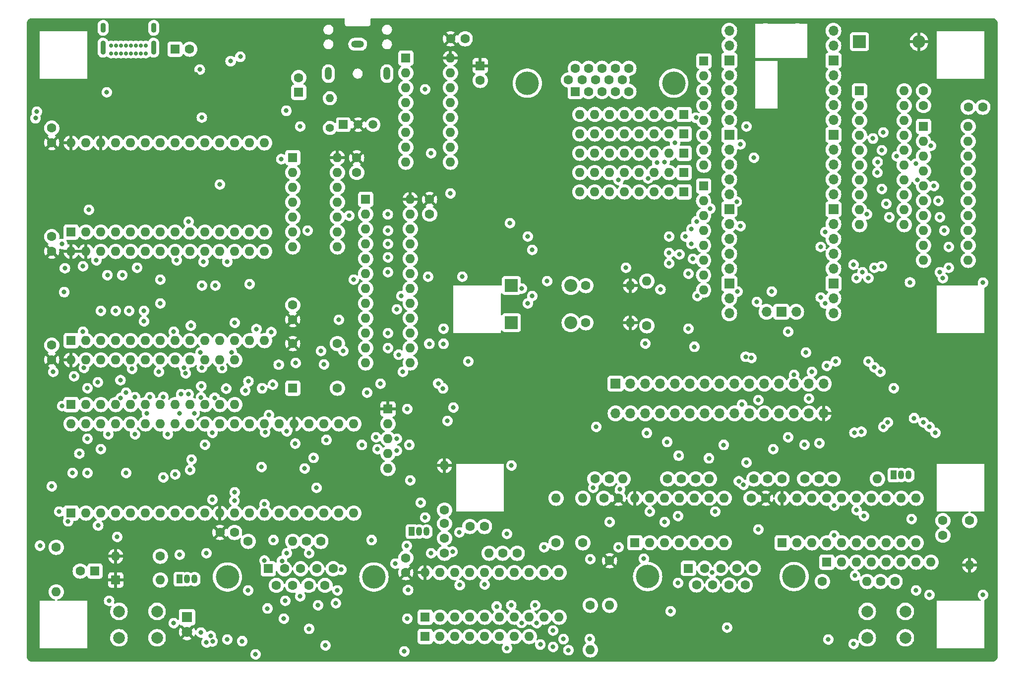
<source format=gbr>
%TF.GenerationSoftware,KiCad,Pcbnew,7.0.2-0*%
%TF.CreationDate,2024-09-02T09:38:27-07:00*%
%TF.ProjectId,CoPicoVision,436f5069-636f-4566-9973-696f6e2e6b69,0.1*%
%TF.SameCoordinates,Original*%
%TF.FileFunction,Copper,L3,Inr*%
%TF.FilePolarity,Positive*%
%FSLAX46Y46*%
G04 Gerber Fmt 4.6, Leading zero omitted, Abs format (unit mm)*
G04 Created by KiCad (PCBNEW 7.0.2-0) date 2024-09-02 09:38:27*
%MOMM*%
%LPD*%
G01*
G04 APERTURE LIST*
%TA.AperFunction,ComponentPad*%
%ADD10C,1.400000*%
%TD*%
%TA.AperFunction,ComponentPad*%
%ADD11O,1.400000X1.400000*%
%TD*%
%TA.AperFunction,ComponentPad*%
%ADD12R,2.200000X2.200000*%
%TD*%
%TA.AperFunction,ComponentPad*%
%ADD13O,2.200000X2.200000*%
%TD*%
%TA.AperFunction,ComponentPad*%
%ADD14C,1.600000*%
%TD*%
%TA.AperFunction,ComponentPad*%
%ADD15O,1.700000X1.700000*%
%TD*%
%TA.AperFunction,ComponentPad*%
%ADD16R,1.700000X1.700000*%
%TD*%
%TA.AperFunction,ComponentPad*%
%ADD17O,1.600000X1.600000*%
%TD*%
%TA.AperFunction,ComponentPad*%
%ADD18R,1.050000X1.500000*%
%TD*%
%TA.AperFunction,ComponentPad*%
%ADD19O,1.050000X1.500000*%
%TD*%
%TA.AperFunction,ComponentPad*%
%ADD20R,1.600000X1.600000*%
%TD*%
%TA.AperFunction,ComponentPad*%
%ADD21C,2.000000*%
%TD*%
%TA.AperFunction,ComponentPad*%
%ADD22O,1.200000X2.200000*%
%TD*%
%TA.AperFunction,ComponentPad*%
%ADD23O,2.200000X1.200000*%
%TD*%
%TA.AperFunction,ComponentPad*%
%ADD24C,0.700000*%
%TD*%
%TA.AperFunction,ComponentPad*%
%ADD25O,0.900000X2.400000*%
%TD*%
%TA.AperFunction,ComponentPad*%
%ADD26O,0.900000X1.700000*%
%TD*%
%TA.AperFunction,ComponentPad*%
%ADD27C,4.000000*%
%TD*%
%TA.AperFunction,ComponentPad*%
%ADD28R,1.500000X1.500000*%
%TD*%
%TA.AperFunction,ComponentPad*%
%ADD29C,1.500000*%
%TD*%
%TA.AperFunction,ComponentPad*%
%ADD30R,1.800000X1.800000*%
%TD*%
%TA.AperFunction,ComponentPad*%
%ADD31C,1.800000*%
%TD*%
%TA.AperFunction,ViaPad*%
%ADD32C,0.800000*%
%TD*%
G04 APERTURE END LIST*
D10*
%TO.N,Net-(Q501-E)*%
%TO.C,R501*%
X92964000Y-56642000D03*
D11*
%TO.N,GND*%
X92964000Y-51562000D03*
%TD*%
D12*
%TO.N,Net-(D401-K)*%
%TO.C,D401*%
X123952000Y-83566000D03*
D13*
%TO.N,Net-(D401-A)*%
X134112000Y-83566000D03*
%TD*%
D14*
%TO.N,Net-(D402-A)*%
%TO.C,C413*%
X138196000Y-116586000D03*
%TO.N,/Controller Interface/C2_D7*%
X140696000Y-116586000D03*
%TD*%
D15*
%TO.N,/Video/HSYNC*%
%TO.C,U301*%
X161151000Y-40020000D03*
%TO.N,/Video/VSYNC*%
X161151000Y-42560000D03*
D16*
%TO.N,GND*%
X161151000Y-45100000D03*
D15*
%TO.N,/Video/R0*%
X161151000Y-47640000D03*
%TO.N,/Video/R1*%
X161151000Y-50180000D03*
%TO.N,/Video/R2*%
X161151000Y-52720000D03*
%TO.N,/Video/R3*%
X161151000Y-55260000D03*
D16*
%TO.N,GND*%
X161151000Y-57800000D03*
D15*
%TO.N,/Video/G0*%
X161151000Y-60340000D03*
%TO.N,/Video/G1*%
X161151000Y-62880000D03*
%TO.N,/Video/G2*%
X161151000Y-65420000D03*
%TO.N,/Video/G3*%
X161151000Y-67960000D03*
D16*
%TO.N,GND*%
X161151000Y-70500000D03*
D15*
%TO.N,/Video/B0*%
X161151000Y-73040000D03*
%TO.N,/Video/B1*%
X161151000Y-75580000D03*
%TO.N,/Video/B2*%
X161151000Y-78120000D03*
%TO.N,/Video/B3*%
X161151000Y-80660000D03*
D16*
%TO.N,GND*%
X161151000Y-83200000D03*
D15*
%TO.N,/Video/CD7_L*%
X161151000Y-85740000D03*
%TO.N,/Video/CD6_L*%
X161151000Y-88280000D03*
%TO.N,/Video/CD5_L*%
X178931000Y-88280000D03*
%TO.N,/Video/CD4_L*%
X178931000Y-85740000D03*
D16*
%TO.N,GND*%
X178931000Y-83200000D03*
D15*
%TO.N,/Video/CD3_L*%
X178931000Y-80660000D03*
%TO.N,/Video/CD2_L*%
X178931000Y-78120000D03*
%TO.N,/Video/CD1_L*%
X178931000Y-75580000D03*
%TO.N,/Video/CD0_L*%
X178931000Y-73040000D03*
D16*
%TO.N,GND*%
X178931000Y-70500000D03*
D15*
%TO.N,/Video/INT_L*%
X178931000Y-67960000D03*
%TO.N,/Video/RUN_L*%
X178931000Y-65420000D03*
%TO.N,/Video/~{CSR_L}*%
X178931000Y-62880000D03*
%TO.N,/Video/~{CSW_L}*%
X178931000Y-60340000D03*
D16*
%TO.N,GND*%
X178931000Y-57800000D03*
D15*
%TO.N,/Video/MODE_L*%
X178931000Y-55260000D03*
%TO.N,unconnected-(U301-ADC_VREF-Pad35)*%
X178931000Y-52720000D03*
%TO.N,+3V3*%
X178931000Y-50180000D03*
%TO.N,unconnected-(U301-3V3_EN-Pad37)*%
X178931000Y-47640000D03*
D16*
%TO.N,GND*%
X178931000Y-45100000D03*
D15*
%TO.N,Net-(D301-K)*%
X178931000Y-42560000D03*
%TO.N,unconnected-(U301-VBUS-Pad40)*%
X178931000Y-40020000D03*
%TO.N,unconnected-(U301-SWCLK-Pad41)*%
X167501000Y-88050000D03*
D16*
%TO.N,GND*%
X170041000Y-88050000D03*
D15*
%TO.N,unconnected-(U301-SWDIO-Pad43)*%
X172581000Y-88050000D03*
%TD*%
D14*
%TO.N,Net-(D101-A)*%
%TO.C,R104*%
X64008000Y-129794000D03*
D17*
%TO.N,VCC*%
X56388000Y-129794000D03*
%TD*%
D14*
%TO.N,VCC*%
%TO.C,C202*%
X45466000Y-96246000D03*
%TO.N,GND*%
X45466000Y-93746000D03*
%TD*%
D18*
%TO.N,GND*%
%TO.C,Q402*%
X189230000Y-115930000D03*
D19*
%TO.N,Net-(Q402-B)*%
X190500000Y-115930000D03*
%TO.N,Net-(Q402-C)*%
X191770000Y-115930000D03*
%TD*%
D20*
%TO.N,GND*%
%TO.C,U302*%
X183388000Y-50297000D03*
D17*
%TO.N,/Video/MODE_L*%
X183388000Y-52837000D03*
%TO.N,/Video/~{CSW_L}*%
X183388000Y-55377000D03*
%TO.N,/Video/~{CSR_L}*%
X183388000Y-57917000D03*
%TO.N,/Video/RUN_L*%
X183388000Y-60457000D03*
%TO.N,unconnected-(U302-A4-Pad6)*%
X183388000Y-62997000D03*
%TO.N,unconnected-(U302-A5-Pad7)*%
X183388000Y-65537000D03*
%TO.N,unconnected-(U302-A6-Pad8)*%
X183388000Y-68077000D03*
%TO.N,unconnected-(U302-A7-Pad9)*%
X183388000Y-70617000D03*
%TO.N,GND*%
X183388000Y-73157000D03*
X191008000Y-73157000D03*
X191008000Y-70617000D03*
X191008000Y-68077000D03*
X191008000Y-65537000D03*
%TO.N,~{RESET}*%
X191008000Y-62997000D03*
%TO.N,~{VDPRSEL}*%
X191008000Y-60457000D03*
%TO.N,~{VDPWSEL}*%
X191008000Y-57917000D03*
%TO.N,A0*%
X191008000Y-55377000D03*
%TO.N,GND*%
X191008000Y-52837000D03*
%TO.N,+3V3*%
X191008000Y-50297000D03*
%TD*%
D21*
%TO.N,GND*%
%TO.C,SW102*%
X56948000Y-139228000D03*
X63448000Y-139228000D03*
%TO.N,Net-(U105-IN)*%
X56948000Y-143728000D03*
X63448000Y-143728000D03*
%TD*%
D14*
%TO.N,+3V3*%
%TO.C,C302*%
X201950000Y-53086000D03*
%TO.N,GND*%
X204450000Y-53086000D03*
%TD*%
D20*
%TO.N,Net-(U202-IO2)*%
%TO.C,U103*%
X86614000Y-61717000D03*
D17*
%TO.N,~{WAIT}*%
X86614000Y-64257000D03*
%TO.N,/Video/INT_L*%
X86614000Y-66797000D03*
%TO.N,~{NMI}*%
X86614000Y-69337000D03*
%TO.N,A1*%
X86614000Y-71877000D03*
%TO.N,Net-(RN101D-R4.2)*%
X86614000Y-74417000D03*
%TO.N,GND*%
X86614000Y-76957000D03*
%TO.N,~{INT}*%
X94234000Y-76957000D03*
%TO.N,Net-(D401-K)*%
X94234000Y-74417000D03*
%TO.N,unconnected-(U103-Pad10)*%
X94234000Y-71877000D03*
%TO.N,GND*%
X94234000Y-69337000D03*
%TO.N,unconnected-(U103-Pad12)*%
X94234000Y-66797000D03*
%TO.N,GND*%
X94234000Y-64257000D03*
%TO.N,VCC*%
X94234000Y-61717000D03*
%TD*%
D20*
%TO.N,VCC*%
%TO.C,D101*%
X56388000Y-133858000D03*
D17*
%TO.N,Net-(D101-A)*%
X64008000Y-133858000D03*
%TD*%
D20*
%TO.N,VCC*%
%TO.C,RN101*%
X102870000Y-104648000D03*
D17*
%TO.N,~{WAIT}*%
X102870000Y-107188000D03*
%TO.N,~{INT}*%
X102870000Y-109728000D03*
%TO.N,~{NMI}*%
X102870000Y-112268000D03*
%TO.N,Net-(RN101D-R4.2)*%
X102870000Y-114808000D03*
%TD*%
D14*
%TO.N,/Controller Interface/C2_D7*%
%TO.C,R411*%
X178816000Y-116586000D03*
D17*
%TO.N,Net-(Q402-B)*%
X186436000Y-116586000D03*
%TD*%
D20*
%TO.N,Net-(Q501-E)*%
%TO.C,C503*%
X87630000Y-50546000D03*
D14*
%TO.N,Net-(C503-Pad2)*%
X87630000Y-48046000D03*
%TD*%
D20*
%TO.N,~{CRSEL}*%
%TO.C,U401*%
X109220000Y-140208000D03*
D17*
%TO.N,/Controller Interface/C1_1*%
X111760000Y-140208000D03*
%TO.N,/Controller Interface/C1_4*%
X114300000Y-140208000D03*
%TO.N,/Controller Interface/C1_2*%
X116840000Y-140208000D03*
%TO.N,/Controller Interface/C1_3*%
X119380000Y-140208000D03*
%TO.N,/Controller Interface/C1_D4*%
X121920000Y-140208000D03*
%TO.N,/Controller Interface/C1_7*%
X124460000Y-140208000D03*
%TO.N,/Controller Interface/C1_6*%
X127000000Y-140208000D03*
%TO.N,/Controller Interface/C1_D7*%
X129540000Y-140208000D03*
%TO.N,GND*%
X132080000Y-140208000D03*
%TO.N,D7*%
X132080000Y-132588000D03*
%TO.N,D6*%
X129540000Y-132588000D03*
%TO.N,D5*%
X127000000Y-132588000D03*
%TO.N,D4*%
X124460000Y-132588000D03*
%TO.N,D3*%
X121920000Y-132588000D03*
%TO.N,D2*%
X119380000Y-132588000D03*
%TO.N,D1*%
X116840000Y-132588000D03*
%TO.N,D0*%
X114300000Y-132588000D03*
%TO.N,Net-(RN101D-R4.2)*%
X111760000Y-132588000D03*
%TO.N,VCC*%
X109220000Y-132588000D03*
%TD*%
D20*
%TO.N,/Video/G1*%
%TO.C,RN306*%
X153416000Y-60960000D03*
D17*
%TO.N,Net-(RN306-R1.2)*%
X150876000Y-60960000D03*
X148336000Y-60960000D03*
%TO.N,/Video/VGA_G*%
X145796000Y-60960000D03*
%TO.N,/Video/G3*%
X143256000Y-60960000D03*
%TO.N,/Video/VGA_G*%
X140716000Y-60960000D03*
%TO.N,/Video/G3*%
X138176000Y-60960000D03*
%TO.N,/Video/VGA_G*%
X135636000Y-60960000D03*
%TD*%
D14*
%TO.N,/Controller Interface/~{NESW_EN}*%
%TO.C,R406*%
X165354000Y-116586000D03*
D17*
%TO.N,Net-(R404-Pad1)*%
X157734000Y-116586000D03*
%TD*%
D14*
%TO.N,VCC*%
%TO.C,C201*%
X109982000Y-68854000D03*
%TO.N,GND*%
X109982000Y-71354000D03*
%TD*%
D20*
%TO.N,Net-(R404-Pad1)*%
%TO.C,U403*%
X145034000Y-127498000D03*
D17*
%TO.N,~{C1WSEL}*%
X147574000Y-127498000D03*
%TO.N,Net-(R403-Pad1)*%
X150114000Y-127498000D03*
%TO.N,~{C2WSEL}*%
X152654000Y-127498000D03*
%TO.N,Net-(R403-Pad1)*%
X155194000Y-127498000D03*
%TO.N,Net-(R404-Pad1)*%
X157734000Y-127498000D03*
%TO.N,GND*%
X160274000Y-127498000D03*
%TO.N,/Controller Interface/C2_D7*%
X160274000Y-119878000D03*
%TO.N,/Controller Interface/C2_D4*%
X157734000Y-119878000D03*
%TO.N,Net-(C409-Pad1)*%
X155194000Y-119878000D03*
%TO.N,/Controller Interface/C1_D7*%
X152654000Y-119878000D03*
%TO.N,/Controller Interface/C1_D4*%
X150114000Y-119878000D03*
%TO.N,Net-(C406-Pad1)*%
X147574000Y-119878000D03*
%TO.N,VCC*%
X145034000Y-119878000D03*
%TD*%
D20*
%TO.N,/Controller Interface/2V5*%
%TO.C,RN401*%
X109220000Y-143510000D03*
D17*
%TO.N,/Controller Interface/C1_1*%
X111760000Y-143510000D03*
%TO.N,/Controller Interface/C1_4*%
X114300000Y-143510000D03*
%TO.N,/Controller Interface/C1_2*%
X116840000Y-143510000D03*
%TO.N,/Controller Interface/C1_3*%
X119380000Y-143510000D03*
%TO.N,/Controller Interface/C1_D4*%
X121920000Y-143510000D03*
%TO.N,/Controller Interface/C1_7*%
X124460000Y-143510000D03*
%TO.N,/Controller Interface/C1_6*%
X127000000Y-143510000D03*
%TD*%
D14*
%TO.N,/Controller Interface/C1_D7*%
%TO.C,C412*%
X122448000Y-129286000D03*
%TO.N,Net-(D401-A)*%
X124948000Y-129286000D03*
%TD*%
D20*
%TO.N,/Video/R2*%
%TO.C,RN301*%
X153416000Y-57658000D03*
D17*
%TO.N,/Video/VGA_R*%
X150876000Y-57658000D03*
%TO.N,/Video/G2*%
X148336000Y-57658000D03*
%TO.N,/Video/VGA_G*%
X145796000Y-57658000D03*
%TO.N,/Video/B2*%
X143256000Y-57658000D03*
%TO.N,/Video/VGA_B*%
X140716000Y-57658000D03*
%TO.N,unconnected-(RN301-R4.1-Pad7)*%
X138176000Y-57658000D03*
%TO.N,unconnected-(RN301-R4.2-Pad8)*%
X135636000Y-57658000D03*
%TD*%
D16*
%TO.N,D2*%
%TO.C,J102*%
X141732000Y-100330000D03*
D15*
%TO.N,~{CRTCSEL}*%
X141732000Y-105410000D03*
%TO.N,D1*%
X144272000Y-100330000D03*
%TO.N,D3*%
X144272000Y-105410000D03*
%TO.N,D0*%
X146812000Y-100330000D03*
%TO.N,D4*%
X146812000Y-105410000D03*
%TO.N,A0*%
X149352000Y-100330000D03*
%TO.N,D5*%
X149352000Y-105410000D03*
%TO.N,A1*%
X151892000Y-100330000D03*
%TO.N,D6*%
X151892000Y-105410000D03*
%TO.N,A2*%
X154432000Y-100330000D03*
%TO.N,D7*%
X154432000Y-105410000D03*
%TO.N,GND*%
X156972000Y-100330000D03*
%TO.N,A11*%
X156972000Y-105410000D03*
%TO.N,A3*%
X159512000Y-100330000D03*
%TO.N,A10*%
X159512000Y-105410000D03*
%TO.N,A4*%
X162052000Y-100330000D03*
%TO.N,~{CRT8SEL}*%
X162052000Y-105410000D03*
%TO.N,A13*%
X164592000Y-100330000D03*
%TO.N,A14*%
X164592000Y-105410000D03*
%TO.N,A5*%
X167132000Y-100330000D03*
%TO.N,~{CRTASEL}*%
X167132000Y-105410000D03*
%TO.N,A6*%
X169672000Y-100330000D03*
%TO.N,A12*%
X169672000Y-105410000D03*
%TO.N,A7*%
X172212000Y-100330000D03*
%TO.N,A9*%
X172212000Y-105410000D03*
%TO.N,~{CRTESEL}*%
X174752000Y-100330000D03*
%TO.N,A8*%
X174752000Y-105410000D03*
%TO.N,GND*%
X177292000Y-100330000D03*
%TO.N,VCC*%
X177292000Y-105410000D03*
%TD*%
D14*
%TO.N,VCC*%
%TO.C,C403*%
X142220000Y-119888000D03*
%TO.N,GND*%
X139720000Y-119888000D03*
%TD*%
%TO.N,VCC*%
%TO.C,C203*%
X45466000Y-77704000D03*
%TO.N,GND*%
X45466000Y-75204000D03*
%TD*%
%TO.N,VCC*%
%TO.C,R401*%
X140716000Y-130556000D03*
D17*
%TO.N,/Controller Interface/2V5*%
X140716000Y-138176000D03*
%TD*%
D22*
%TO.N,Net-(C503-Pad2)*%
%TO.C,J501*%
X102710000Y-47352600D03*
D23*
%TO.N,GND*%
X97710000Y-42352600D03*
D22*
%TO.N,Net-(C503-Pad2)*%
X92710000Y-47352600D03*
%TD*%
D14*
%TO.N,+3V3*%
%TO.C,C301*%
X194310000Y-50312000D03*
%TO.N,GND*%
X194310000Y-52812000D03*
%TD*%
D24*
%TO.N,N/C*%
%TO.C,J101*%
X61527500Y-43903000D03*
X60677500Y-43903000D03*
%TO.N,Net-(J101-CC1)*%
X59827500Y-43903000D03*
%TO.N,N/C*%
X58977500Y-43903000D03*
X58127500Y-43903000D03*
X57277500Y-43903000D03*
%TO.N,/VBUS*%
X56427500Y-43903000D03*
%TO.N,GND*%
X55577500Y-43903000D03*
%TO.N,N/C*%
X55577500Y-42553000D03*
X56427500Y-42553000D03*
%TO.N,Net-(J101-CC2)*%
X57277500Y-42553000D03*
%TO.N,N/C*%
X58127500Y-42553000D03*
X58977500Y-42553000D03*
X59827500Y-42553000D03*
%TO.N,/VBUS*%
X60677500Y-42553000D03*
%TO.N,GND*%
X61527500Y-42553000D03*
D25*
X62877500Y-42923000D03*
D26*
X62877500Y-39543000D03*
D25*
X54227500Y-42923000D03*
D26*
X54227500Y-39543000D03*
%TD*%
D14*
%TO.N,Net-(Q401-C)*%
%TO.C,R409*%
X112522000Y-121920000D03*
D17*
%TO.N,VCC*%
X112522000Y-114300000D03*
%TD*%
D14*
%TO.N,Net-(R403-Pad1)*%
%TO.C,R403*%
X136144000Y-127508000D03*
D17*
%TO.N,-5V*%
X136144000Y-119888000D03*
%TD*%
D14*
%TO.N,VCC*%
%TO.C,C204*%
X45466000Y-59162000D03*
%TO.N,GND*%
X45466000Y-56662000D03*
%TD*%
%TO.N,GND*%
%TO.C,R105*%
X46228000Y-128270000D03*
D17*
%TO.N,Net-(D103-K)*%
X46228000Y-135890000D03*
%TD*%
D20*
%TO.N,/Controller Interface/2V5*%
%TO.C,RN402*%
X177800000Y-130810000D03*
D17*
%TO.N,/Controller Interface/C2_1*%
X180340000Y-130810000D03*
%TO.N,/Controller Interface/C2_4*%
X182880000Y-130810000D03*
%TO.N,/Controller Interface/C2_2*%
X185420000Y-130810000D03*
%TO.N,/Controller Interface/C2_3*%
X187960000Y-130810000D03*
%TO.N,/Controller Interface/C2_D4*%
X190500000Y-130810000D03*
%TO.N,/Controller Interface/C2_7*%
X193040000Y-130810000D03*
%TO.N,/Controller Interface/C2_6*%
X195580000Y-130810000D03*
%TD*%
D20*
%TO.N,D5*%
%TO.C,U501*%
X105918000Y-44704000D03*
D17*
%TO.N,D6*%
X105918000Y-47244000D03*
%TO.N,D7*%
X105918000Y-49784000D03*
%TO.N,~{WAIT}*%
X105918000Y-52324000D03*
%TO.N,~{SNWSEL}*%
X105918000Y-54864000D03*
X105918000Y-57404000D03*
%TO.N,Net-(Q501-B)*%
X105918000Y-59944000D03*
%TO.N,GND*%
X105918000Y-62484000D03*
%TO.N,unconnected-(U501-NC-Pad9)*%
X113538000Y-62484000D03*
%TO.N,D0*%
X113538000Y-59944000D03*
%TO.N,D1*%
X113538000Y-57404000D03*
%TO.N,D2*%
X113538000Y-54864000D03*
%TO.N,D3*%
X113538000Y-52324000D03*
%TO.N,CPUCLK*%
X113538000Y-49784000D03*
%TO.N,D4*%
X113538000Y-47244000D03*
%TO.N,VCC*%
X113538000Y-44704000D03*
%TD*%
D27*
%TO.N,GND*%
%TO.C,J301*%
X151663600Y-48999000D03*
X126663600Y-48999000D03*
D20*
%TO.N,/Video/VGA_R*%
X134848600Y-50419000D03*
D14*
%TO.N,/Video/VGA_G*%
X137138600Y-50419000D03*
%TO.N,/Video/VGA_B*%
X139428600Y-50419000D03*
%TO.N,unconnected-(J301-Pad4)*%
X141718600Y-50419000D03*
%TO.N,GND*%
X144008600Y-50419000D03*
X133703600Y-48439000D03*
X135993600Y-48439000D03*
X138283600Y-48439000D03*
%TO.N,unconnected-(J301-Pad9)*%
X140573600Y-48439000D03*
%TO.N,GND*%
X142863600Y-48439000D03*
%TO.N,unconnected-(J301-Pad11)*%
X134848600Y-46459000D03*
%TO.N,unconnected-(J301-Pad12)*%
X137138600Y-46459000D03*
%TO.N,/Video/HSYNC*%
X139428600Y-46459000D03*
%TO.N,/Video/VSYNC*%
X141718600Y-46459000D03*
%TO.N,unconnected-(J301-Pad15)*%
X144008600Y-46459000D03*
%TD*%
D18*
%TO.N,~{RESET}*%
%TO.C,U102*%
X67310000Y-133710000D03*
D19*
%TO.N,Net-(D101-A)*%
X68580000Y-133710000D03*
%TO.N,GND*%
X69850000Y-133710000D03*
%TD*%
D12*
%TO.N,Net-(D301-K)*%
%TO.C,D301*%
X183388000Y-41910000D03*
D13*
%TO.N,VCC*%
X193548000Y-41910000D03*
%TD*%
D14*
%TO.N,Net-(D401-A)*%
%TO.C,R414*%
X136652000Y-83566000D03*
D17*
%TO.N,VCC*%
X144272000Y-83566000D03*
%TD*%
D14*
%TO.N,Net-(D402-A)*%
%TO.C,R415*%
X136652000Y-89916000D03*
D17*
%TO.N,VCC*%
X144272000Y-89916000D03*
%TD*%
D20*
%TO.N,N/C*%
%TO.C,U204*%
X48768000Y-74422000D03*
D17*
%TO.N,GND*%
X51308000Y-74422000D03*
%TO.N,A7*%
X53848000Y-74422000D03*
%TO.N,A6*%
X56388000Y-74422000D03*
%TO.N,A5*%
X58928000Y-74422000D03*
%TO.N,A4*%
X61468000Y-74422000D03*
%TO.N,A3*%
X64008000Y-74422000D03*
%TO.N,A2*%
X66548000Y-74422000D03*
%TO.N,A1*%
X69088000Y-74422000D03*
%TO.N,A0*%
X71628000Y-74422000D03*
%TO.N,D0*%
X74168000Y-74422000D03*
%TO.N,D1*%
X76708000Y-74422000D03*
%TO.N,D2*%
X79248000Y-74422000D03*
%TO.N,GND*%
X81788000Y-74422000D03*
%TO.N,D3*%
X81788000Y-59182000D03*
%TO.N,D4*%
X79248000Y-59182000D03*
%TO.N,D5*%
X76708000Y-59182000D03*
%TO.N,D6*%
X74168000Y-59182000D03*
%TO.N,D7*%
X71628000Y-59182000D03*
%TO.N,~{RAMSEL}*%
X69088000Y-59182000D03*
%TO.N,GND*%
X66548000Y-59182000D03*
%TO.N,~{RD}*%
X64008000Y-59182000D03*
%TO.N,GND*%
X61468000Y-59182000D03*
%TO.N,A9*%
X58928000Y-59182000D03*
%TO.N,A8*%
X56388000Y-59182000D03*
%TO.N,VCC*%
X53848000Y-59182000D03*
%TO.N,~{WR}*%
X51308000Y-59182000D03*
%TO.N,VCC*%
X48768000Y-59182000D03*
%TD*%
D20*
%TO.N,CPUCLK*%
%TO.C,U202*%
X48768000Y-103886000D03*
D17*
%TO.N,~{M1}*%
X51308000Y-103886000D03*
%TO.N,~{MREQ}*%
X53848000Y-103886000D03*
%TO.N,~{RFSH}*%
X56388000Y-103886000D03*
%TO.N,A13*%
X58928000Y-103886000D03*
%TO.N,A14*%
X61468000Y-103886000D03*
%TO.N,A15*%
X64008000Y-103886000D03*
%TO.N,unconnected-(U202-I8-Pad8)*%
X66548000Y-103886000D03*
%TO.N,unconnected-(U202-I9-Pad9)*%
X69088000Y-103886000D03*
%TO.N,unconnected-(U202-I10-Pad10)*%
X71628000Y-103886000D03*
%TO.N,unconnected-(U202-I11-Pad11)*%
X74168000Y-103886000D03*
%TO.N,GND*%
X76708000Y-103886000D03*
%TO.N,unconnected-(U202-I12-Pad13)*%
X76708000Y-96266000D03*
%TO.N,unconnected-(U202-IO1-Pad14)*%
X74168000Y-96266000D03*
%TO.N,Net-(U202-IO2)*%
X71628000Y-96266000D03*
%TO.N,~{CRTESEL}*%
X69088000Y-96266000D03*
%TO.N,~{CRTCSEL}*%
X66548000Y-96266000D03*
%TO.N,~{CRTASEL}*%
X64008000Y-96266000D03*
%TO.N,~{CRT8SEL}*%
X61468000Y-96266000D03*
%TO.N,~{RAMSEL}*%
X58928000Y-96266000D03*
%TO.N,unconnected-(U202-IO8-Pad21)*%
X56388000Y-96266000D03*
%TO.N,unconnected-(U202-IO9-Pad22)*%
X53848000Y-96266000D03*
%TO.N,~{ROMSEL}*%
X51308000Y-96266000D03*
%TO.N,VCC*%
X48768000Y-96266000D03*
%TD*%
D18*
%TO.N,GND*%
%TO.C,Q401*%
X106934000Y-125582000D03*
D19*
%TO.N,Net-(Q401-B)*%
X108204000Y-125582000D03*
%TO.N,Net-(Q401-C)*%
X109474000Y-125582000D03*
%TD*%
D14*
%TO.N,VCC*%
%TO.C,C401*%
X105918000Y-132588000D03*
%TO.N,GND*%
X105918000Y-130088000D03*
%TD*%
D20*
%TO.N,A11*%
%TO.C,U101*%
X48768000Y-122428000D03*
D17*
%TO.N,A12*%
X51308000Y-122428000D03*
%TO.N,A13*%
X53848000Y-122428000D03*
%TO.N,A14*%
X56388000Y-122428000D03*
%TO.N,A15*%
X58928000Y-122428000D03*
%TO.N,CPUCLK*%
X61468000Y-122428000D03*
%TO.N,D4*%
X64008000Y-122428000D03*
%TO.N,D3*%
X66548000Y-122428000D03*
%TO.N,D5*%
X69088000Y-122428000D03*
%TO.N,D6*%
X71628000Y-122428000D03*
%TO.N,VCC*%
X74168000Y-122428000D03*
%TO.N,D2*%
X76708000Y-122428000D03*
%TO.N,D7*%
X79248000Y-122428000D03*
%TO.N,D0*%
X81788000Y-122428000D03*
%TO.N,D1*%
X84328000Y-122428000D03*
%TO.N,~{INT}*%
X86868000Y-122428000D03*
%TO.N,~{NMI}*%
X89408000Y-122428000D03*
%TO.N,unconnected-(U101-~{HALT}-Pad18)*%
X91948000Y-122428000D03*
%TO.N,~{MREQ}*%
X94488000Y-122428000D03*
%TO.N,~{IORQ}*%
X97028000Y-122428000D03*
%TO.N,~{RD}*%
X97028000Y-107188000D03*
%TO.N,~{WR}*%
X94488000Y-107188000D03*
%TO.N,unconnected-(U101-~{BUSACK}-Pad23)*%
X91948000Y-107188000D03*
%TO.N,~{WAIT}*%
X89408000Y-107188000D03*
%TO.N,VCC*%
X86868000Y-107188000D03*
%TO.N,~{RESET}*%
X84328000Y-107188000D03*
%TO.N,~{M1}*%
X81788000Y-107188000D03*
%TO.N,~{RFSH}*%
X79248000Y-107188000D03*
%TO.N,GND*%
X76708000Y-107188000D03*
%TO.N,A0*%
X74168000Y-107188000D03*
%TO.N,A1*%
X71628000Y-107188000D03*
%TO.N,A2*%
X69088000Y-107188000D03*
%TO.N,A3*%
X66548000Y-107188000D03*
%TO.N,A4*%
X64008000Y-107188000D03*
%TO.N,A5*%
X61468000Y-107188000D03*
%TO.N,A6*%
X58928000Y-107188000D03*
%TO.N,A7*%
X56388000Y-107188000D03*
%TO.N,A8*%
X53848000Y-107188000D03*
%TO.N,A9*%
X51308000Y-107188000D03*
%TO.N,A10*%
X48768000Y-107188000D03*
%TD*%
D20*
%TO.N,VCC*%
%TO.C,C502*%
X118618000Y-46014000D03*
D14*
%TO.N,GND*%
X118618000Y-48514000D03*
%TD*%
D12*
%TO.N,Net-(D401-K)*%
%TO.C,D402*%
X123952000Y-89916000D03*
D13*
%TO.N,Net-(D402-A)*%
X134112000Y-89916000D03*
%TD*%
D14*
%TO.N,/Controller Interface/~{PAD_EN}*%
%TO.C,R405*%
X150622000Y-116586000D03*
D17*
%TO.N,Net-(R403-Pad1)*%
X143002000Y-116586000D03*
%TD*%
D14*
%TO.N,/Controller Interface/~{PAD_EN}*%
%TO.C,C404*%
X152928000Y-116586000D03*
%TO.N,GND*%
X155428000Y-116586000D03*
%TD*%
D20*
%TO.N,~{IORQ}*%
%TO.C,U201*%
X99060000Y-68834000D03*
D17*
%TO.N,~{WR}*%
X99060000Y-71374000D03*
%TO.N,A5*%
X99060000Y-73914000D03*
%TO.N,A6*%
X99060000Y-76454000D03*
%TO.N,A7*%
X99060000Y-78994000D03*
%TO.N,unconnected-(U201-I6-Pad6)*%
X99060000Y-81534000D03*
%TO.N,unconnected-(U201-I7-Pad7)*%
X99060000Y-84074000D03*
%TO.N,unconnected-(U201-I8-Pad8)*%
X99060000Y-86614000D03*
%TO.N,unconnected-(U201-I9-Pad9)*%
X99060000Y-89154000D03*
%TO.N,unconnected-(U201-I10-Pad10)*%
X99060000Y-91694000D03*
%TO.N,unconnected-(U201-I11-Pad11)*%
X99060000Y-94234000D03*
%TO.N,GND*%
X99060000Y-96774000D03*
%TO.N,unconnected-(U201-I12-Pad13)*%
X106680000Y-96774000D03*
%TO.N,unconnected-(U201-IO1-Pad14)*%
X106680000Y-94234000D03*
%TO.N,unconnected-(U201-IO2-Pad15)*%
X106680000Y-91694000D03*
%TO.N,unconnected-(U201-IO3-Pad16)*%
X106680000Y-89154000D03*
%TO.N,~{CRSEL}*%
X106680000Y-86614000D03*
%TO.N,~{C1WSEL}*%
X106680000Y-84074000D03*
%TO.N,~{C2WSEL}*%
X106680000Y-81534000D03*
%TO.N,~{VDPEN}*%
X106680000Y-78994000D03*
%TO.N,~{VDPWSEL}*%
X106680000Y-76454000D03*
%TO.N,~{VDPRSEL}*%
X106680000Y-73914000D03*
%TO.N,~{SNWSEL}*%
X106680000Y-71374000D03*
%TO.N,VCC*%
X106680000Y-68834000D03*
%TD*%
D27*
%TO.N,GND*%
%TO.C,J401*%
X75475000Y-133350000D03*
X100475000Y-133350000D03*
D20*
%TO.N,/Controller Interface/C1_1*%
X82435000Y-131930000D03*
D14*
%TO.N,/Controller Interface/C1_2*%
X85205000Y-131930000D03*
%TO.N,/Controller Interface/C1_3*%
X87975000Y-131930000D03*
%TO.N,/Controller Interface/C1_4*%
X90745000Y-131930000D03*
%TO.N,/Controller Interface/~{PAD_EN}*%
X93515000Y-131930000D03*
%TO.N,/Controller Interface/C1_6*%
X83820000Y-134770000D03*
%TO.N,/Controller Interface/C1_7*%
X86590000Y-134770000D03*
%TO.N,/Controller Interface/~{NESW_EN}*%
X89360000Y-134770000D03*
%TO.N,/Controller Interface/C1_9*%
X92130000Y-134770000D03*
%TD*%
%TO.N,/Controller Interface/C1_D4*%
%TO.C,C408*%
X119360000Y-124714000D03*
%TO.N,Net-(Q401-C)*%
X116860000Y-124714000D03*
%TD*%
D20*
%TO.N,~{CRSEL}*%
%TO.C,U402*%
X170180000Y-127508000D03*
D17*
%TO.N,/Controller Interface/C2_1*%
X172720000Y-127508000D03*
%TO.N,/Controller Interface/C2_4*%
X175260000Y-127508000D03*
%TO.N,/Controller Interface/C2_2*%
X177800000Y-127508000D03*
%TO.N,/Controller Interface/C2_3*%
X180340000Y-127508000D03*
%TO.N,/Controller Interface/C2_D4*%
X182880000Y-127508000D03*
%TO.N,/Controller Interface/C2_7*%
X185420000Y-127508000D03*
%TO.N,/Controller Interface/C2_6*%
X187960000Y-127508000D03*
%TO.N,/Controller Interface/C2_D7*%
X190500000Y-127508000D03*
%TO.N,GND*%
X193040000Y-127508000D03*
%TO.N,D7*%
X193040000Y-119888000D03*
%TO.N,D6*%
X190500000Y-119888000D03*
%TO.N,D5*%
X187960000Y-119888000D03*
%TO.N,D4*%
X185420000Y-119888000D03*
%TO.N,D3*%
X182880000Y-119888000D03*
%TO.N,D2*%
X180340000Y-119888000D03*
%TO.N,D1*%
X177800000Y-119888000D03*
%TO.N,D0*%
X175260000Y-119888000D03*
%TO.N,A1*%
X172720000Y-119888000D03*
%TO.N,VCC*%
X170180000Y-119888000D03*
%TD*%
D14*
%TO.N,/Controller Interface/2V5*%
%TO.C,R402*%
X137414000Y-138176000D03*
D17*
%TO.N,GND*%
X137414000Y-145796000D03*
%TD*%
D14*
%TO.N,/Controller Interface/C1_D7*%
%TO.C,C407*%
X112522000Y-126726000D03*
%TO.N,Net-(Q401-B)*%
X112522000Y-124226000D03*
%TD*%
%TO.N,Net-(C406-Pad1)*%
%TO.C,C406*%
X88920000Y-127254000D03*
%TO.N,GND*%
X91420000Y-127254000D03*
%TD*%
%TO.N,VCC*%
%TO.C,C501*%
X113558000Y-41402000D03*
%TO.N,GND*%
X116058000Y-41402000D03*
%TD*%
D21*
%TO.N,~{RESET}*%
%TO.C,SW101*%
X184710000Y-139228000D03*
X191210000Y-139228000D03*
%TO.N,GND*%
X184710000Y-143728000D03*
X191210000Y-143728000D03*
%TD*%
D14*
%TO.N,/Controller Interface/C1_9*%
%TO.C,R407*%
X78994000Y-127254000D03*
D17*
%TO.N,Net-(C406-Pad1)*%
X86614000Y-127254000D03*
%TD*%
D14*
%TO.N,/Controller Interface/C2_D7*%
%TO.C,C411*%
X174010000Y-116586000D03*
%TO.N,Net-(Q402-B)*%
X176510000Y-116586000D03*
%TD*%
D20*
%TO.N,/Video/R1*%
%TO.C,RN305*%
X153416000Y-54330600D03*
D17*
%TO.N,Net-(RN305-R1.2)*%
X150876000Y-54330600D03*
X148336000Y-54330600D03*
%TO.N,/Video/VGA_R*%
X145796000Y-54330600D03*
%TO.N,/Video/R3*%
X143256000Y-54330600D03*
%TO.N,/Video/VGA_R*%
X140716000Y-54330600D03*
%TO.N,/Video/R3*%
X138176000Y-54330600D03*
%TO.N,/Video/VGA_R*%
X135636000Y-54330600D03*
%TD*%
D14*
%TO.N,GND*%
%TO.C,C405*%
X170160000Y-116586000D03*
%TO.N,/Controller Interface/~{NESW_EN}*%
X167660000Y-116586000D03*
%TD*%
D20*
%TO.N,/Video/B1*%
%TO.C,RN307*%
X153416000Y-67564000D03*
D17*
%TO.N,Net-(RN307-R1.2)*%
X150876000Y-67564000D03*
X148336000Y-67564000D03*
%TO.N,/Video/VGA_B*%
X145796000Y-67564000D03*
%TO.N,/Video/B3*%
X143256000Y-67564000D03*
%TO.N,/Video/VGA_B*%
X140716000Y-67564000D03*
%TO.N,/Video/B3*%
X138176000Y-67564000D03*
%TO.N,/Video/VGA_B*%
X135636000Y-67564000D03*
%TD*%
D20*
%TO.N,/Video/R0*%
%TO.C,RN302*%
X156794200Y-45212000D03*
D17*
%TO.N,Net-(RN302-R1.2)*%
X156794200Y-47752000D03*
X156794200Y-50292000D03*
%TO.N,Net-(RN302-R2.2)*%
X156794200Y-52832000D03*
X156794200Y-55372000D03*
%TO.N,Net-(RN302-R3.2)*%
X156794200Y-57912000D03*
X156794200Y-60452000D03*
%TO.N,/Video/VGA_R*%
X156794200Y-62992000D03*
%TD*%
D14*
%TO.N,/Controller Interface/C2_D4*%
%TO.C,C410*%
X197612000Y-126218000D03*
%TO.N,Net-(Q402-C)*%
X197612000Y-123718000D03*
%TD*%
D20*
%TO.N,/VBUS*%
%TO.C,C105*%
X66514121Y-43180000D03*
D14*
%TO.N,GND*%
X69014121Y-43180000D03*
%TD*%
%TO.N,/Controller Interface/C1_D7*%
%TO.C,R408*%
X112522000Y-129286000D03*
D17*
%TO.N,Net-(Q401-B)*%
X120142000Y-129286000D03*
%TD*%
D27*
%TO.N,GND*%
%TO.C,J402*%
X147212000Y-133281669D03*
X172212000Y-133281669D03*
D20*
%TO.N,/Controller Interface/C2_1*%
X154172000Y-131861669D03*
D14*
%TO.N,/Controller Interface/C2_2*%
X156942000Y-131861669D03*
%TO.N,/Controller Interface/C2_3*%
X159712000Y-131861669D03*
%TO.N,/Controller Interface/C2_4*%
X162482000Y-131861669D03*
%TO.N,/Controller Interface/~{PAD_EN}*%
X165252000Y-131861669D03*
%TO.N,/Controller Interface/C2_6*%
X155557000Y-134701669D03*
%TO.N,/Controller Interface/C2_7*%
X158327000Y-134701669D03*
%TO.N,/Controller Interface/~{NESW_EN}*%
X161097000Y-134701669D03*
%TO.N,/Controller Interface/C2_9*%
X163867000Y-134701669D03*
%TD*%
%TO.N,VCC*%
%TO.C,C402*%
X167366000Y-119888000D03*
%TO.N,GND*%
X164866000Y-119888000D03*
%TD*%
D28*
%TO.N,Net-(Q501-E)*%
%TO.C,Q501*%
X95250000Y-56076000D03*
D29*
%TO.N,VCC*%
X97790000Y-56076000D03*
%TO.N,Net-(Q501-B)*%
X100330000Y-56076000D03*
%TD*%
D20*
%TO.N,N/C*%
%TO.C,U203*%
X48768000Y-92964000D03*
D17*
%TO.N,A12*%
X51308000Y-92964000D03*
%TO.N,A7*%
X53848000Y-92964000D03*
%TO.N,A6*%
X56388000Y-92964000D03*
%TO.N,A5*%
X58928000Y-92964000D03*
%TO.N,A4*%
X61468000Y-92964000D03*
%TO.N,A3*%
X64008000Y-92964000D03*
%TO.N,A2*%
X66548000Y-92964000D03*
%TO.N,A1*%
X69088000Y-92964000D03*
%TO.N,A0*%
X71628000Y-92964000D03*
%TO.N,D0*%
X74168000Y-92964000D03*
%TO.N,D1*%
X76708000Y-92964000D03*
%TO.N,D2*%
X79248000Y-92964000D03*
%TO.N,GND*%
X81788000Y-92964000D03*
%TO.N,D3*%
X81788000Y-77724000D03*
%TO.N,D4*%
X79248000Y-77724000D03*
%TO.N,D5*%
X76708000Y-77724000D03*
%TO.N,D6*%
X74168000Y-77724000D03*
%TO.N,D7*%
X71628000Y-77724000D03*
%TO.N,~{ROMSEL}*%
X69088000Y-77724000D03*
%TO.N,A10*%
X66548000Y-77724000D03*
%TO.N,~{RD}*%
X64008000Y-77724000D03*
%TO.N,A11*%
X61468000Y-77724000D03*
%TO.N,A9*%
X58928000Y-77724000D03*
%TO.N,A8*%
X56388000Y-77724000D03*
%TO.N,N/C*%
X53848000Y-77724000D03*
%TO.N,VCC*%
X51308000Y-77724000D03*
X48768000Y-77724000D03*
%TD*%
D14*
%TO.N,Net-(R404-Pad1)*%
%TO.C,R404*%
X131572000Y-127508000D03*
D17*
%TO.N,-5V*%
X131572000Y-119888000D03*
%TD*%
D14*
%TO.N,/Controller Interface/C2_9*%
%TO.C,R410*%
X177038000Y-134112000D03*
D17*
%TO.N,Net-(C409-Pad1)*%
X184658000Y-134112000D03*
%TD*%
D14*
%TO.N,GND*%
%TO.C,R413*%
X147066000Y-90424000D03*
D17*
%TO.N,Net-(D401-K)*%
X147066000Y-82804000D03*
%TD*%
D20*
%TO.N,/Video/B0*%
%TO.C,RN304*%
X153416000Y-64262000D03*
D17*
%TO.N,Net-(RN304-R1.2)*%
X150876000Y-64262000D03*
X148336000Y-64262000D03*
%TO.N,Net-(RN304-R2.2)*%
X145796000Y-64262000D03*
X143256000Y-64262000D03*
%TO.N,Net-(RN304-R3.2)*%
X140716000Y-64262000D03*
X138176000Y-64262000D03*
%TO.N,/Video/VGA_B*%
X135636000Y-64262000D03*
%TD*%
D30*
%TO.N,Net-(D103-K)*%
%TO.C,D103*%
X68580000Y-140203000D03*
D31*
%TO.N,VCC*%
X68580000Y-142743000D03*
%TD*%
D20*
%TO.N,/Video/G0*%
%TO.C,RN303*%
X156768800Y-66548000D03*
D17*
%TO.N,Net-(RN303-R1.2)*%
X156768800Y-69088000D03*
X156768800Y-71628000D03*
%TO.N,Net-(RN303-R2.2)*%
X156768800Y-74168000D03*
X156768800Y-76708000D03*
%TO.N,Net-(RN303-R3.2)*%
X156768800Y-79248000D03*
X156768800Y-81788000D03*
%TO.N,/Video/VGA_G*%
X156768800Y-84328000D03*
%TD*%
D20*
%TO.N,Net-(D101-A)*%
%TO.C,C102*%
X52832000Y-132334000D03*
D14*
%TO.N,GND*%
X50332000Y-132334000D03*
%TD*%
%TO.N,Net-(Q402-C)*%
%TO.C,R412*%
X202184000Y-123698000D03*
D17*
%TO.N,VCC*%
X202184000Y-131318000D03*
%TD*%
D14*
%TO.N,VCC*%
%TO.C,C103*%
X86614000Y-89388000D03*
%TO.N,GND*%
X86614000Y-86888000D03*
%TD*%
%TO.N,VCC*%
%TO.C,C101*%
X74188000Y-125730000D03*
%TO.N,GND*%
X76688000Y-125730000D03*
%TD*%
%TO.N,VCC*%
%TO.C,C104*%
X97536000Y-61737000D03*
%TO.N,GND*%
X97536000Y-64237000D03*
%TD*%
D20*
%TO.N,~{VDPWSEL}*%
%TO.C,U303*%
X194310000Y-56388000D03*
D17*
%TO.N,/Video/CD0_L*%
X194310000Y-58928000D03*
%TO.N,/Video/CD1_L*%
X194310000Y-61468000D03*
%TO.N,/Video/CD2_L*%
X194310000Y-64008000D03*
%TO.N,/Video/CD3_L*%
X194310000Y-66548000D03*
%TO.N,/Video/CD4_L*%
X194310000Y-69088000D03*
%TO.N,/Video/CD5_L*%
X194310000Y-71628000D03*
%TO.N,/Video/CD6_L*%
X194310000Y-74168000D03*
%TO.N,/Video/CD7_L*%
X194310000Y-76708000D03*
%TO.N,GND*%
X194310000Y-79248000D03*
%TO.N,D0*%
X201930000Y-79248000D03*
%TO.N,D1*%
X201930000Y-76708000D03*
%TO.N,D2*%
X201930000Y-74168000D03*
%TO.N,D3*%
X201930000Y-71628000D03*
%TO.N,D4*%
X201930000Y-69088000D03*
%TO.N,D5*%
X201930000Y-66548000D03*
%TO.N,D6*%
X201930000Y-64008000D03*
%TO.N,D7*%
X201930000Y-61468000D03*
%TO.N,~{VDPEN}*%
X201930000Y-58928000D03*
%TO.N,+3V3*%
X201930000Y-56388000D03*
%TD*%
D20*
%TO.N,unconnected-(X101-EN-Pad1)*%
%TO.C,X101*%
X86614000Y-101092000D03*
D14*
%TO.N,GND*%
X94234000Y-101092000D03*
%TO.N,CPUCLK*%
X94234000Y-93472000D03*
%TO.N,VCC*%
X86614000Y-93472000D03*
%TD*%
%TO.N,Net-(C409-Pad1)*%
%TO.C,C409*%
X186964000Y-134112000D03*
%TO.N,GND*%
X189464000Y-134112000D03*
%TD*%
D32*
%TO.N,VCC*%
X70104000Y-47498000D03*
X90678000Y-41910000D03*
%TO.N,GND*%
X106172000Y-104648000D03*
X142240000Y-128270000D03*
X53848000Y-87884000D03*
X69088000Y-115062000D03*
X65278000Y-108966000D03*
X95250000Y-94742000D03*
X174752000Y-102870000D03*
X56388000Y-87884000D03*
X51562000Y-101092000D03*
X102870000Y-76454000D03*
X85090000Y-140462000D03*
X55118000Y-108966000D03*
X89154000Y-74168000D03*
X102870000Y-81280000D03*
X140716000Y-123952000D03*
X93980000Y-137822498D03*
X74168000Y-66294000D03*
X110236000Y-129286000D03*
X61214000Y-89662000D03*
X187452000Y-57404000D03*
X94234000Y-135636000D03*
X150876000Y-77978000D03*
X109728000Y-82042000D03*
X176530000Y-110490000D03*
X150876000Y-79756000D03*
X130048000Y-82804000D03*
X173990000Y-110744000D03*
X92202000Y-145034000D03*
X101600000Y-100330000D03*
X102870000Y-74168000D03*
X51562000Y-115570000D03*
X81280000Y-114554000D03*
X64008000Y-86614000D03*
X102870000Y-78740000D03*
X53340000Y-100076000D03*
X121437400Y-138379200D03*
X58166000Y-115570000D03*
X152400000Y-134366000D03*
X166116000Y-103124000D03*
X83312000Y-127037500D03*
X163068000Y-73406000D03*
X75438000Y-144018000D03*
X119380000Y-134620000D03*
X102870000Y-91694000D03*
X100076000Y-127037500D03*
X71374000Y-79502000D03*
X87122000Y-96774000D03*
X137414000Y-130302000D03*
X123926600Y-138201400D03*
X49022000Y-115570000D03*
X113538000Y-67818000D03*
X58166000Y-101854000D03*
X116586000Y-96520000D03*
X138430000Y-107696000D03*
X150876000Y-75184000D03*
X187198000Y-60452000D03*
X102870000Y-94234000D03*
X158750000Y-122174000D03*
X102844600Y-71399400D03*
X94488000Y-89408000D03*
X58674000Y-87884000D03*
X59182000Y-97790000D03*
%TO.N,/Video/VGA_R*%
X150114000Y-62484000D03*
%TO.N,/Video/VGA_G*%
X149402800Y-84226400D03*
X148844000Y-62560200D03*
%TO.N,~{WAIT}*%
X85521800Y-53695600D03*
X85598000Y-108458000D03*
%TO.N,~{INT}*%
X92366679Y-109936504D03*
X87040145Y-110567920D03*
%TO.N,~{NMI}*%
X90170000Y-112992001D03*
%TO.N,/Video/R2*%
X155473400Y-54889400D03*
%TO.N,/Video/G2*%
X147294600Y-65251578D03*
%TO.N,/Video/B2*%
X152654000Y-78232000D03*
X151892000Y-59182000D03*
%TO.N,/Video/B0*%
X155549600Y-72593200D03*
%TO.N,/Video/G3*%
X142240000Y-65532000D03*
%TO.N,/Video/B1*%
X153670000Y-75184000D03*
%TO.N,/Video/B3*%
X143510000Y-80518000D03*
%TO.N,~{RESET}*%
X182372000Y-144780000D03*
X131064000Y-145288000D03*
X67310000Y-129540000D03*
X85598000Y-129286000D03*
X71882000Y-144526000D03*
X71882000Y-129286000D03*
X105664000Y-146050000D03*
X204470000Y-136398000D03*
X192009258Y-83020500D03*
X204470000Y-83058000D03*
%TO.N,A11*%
X46736000Y-122174000D03*
X155194000Y-94017500D03*
X104703815Y-95364207D03*
X104394000Y-87630000D03*
X47244000Y-76454000D03*
X61214000Y-87884000D03*
%TO.N,A12*%
X101092000Y-111506000D03*
X50183000Y-112268000D03*
X104394000Y-111760000D03*
X168656000Y-111506000D03*
%TO.N,A13*%
X164920935Y-95931203D03*
X57200043Y-99726001D03*
%TO.N,A14*%
X123190000Y-125984000D03*
X123952000Y-114300000D03*
X56642000Y-126492000D03*
X164084000Y-113792000D03*
%TO.N,D4*%
X128879643Y-144881643D03*
X74543577Y-97658443D03*
X76188238Y-94966594D03*
X183708620Y-108529120D03*
X79248000Y-83312000D03*
X196342000Y-108712000D03*
X114046000Y-104394000D03*
X72923620Y-144348578D03*
X73287693Y-102729521D03*
X128016000Y-138176000D03*
X115570000Y-82042000D03*
X128270000Y-141224000D03*
X72898000Y-120142000D03*
X196850000Y-69088000D03*
X72898000Y-108712000D03*
%TO.N,D3*%
X113030000Y-106680000D03*
X82550000Y-105664000D03*
X81788000Y-120904000D03*
X197104000Y-81280000D03*
X197104000Y-71882000D03*
X81905448Y-108625522D03*
X182516054Y-108697087D03*
X125684983Y-141184830D03*
X183896000Y-81280000D03*
X110236000Y-60960000D03*
X66294000Y-141224000D03*
%TO.N,D5*%
X67564000Y-102108000D03*
X195326000Y-107696000D03*
X67310000Y-105410000D03*
X196088000Y-66548000D03*
X68072000Y-97565406D03*
X77673200Y-44475400D03*
X70941573Y-142832173D03*
X187452000Y-107696000D03*
X76708000Y-89916000D03*
X131064000Y-142494000D03*
%TO.N,D6*%
X71108238Y-97565406D03*
X194310000Y-106934000D03*
X71120000Y-83566000D03*
X76014014Y-45232551D03*
X132842000Y-143946500D03*
X188214000Y-106934000D03*
X73406000Y-83566000D03*
X72606500Y-143400717D03*
X70962934Y-102649381D03*
X70866000Y-94996000D03*
X71004848Y-100750380D03*
X193307007Y-65532000D03*
X69850000Y-105410000D03*
%TO.N,D2*%
X77978000Y-144309500D03*
X179324000Y-96520000D03*
X184912000Y-96520000D03*
X76654965Y-120321000D03*
X184912000Y-82296000D03*
X76708000Y-118872000D03*
X197866000Y-74168000D03*
X123190000Y-145491299D03*
X111459280Y-100292500D03*
X79052558Y-99931358D03*
X197612000Y-82296000D03*
%TO.N,D7*%
X133684316Y-145842016D03*
X193040000Y-62738000D03*
X80264000Y-146558000D03*
X192696859Y-106209500D03*
X75438000Y-79502000D03*
X75256510Y-101154531D03*
%TO.N,D0*%
X175260000Y-98298000D03*
X81788000Y-130530498D03*
X146812000Y-93472000D03*
X80422001Y-90982043D03*
X112363999Y-90932000D03*
X187198000Y-80264000D03*
X186944000Y-98298000D03*
X112363999Y-93509500D03*
%TO.N,D1*%
X83218355Y-100488001D03*
X185928000Y-97536000D03*
X82955844Y-91516254D03*
X177800000Y-97282000D03*
X198628000Y-80518000D03*
X112268000Y-101129500D03*
X198628000Y-76962000D03*
X84767070Y-130600781D03*
X185928000Y-80518000D03*
%TO.N,~{MREQ}*%
X53390781Y-124552002D03*
%TO.N,~{RD}*%
X64008000Y-82550000D03*
X97028000Y-82550000D03*
%TO.N,~{WR}*%
X96266000Y-71628000D03*
X51816000Y-70612000D03*
%TO.N,~{M1}*%
X81387500Y-101113550D03*
%TO.N,~{RFSH}*%
X78516014Y-101492500D03*
%TO.N,A0*%
X189230000Y-101092000D03*
X147080105Y-108749500D03*
%TO.N,A1*%
X172212000Y-98806000D03*
X71628000Y-110744000D03*
X150541667Y-110273500D03*
%TO.N,A2*%
X69342000Y-113284000D03*
X152512696Y-112617999D03*
%TO.N,A3*%
X157675612Y-113067500D03*
X66548000Y-115824000D03*
%TO.N,A4*%
X64516000Y-102578000D03*
X106518386Y-110781500D03*
X160201824Y-110781500D03*
X64516000Y-116332000D03*
X106680000Y-116840000D03*
%TO.N,A5*%
X126746000Y-86614000D03*
X165862000Y-86360000D03*
X60053000Y-80518000D03*
X126746000Y-75184000D03*
X62230000Y-102616000D03*
%TO.N,A6*%
X168402000Y-84582000D03*
X57513000Y-81788000D03*
X59690000Y-102616000D03*
X127508000Y-77470000D03*
X162560000Y-84582000D03*
X127508000Y-85344000D03*
X155702000Y-85344000D03*
%TO.N,A7*%
X154178000Y-81534000D03*
X54973000Y-81788000D03*
X154178000Y-90932000D03*
X171196000Y-91440000D03*
X57227702Y-102766398D03*
%TO.N,A8*%
X53086000Y-79248000D03*
X99314000Y-101854000D03*
X53848000Y-111506000D03*
X98420822Y-110781500D03*
%TO.N,A9*%
X50800000Y-91440000D03*
X100838000Y-109474000D03*
X50968571Y-97623717D03*
X51562000Y-109728000D03*
X104394000Y-109728000D03*
X50800000Y-80264000D03*
X171196000Y-109474000D03*
%TO.N,A10*%
X105156000Y-85344000D03*
X47714500Y-80600764D03*
X163943894Y-95720500D03*
X163322000Y-103886000D03*
X47244000Y-104140000D03*
X47593535Y-84677535D03*
X105410000Y-98298000D03*
%TO.N,Net-(U202-IO2)*%
X84226400Y-97078800D03*
X84658200Y-61950600D03*
%TO.N,/Video/INT_L*%
X162428798Y-69229989D03*
X157901500Y-70402314D03*
%TO.N,~{C1WSEL}*%
X108458000Y-120650000D03*
X147574000Y-122174000D03*
%TO.N,~{C2WSEL}*%
X152400000Y-122936000D03*
X109220000Y-123190000D03*
%TO.N,~{VDPEN}*%
X154940000Y-78994000D03*
X165354000Y-61722000D03*
X189738000Y-61468000D03*
X195580000Y-59690000D03*
%TO.N,~{VDPWSEL}*%
X164084000Y-56388000D03*
X154686000Y-76454000D03*
%TO.N,~{VDPRSEL}*%
X154686000Y-73914000D03*
X163068000Y-59436000D03*
%TO.N,~{CRSEL}*%
X106084000Y-128016000D03*
%TO.N,CPUCLK*%
X48260000Y-123827502D03*
X49276000Y-99060000D03*
X109220000Y-50038000D03*
X109942027Y-93509500D03*
%TO.N,~{CRTESEL}*%
X91440000Y-94742000D03*
X174244000Y-94996000D03*
X91948000Y-97028000D03*
%TO.N,~{CRTCSEL}*%
X68326000Y-98552000D03*
X68834000Y-102108000D03*
%TO.N,~{CRTASEL}*%
X45720000Y-98298000D03*
X166116000Y-125222000D03*
X90678000Y-118110000D03*
X63754000Y-98298000D03*
X115125432Y-134730741D03*
X94904161Y-132099824D03*
X45466000Y-117856000D03*
X115062000Y-125730000D03*
%TO.N,~{CRT8SEL}*%
X55263000Y-137414000D03*
X61722000Y-105410000D03*
X158242000Y-132588000D03*
X106172000Y-140462000D03*
X106310624Y-135574993D03*
X59690000Y-108966000D03*
%TO.N,~{RAMSEL}*%
X66294000Y-91440000D03*
X66802000Y-79248000D03*
X68834000Y-72644000D03*
%TO.N,~{ROMSEL}*%
X69217217Y-90412314D03*
%TO.N,/Video/CD7_L*%
X176757601Y-76962000D03*
X176757601Y-85595860D03*
%TO.N,/Video/CD6_L*%
X177482101Y-86616866D03*
X177546000Y-74422000D03*
%TO.N,/Video/CD5_L*%
X182880000Y-82296000D03*
X188468000Y-71882000D03*
%TO.N,/Video/CD4_L*%
X187960000Y-69596000D03*
X182367701Y-80005701D03*
%TO.N,/Video/CD3_L*%
X187198000Y-67056000D03*
%TO.N,/Video/CD2_L*%
X186436000Y-64262000D03*
%TO.N,/Video/CD1_L*%
X186476332Y-62429500D03*
%TO.N,/Video/CD0_L*%
X185678275Y-58440500D03*
X184658000Y-71374000D03*
%TO.N,Net-(Q501-E)*%
X87884000Y-56388000D03*
%TO.N,-5V*%
X43450999Y-127999001D03*
X129540000Y-128270000D03*
X42926000Y-53848000D03*
%TO.N,Net-(J101-CC2)*%
X54864000Y-50546000D03*
%TO.N,Net-(U105-IN)*%
X71094600Y-54864000D03*
X42697400Y-54965600D03*
X70739000Y-46659800D03*
%TO.N,/Controller Interface/C1_1*%
X82296000Y-138721500D03*
%TO.N,/Controller Interface/C1_2*%
X85344000Y-137414000D03*
%TO.N,/Controller Interface/C1_3*%
X87884000Y-136652000D03*
%TO.N,/Controller Interface/C1_4*%
X90932000Y-138176000D03*
%TO.N,/Controller Interface/~{PAD_EN}*%
X163576000Y-117602000D03*
%TO.N,/Controller Interface/~{NESW_EN}*%
X160782000Y-141986000D03*
X89408000Y-142202500D03*
X162776500Y-117001614D03*
%TO.N,/Controller Interface/C1_9*%
X78994000Y-135636000D03*
%TO.N,/Controller Interface/C2_4*%
X182626000Y-133109001D03*
%TO.N,/Controller Interface/C2_6*%
X195326000Y-136398000D03*
%TO.N,/Controller Interface/C2_7*%
X193040000Y-135636000D03*
%TO.N,/Controller Interface/2V5*%
X178054000Y-144018000D03*
X137329664Y-143946500D03*
%TO.N,Net-(R403-Pad1)*%
X137922000Y-118110000D03*
%TO.N,Net-(C406-Pad1)*%
X89408000Y-129286000D03*
X146558000Y-130232169D03*
%TO.N,/Controller Interface/C1_D7*%
X151130000Y-139192000D03*
%TO.N,Net-(Q401-B)*%
X113894326Y-129011535D03*
%TO.N,/Controller Interface/C1_D4*%
X150114000Y-123952000D03*
%TO.N,Net-(C409-Pad1)*%
X184150000Y-122936000D03*
%TO.N,/Controller Interface/C2_D4*%
X182880000Y-121920000D03*
%TO.N,Net-(Q402-C)*%
X192278000Y-123444000D03*
%TO.N,/Controller Interface/C2_D7*%
X179070000Y-126238000D03*
X179070000Y-121158000D03*
X142494000Y-118364000D03*
%TO.N,Net-(D401-A)*%
X125730000Y-84074000D03*
%TO.N,Net-(D401-K)*%
X123698000Y-72898000D03*
%TO.N,Net-(RN101D-R4.2)*%
X104140000Y-131064000D03*
X88646000Y-114808000D03*
%TD*%
%TA.AperFunction,Conductor*%
%TO.N,VCC*%
G36*
X50980359Y-77485955D02*
G01*
X50922835Y-77598852D01*
X50903014Y-77724000D01*
X50922835Y-77849148D01*
X50980359Y-77962045D01*
X50992314Y-77974000D01*
X49083686Y-77974000D01*
X49095641Y-77962045D01*
X49153165Y-77849148D01*
X49172986Y-77724000D01*
X49153165Y-77598852D01*
X49095641Y-77485955D01*
X49083686Y-77474000D01*
X50992314Y-77474000D01*
X50980359Y-77485955D01*
G37*
%TD.AperFunction*%
%TA.AperFunction,Conductor*%
G36*
X95452539Y-37916185D02*
G01*
X95498294Y-37968989D01*
X95509500Y-38020500D01*
X95509500Y-38764493D01*
X95500759Y-38794258D01*
X95507973Y-38839802D01*
X95509500Y-38859200D01*
X95509500Y-38905330D01*
X95510543Y-38909223D01*
X95509868Y-38937528D01*
X95521371Y-38960104D01*
X95530660Y-38984303D01*
X95536791Y-39007184D01*
X95548183Y-39026916D01*
X95555417Y-39056739D01*
X95567495Y-39068817D01*
X95587198Y-39094494D01*
X95589517Y-39098511D01*
X95664085Y-39173079D01*
X95668101Y-39175398D01*
X95693782Y-39195104D01*
X95701666Y-39202988D01*
X95709318Y-39203034D01*
X95735680Y-39214414D01*
X95755413Y-39225807D01*
X95774626Y-39230955D01*
X95778298Y-39231939D01*
X95802500Y-39241229D01*
X95817728Y-39248988D01*
X95821718Y-39247832D01*
X95853375Y-39252055D01*
X95857273Y-39253100D01*
X95857274Y-39253100D01*
X95903405Y-39253100D01*
X95922802Y-39254627D01*
X95959608Y-39260456D01*
X95963314Y-39258081D01*
X95998106Y-39253100D01*
X99421887Y-39253100D01*
X99451654Y-39261840D01*
X99497199Y-39254627D01*
X99516597Y-39253100D01*
X99562728Y-39253100D01*
X99566609Y-39252060D01*
X99594923Y-39252733D01*
X99617499Y-39241230D01*
X99641702Y-39231939D01*
X99643697Y-39231404D01*
X99664587Y-39225807D01*
X99684310Y-39214419D01*
X99714133Y-39207184D01*
X99726209Y-39195109D01*
X99751892Y-39175401D01*
X99755913Y-39173080D01*
X99830480Y-39098513D01*
X99832801Y-39094492D01*
X99852509Y-39068809D01*
X99860394Y-39060923D01*
X99860440Y-39053267D01*
X99871818Y-39026912D01*
X99883207Y-39007187D01*
X99889338Y-38984302D01*
X99898630Y-38960099D01*
X99906394Y-38944860D01*
X99905235Y-38940859D01*
X99909460Y-38909209D01*
X99910500Y-38905327D01*
X99910500Y-38859196D01*
X99912027Y-38839798D01*
X99917857Y-38802984D01*
X99915479Y-38799273D01*
X99910500Y-38764486D01*
X99910500Y-38020500D01*
X99930185Y-37953461D01*
X99982989Y-37907706D01*
X100034500Y-37896500D01*
X206275940Y-37896500D01*
X206311933Y-37901839D01*
X206351379Y-37913804D01*
X206367778Y-37920079D01*
X206434720Y-37951294D01*
X206440710Y-37954288D01*
X206521535Y-37997490D01*
X206534173Y-38005254D01*
X206596366Y-38048802D01*
X206603886Y-38054508D01*
X206673299Y-38111474D01*
X206682315Y-38119646D01*
X206736352Y-38173683D01*
X206744524Y-38182699D01*
X206801490Y-38252112D01*
X206807203Y-38259641D01*
X206850739Y-38321817D01*
X206858514Y-38334474D01*
X206901696Y-38415261D01*
X206904712Y-38421294D01*
X206918344Y-38450529D01*
X206935917Y-38488213D01*
X206942193Y-38504616D01*
X206954161Y-38544066D01*
X206959500Y-38580061D01*
X206959500Y-147093937D01*
X206954161Y-147129933D01*
X206942196Y-147169376D01*
X206935917Y-147185785D01*
X206904712Y-147252704D01*
X206901688Y-147258753D01*
X206858516Y-147339521D01*
X206850733Y-147352191D01*
X206807212Y-147414345D01*
X206801490Y-147421886D01*
X206744524Y-147491299D01*
X206736352Y-147500315D01*
X206682315Y-147554352D01*
X206673299Y-147562524D01*
X206603886Y-147619490D01*
X206596345Y-147625212D01*
X206534191Y-147668733D01*
X206521521Y-147676516D01*
X206440753Y-147719688D01*
X206434704Y-147722712D01*
X206367787Y-147753916D01*
X206351379Y-147760194D01*
X206311934Y-147772160D01*
X206275937Y-147777500D01*
X41882062Y-147777500D01*
X41846067Y-147772161D01*
X41806623Y-147760196D01*
X41790216Y-147753918D01*
X41723294Y-147722712D01*
X41717261Y-147719696D01*
X41636474Y-147676514D01*
X41623817Y-147668739D01*
X41561641Y-147625203D01*
X41554112Y-147619490D01*
X41484699Y-147562524D01*
X41475683Y-147554352D01*
X41421646Y-147500315D01*
X41413474Y-147491299D01*
X41356506Y-147421884D01*
X41350802Y-147414366D01*
X41307254Y-147352173D01*
X41299490Y-147339535D01*
X41256288Y-147258710D01*
X41253294Y-147252720D01*
X41222077Y-147185775D01*
X41215808Y-147169390D01*
X41203837Y-147129927D01*
X41198500Y-147093940D01*
X41198500Y-146557999D01*
X79358540Y-146557999D01*
X79378326Y-146746257D01*
X79436820Y-146926284D01*
X79531466Y-147090216D01*
X79658129Y-147230889D01*
X79811269Y-147342151D01*
X79984197Y-147419144D01*
X80169352Y-147458500D01*
X80169354Y-147458500D01*
X80358648Y-147458500D01*
X80482084Y-147432262D01*
X80543803Y-147419144D01*
X80716730Y-147342151D01*
X80720350Y-147339521D01*
X80869870Y-147230889D01*
X80996533Y-147090216D01*
X81091179Y-146926284D01*
X81121115Y-146834151D01*
X81149674Y-146746256D01*
X81169460Y-146558000D01*
X81149674Y-146369744D01*
X81091179Y-146189716D01*
X81091179Y-146189715D01*
X81010514Y-146049999D01*
X104758540Y-146049999D01*
X104778326Y-146238257D01*
X104836820Y-146418284D01*
X104931466Y-146582216D01*
X105058129Y-146722889D01*
X105211269Y-146834151D01*
X105384197Y-146911144D01*
X105569352Y-146950500D01*
X105569354Y-146950500D01*
X105758648Y-146950500D01*
X105882083Y-146924262D01*
X105943803Y-146911144D01*
X106116730Y-146834151D01*
X106237708Y-146746256D01*
X106269870Y-146722889D01*
X106396533Y-146582216D01*
X106491179Y-146418284D01*
X106491178Y-146418283D01*
X106549674Y-146238256D01*
X106569460Y-146050000D01*
X106549674Y-145861744D01*
X106499358Y-145706888D01*
X106491179Y-145681715D01*
X106396533Y-145517783D01*
X106269870Y-145377110D01*
X106116730Y-145265848D01*
X105943802Y-145188855D01*
X105758648Y-145149500D01*
X105758646Y-145149500D01*
X105569354Y-145149500D01*
X105569352Y-145149500D01*
X105384197Y-145188855D01*
X105211269Y-145265848D01*
X105058129Y-145377110D01*
X104931466Y-145517783D01*
X104836820Y-145681715D01*
X104778326Y-145861742D01*
X104758540Y-146049999D01*
X81010514Y-146049999D01*
X80996533Y-146025783D01*
X80869870Y-145885110D01*
X80716730Y-145773848D01*
X80543802Y-145696855D01*
X80358648Y-145657500D01*
X80358646Y-145657500D01*
X80169354Y-145657500D01*
X80169352Y-145657500D01*
X79984197Y-145696855D01*
X79811269Y-145773848D01*
X79658129Y-145885110D01*
X79531466Y-146025783D01*
X79436820Y-146189715D01*
X79378326Y-146369742D01*
X79358540Y-146557999D01*
X41198500Y-146557999D01*
X41198500Y-145542000D01*
X43434000Y-145542000D01*
X51562000Y-145542000D01*
X51562000Y-143728000D01*
X55442356Y-143728000D01*
X55462891Y-143975816D01*
X55462891Y-143975819D01*
X55462892Y-143975821D01*
X55523937Y-144216881D01*
X55549655Y-144275511D01*
X55623825Y-144444604D01*
X55623827Y-144444607D01*
X55759836Y-144652785D01*
X55928256Y-144835738D01*
X55943124Y-144847310D01*
X56124485Y-144988470D01*
X56124487Y-144988471D01*
X56124491Y-144988474D01*
X56343190Y-145106828D01*
X56578386Y-145187571D01*
X56823665Y-145228500D01*
X57072335Y-145228500D01*
X57317614Y-145187571D01*
X57552810Y-145106828D01*
X57771509Y-144988474D01*
X57967744Y-144835738D01*
X58136164Y-144652785D01*
X58272173Y-144444607D01*
X58372063Y-144216881D01*
X58433108Y-143975821D01*
X58453643Y-143728000D01*
X58453643Y-143727999D01*
X61942356Y-143727999D01*
X61962891Y-143975816D01*
X61962891Y-143975819D01*
X61962892Y-143975821D01*
X62023937Y-144216881D01*
X62049655Y-144275511D01*
X62123825Y-144444604D01*
X62123827Y-144444607D01*
X62259836Y-144652785D01*
X62428256Y-144835738D01*
X62443124Y-144847310D01*
X62624485Y-144988470D01*
X62624487Y-144988471D01*
X62624491Y-144988474D01*
X62843190Y-145106828D01*
X63078386Y-145187571D01*
X63323665Y-145228500D01*
X63572335Y-145228500D01*
X63817614Y-145187571D01*
X64052810Y-145106828D01*
X64271509Y-144988474D01*
X64467744Y-144835738D01*
X64636164Y-144652785D01*
X64772173Y-144444607D01*
X64872063Y-144216881D01*
X64933108Y-143975821D01*
X64953643Y-143728000D01*
X64933108Y-143480179D01*
X64872063Y-143239119D01*
X64772173Y-143011393D01*
X64636164Y-142803215D01*
X64467744Y-142620262D01*
X64364074Y-142539572D01*
X64271514Y-142467529D01*
X64271510Y-142467526D01*
X64271509Y-142467526D01*
X64052810Y-142349172D01*
X64052806Y-142349170D01*
X64052805Y-142349170D01*
X63817615Y-142268429D01*
X63572335Y-142227500D01*
X63323665Y-142227500D01*
X63078384Y-142268429D01*
X62843194Y-142349170D01*
X62843190Y-142349171D01*
X62843190Y-142349172D01*
X62755710Y-142396513D01*
X62624485Y-142467529D01*
X62428259Y-142620259D01*
X62428256Y-142620261D01*
X62428256Y-142620262D01*
X62381600Y-142670944D01*
X62259837Y-142803214D01*
X62123825Y-143011395D01*
X62044167Y-143193000D01*
X62023937Y-143239119D01*
X61979579Y-143414283D01*
X61962891Y-143480183D01*
X61942356Y-143727999D01*
X58453643Y-143727999D01*
X58433108Y-143480179D01*
X58372063Y-143239119D01*
X58272173Y-143011393D01*
X58136164Y-142803215D01*
X57967744Y-142620262D01*
X57864074Y-142539572D01*
X57771514Y-142467529D01*
X57771510Y-142467526D01*
X57771509Y-142467526D01*
X57552810Y-142349172D01*
X57552806Y-142349170D01*
X57552805Y-142349170D01*
X57317615Y-142268429D01*
X57072335Y-142227500D01*
X56823665Y-142227500D01*
X56578384Y-142268429D01*
X56343194Y-142349170D01*
X56343190Y-142349171D01*
X56343190Y-142349172D01*
X56255710Y-142396513D01*
X56124485Y-142467529D01*
X55928259Y-142620259D01*
X55928256Y-142620261D01*
X55928256Y-142620262D01*
X55881600Y-142670944D01*
X55759837Y-142803214D01*
X55623825Y-143011395D01*
X55544167Y-143193000D01*
X55523937Y-143239119D01*
X55479579Y-143414283D01*
X55462891Y-143480183D01*
X55442356Y-143728000D01*
X51562000Y-143728000D01*
X51562000Y-141224000D01*
X65388540Y-141224000D01*
X65408326Y-141412257D01*
X65466820Y-141592284D01*
X65561466Y-141756216D01*
X65688129Y-141896889D01*
X65841269Y-142008151D01*
X66014197Y-142085144D01*
X66199352Y-142124500D01*
X66199354Y-142124500D01*
X66388648Y-142124500D01*
X66512084Y-142098262D01*
X66573803Y-142085144D01*
X66746730Y-142008151D01*
X66833149Y-141945364D01*
X66899870Y-141896889D01*
X67026533Y-141756216D01*
X67053303Y-141709849D01*
X67121179Y-141592284D01*
X67141446Y-141529906D01*
X67180884Y-141472230D01*
X67245242Y-141445031D01*
X67314089Y-141456945D01*
X67333685Y-141468953D01*
X67437669Y-141546796D01*
X67572517Y-141597091D01*
X67632127Y-141603500D01*
X67742692Y-141603499D01*
X67809729Y-141623183D01*
X67830371Y-141639818D01*
X68491768Y-142301215D01*
X68445862Y-142308135D01*
X68323643Y-142366993D01*
X68224202Y-142459260D01*
X68156375Y-142576740D01*
X68138500Y-142655053D01*
X67428812Y-141945365D01*
X67344516Y-142074390D01*
X67251319Y-142286860D01*
X67194361Y-142511782D01*
X67175201Y-142743000D01*
X67194361Y-142974217D01*
X67251319Y-143199139D01*
X67344516Y-143411609D01*
X67428811Y-143540633D01*
X68135550Y-142833896D01*
X68136327Y-142844265D01*
X68185887Y-142970541D01*
X68270465Y-143076599D01*
X68382547Y-143153016D01*
X68490299Y-143186253D01*
X67781199Y-143895351D01*
X67811650Y-143919051D01*
X68015700Y-144029477D01*
X68235140Y-144104811D01*
X68463993Y-144143000D01*
X68696007Y-144143000D01*
X68924859Y-144104811D01*
X69144296Y-144029478D01*
X69348353Y-143919048D01*
X69378798Y-143895351D01*
X68668231Y-143184784D01*
X68714138Y-143177865D01*
X68836357Y-143119007D01*
X68935798Y-143026740D01*
X69003625Y-142909260D01*
X69021499Y-142830946D01*
X69731186Y-143540634D01*
X69815483Y-143411607D01*
X69898738Y-143221805D01*
X69943694Y-143168319D01*
X70010430Y-143147629D01*
X70077758Y-143166303D01*
X70119681Y-143209615D01*
X70209039Y-143364389D01*
X70335702Y-143505062D01*
X70488842Y-143616324D01*
X70661770Y-143693317D01*
X70846925Y-143732673D01*
X70846927Y-143732673D01*
X71036219Y-143732673D01*
X71093728Y-143720449D01*
X71163394Y-143725765D01*
X71219128Y-143767901D01*
X71243234Y-143833481D01*
X71228057Y-143901683D01*
X71211660Y-143924711D01*
X71149464Y-143993786D01*
X71054820Y-144157715D01*
X70996326Y-144337742D01*
X70976540Y-144526000D01*
X70996326Y-144714257D01*
X71054820Y-144894284D01*
X71149466Y-145058216D01*
X71276129Y-145198889D01*
X71429269Y-145310151D01*
X71602197Y-145387144D01*
X71787352Y-145426500D01*
X71787354Y-145426500D01*
X71976648Y-145426500D01*
X72100083Y-145400262D01*
X72161803Y-145387144D01*
X72246343Y-145349504D01*
X72334727Y-145310153D01*
X72365218Y-145288000D01*
X72479962Y-145204633D01*
X72545765Y-145181155D01*
X72603280Y-145191673D01*
X72643817Y-145209722D01*
X72643818Y-145209722D01*
X72643820Y-145209723D01*
X72828972Y-145249078D01*
X72828974Y-145249078D01*
X73018268Y-145249078D01*
X73144455Y-145222256D01*
X73203423Y-145209722D01*
X73376350Y-145132729D01*
X73389722Y-145123014D01*
X73529490Y-145021467D01*
X73601479Y-144941516D01*
X73656153Y-144880794D01*
X73750799Y-144716862D01*
X73809294Y-144536834D01*
X73829080Y-144348578D01*
X73809294Y-144160322D01*
X73766780Y-144029477D01*
X73763051Y-144018000D01*
X74532540Y-144018000D01*
X74552326Y-144206257D01*
X74610820Y-144386284D01*
X74705466Y-144550216D01*
X74832129Y-144690889D01*
X74985269Y-144802151D01*
X75158197Y-144879144D01*
X75343352Y-144918500D01*
X75343354Y-144918500D01*
X75532648Y-144918500D01*
X75656084Y-144892262D01*
X75717803Y-144879144D01*
X75890730Y-144802151D01*
X75921220Y-144779999D01*
X76043870Y-144690889D01*
X76061171Y-144671675D01*
X76170533Y-144550216D01*
X76265179Y-144386284D01*
X76290128Y-144309500D01*
X77072540Y-144309500D01*
X77076647Y-144348578D01*
X77092326Y-144497757D01*
X77150820Y-144677784D01*
X77245466Y-144841716D01*
X77372129Y-144982389D01*
X77525269Y-145093651D01*
X77698197Y-145170644D01*
X77883352Y-145210000D01*
X77883354Y-145210000D01*
X78072648Y-145210000D01*
X78208352Y-145181155D01*
X78257803Y-145170644D01*
X78430730Y-145093651D01*
X78479502Y-145058216D01*
X78512833Y-145034000D01*
X91296540Y-145034000D01*
X91316326Y-145222257D01*
X91374820Y-145402284D01*
X91469466Y-145566216D01*
X91596129Y-145706889D01*
X91749269Y-145818151D01*
X91922197Y-145895144D01*
X92107352Y-145934500D01*
X92107354Y-145934500D01*
X92296648Y-145934500D01*
X92420083Y-145908262D01*
X92481803Y-145895144D01*
X92654730Y-145818151D01*
X92807871Y-145706888D01*
X92934533Y-145566216D01*
X93029179Y-145402284D01*
X93087674Y-145222256D01*
X93107460Y-145034000D01*
X93087674Y-144845744D01*
X93050278Y-144730651D01*
X93029179Y-144665715D01*
X92934533Y-144501783D01*
X92807870Y-144361110D01*
X92798879Y-144354578D01*
X107919500Y-144354578D01*
X107919501Y-144357872D01*
X107919853Y-144361152D01*
X107919854Y-144361159D01*
X107925909Y-144417484D01*
X107944999Y-144468667D01*
X107976204Y-144552331D01*
X108062454Y-144667546D01*
X108177669Y-144753796D01*
X108312517Y-144804091D01*
X108372127Y-144810500D01*
X110067872Y-144810499D01*
X110127483Y-144804091D01*
X110262331Y-144753796D01*
X110377546Y-144667546D01*
X110463796Y-144552331D01*
X110514091Y-144417483D01*
X110517862Y-144382404D01*
X110544598Y-144317856D01*
X110601989Y-144278006D01*
X110671814Y-144275511D01*
X110731904Y-144311162D01*
X110742726Y-144324537D01*
X110759953Y-144349140D01*
X110920859Y-144510046D01*
X111107264Y-144640567D01*
X111107265Y-144640567D01*
X111107266Y-144640568D01*
X111313504Y-144736739D01*
X111533308Y-144795635D01*
X111760000Y-144815468D01*
X111986692Y-144795635D01*
X112206496Y-144736739D01*
X112412734Y-144640568D01*
X112599139Y-144510047D01*
X112760047Y-144349139D01*
X112890568Y-144162734D01*
X112917618Y-144104724D01*
X112963790Y-144052285D01*
X113030983Y-144033133D01*
X113097865Y-144053348D01*
X113142382Y-144104725D01*
X113169431Y-144162733D01*
X113299953Y-144349140D01*
X113460859Y-144510046D01*
X113647264Y-144640567D01*
X113647265Y-144640567D01*
X113647266Y-144640568D01*
X113853504Y-144736739D01*
X114073308Y-144795635D01*
X114300000Y-144815468D01*
X114526692Y-144795635D01*
X114746496Y-144736739D01*
X114952734Y-144640568D01*
X115139139Y-144510047D01*
X115300047Y-144349139D01*
X115430568Y-144162734D01*
X115457618Y-144104724D01*
X115503790Y-144052285D01*
X115570983Y-144033133D01*
X115637865Y-144053348D01*
X115682382Y-144104725D01*
X115709431Y-144162733D01*
X115839953Y-144349140D01*
X116000859Y-144510046D01*
X116187264Y-144640567D01*
X116187265Y-144640567D01*
X116187266Y-144640568D01*
X116393504Y-144736739D01*
X116613308Y-144795635D01*
X116840000Y-144815468D01*
X117066692Y-144795635D01*
X117286496Y-144736739D01*
X117492734Y-144640568D01*
X117679139Y-144510047D01*
X117840047Y-144349139D01*
X117970568Y-144162734D01*
X117997618Y-144104724D01*
X118043790Y-144052285D01*
X118110983Y-144033133D01*
X118177865Y-144053348D01*
X118222382Y-144104725D01*
X118249431Y-144162733D01*
X118379953Y-144349140D01*
X118540859Y-144510046D01*
X118727264Y-144640567D01*
X118727265Y-144640567D01*
X118727266Y-144640568D01*
X118933504Y-144736739D01*
X119153308Y-144795635D01*
X119304435Y-144808857D01*
X119379999Y-144815468D01*
X119379999Y-144815467D01*
X119380000Y-144815468D01*
X119606692Y-144795635D01*
X119826496Y-144736739D01*
X120032734Y-144640568D01*
X120219139Y-144510047D01*
X120380047Y-144349139D01*
X120510568Y-144162734D01*
X120537618Y-144104724D01*
X120583790Y-144052285D01*
X120650983Y-144033133D01*
X120717865Y-144053348D01*
X120762382Y-144104725D01*
X120789431Y-144162733D01*
X120919953Y-144349140D01*
X121080859Y-144510046D01*
X121267264Y-144640567D01*
X121267265Y-144640567D01*
X121267266Y-144640568D01*
X121473504Y-144736739D01*
X121693308Y-144795635D01*
X121920000Y-144815468D01*
X122146692Y-144795635D01*
X122345902Y-144742257D01*
X122415748Y-144743920D01*
X122473610Y-144783082D01*
X122501115Y-144847310D01*
X122489529Y-144916213D01*
X122470144Y-144945002D01*
X122457467Y-144959081D01*
X122362820Y-145123014D01*
X122304326Y-145303041D01*
X122284540Y-145491299D01*
X122304326Y-145679556D01*
X122362820Y-145859583D01*
X122457466Y-146023515D01*
X122584129Y-146164188D01*
X122737269Y-146275450D01*
X122910197Y-146352443D01*
X123095352Y-146391799D01*
X123095354Y-146391799D01*
X123284648Y-146391799D01*
X123408083Y-146365561D01*
X123469803Y-146352443D01*
X123642730Y-146275450D01*
X123688086Y-146242497D01*
X123795870Y-146164188D01*
X123922533Y-146023515D01*
X124017179Y-145859583D01*
X124045036Y-145773848D01*
X124075674Y-145679555D01*
X124095460Y-145491299D01*
X124075674Y-145303043D01*
X124032162Y-145169128D01*
X124017179Y-145123014D01*
X123922533Y-144959082D01*
X123909857Y-144945004D01*
X123879627Y-144882012D01*
X123888253Y-144812677D01*
X123932994Y-144759011D01*
X123999647Y-144738054D01*
X124034094Y-144742256D01*
X124233308Y-144795635D01*
X124460000Y-144815468D01*
X124686692Y-144795635D01*
X124906496Y-144736739D01*
X125112734Y-144640568D01*
X125299139Y-144510047D01*
X125460047Y-144349139D01*
X125590568Y-144162734D01*
X125617618Y-144104724D01*
X125663790Y-144052285D01*
X125730983Y-144033133D01*
X125797865Y-144053348D01*
X125842382Y-144104725D01*
X125869431Y-144162733D01*
X125999953Y-144349140D01*
X126160859Y-144510046D01*
X126347264Y-144640567D01*
X126347265Y-144640567D01*
X126347266Y-144640568D01*
X126553504Y-144736739D01*
X126773308Y-144795635D01*
X126924436Y-144808857D01*
X126999999Y-144815468D01*
X126999999Y-144815467D01*
X127000000Y-144815468D01*
X127226692Y-144795635D01*
X127446496Y-144736739D01*
X127652734Y-144640568D01*
X127741294Y-144578558D01*
X127813110Y-144528273D01*
X127879316Y-144505946D01*
X127947084Y-144522956D01*
X127994896Y-144573905D01*
X128007574Y-144642615D01*
X128002164Y-144668166D01*
X127993969Y-144693385D01*
X127974183Y-144881642D01*
X127993969Y-145069900D01*
X128052463Y-145249927D01*
X128147109Y-145413859D01*
X128273772Y-145554532D01*
X128426912Y-145665794D01*
X128599840Y-145742787D01*
X128784995Y-145782143D01*
X128784997Y-145782143D01*
X128974291Y-145782143D01*
X129097727Y-145755905D01*
X129159446Y-145742787D01*
X129332373Y-145665794D01*
X129366301Y-145641144D01*
X129485513Y-145554532D01*
X129542449Y-145491299D01*
X129612176Y-145413859D01*
X129684841Y-145288000D01*
X130158540Y-145288000D01*
X130178326Y-145476257D01*
X130236820Y-145656284D01*
X130331466Y-145820216D01*
X130458129Y-145960889D01*
X130611269Y-146072151D01*
X130784197Y-146149144D01*
X130969352Y-146188500D01*
X130969354Y-146188500D01*
X131158648Y-146188500D01*
X131282083Y-146162262D01*
X131343803Y-146149144D01*
X131516730Y-146072151D01*
X131669871Y-145960888D01*
X131776904Y-145842016D01*
X132778856Y-145842016D01*
X132798642Y-146030273D01*
X132857136Y-146210300D01*
X132951782Y-146374232D01*
X133078445Y-146514905D01*
X133231585Y-146626167D01*
X133404513Y-146703160D01*
X133589668Y-146742516D01*
X133589670Y-146742516D01*
X133778964Y-146742516D01*
X133902399Y-146716278D01*
X133964119Y-146703160D01*
X134137046Y-146626167D01*
X134290187Y-146514904D01*
X134416849Y-146374232D01*
X134511495Y-146210300D01*
X134569990Y-146030272D01*
X134589776Y-145842016D01*
X134584940Y-145795999D01*
X136108531Y-145795999D01*
X136128364Y-146022689D01*
X136187261Y-146242497D01*
X136283432Y-146448735D01*
X136413953Y-146635140D01*
X136574859Y-146796046D01*
X136761264Y-146926567D01*
X136761265Y-146926567D01*
X136761266Y-146926568D01*
X136967504Y-147022739D01*
X137187308Y-147081635D01*
X137414000Y-147101468D01*
X137640692Y-147081635D01*
X137860496Y-147022739D01*
X138066734Y-146926568D01*
X138253139Y-146796047D01*
X138414047Y-146635139D01*
X138544568Y-146448734D01*
X138640739Y-146242496D01*
X138699635Y-146022692D01*
X138719468Y-145796000D01*
X138699635Y-145569308D01*
X138640739Y-145349504D01*
X138544568Y-145143266D01*
X138530389Y-145123015D01*
X138414046Y-144956859D01*
X138253140Y-144795953D01*
X138075650Y-144671675D01*
X138032025Y-144617099D01*
X138024831Y-144547600D01*
X138054624Y-144487127D01*
X138056707Y-144484812D01*
X138062197Y-144478716D01*
X138156843Y-144314784D01*
X138215338Y-144134756D01*
X138227609Y-144018000D01*
X177148540Y-144018000D01*
X177168326Y-144206257D01*
X177226820Y-144386284D01*
X177321466Y-144550216D01*
X177448129Y-144690889D01*
X177601269Y-144802151D01*
X177774197Y-144879144D01*
X177959352Y-144918500D01*
X177959354Y-144918500D01*
X178148648Y-144918500D01*
X178272083Y-144892262D01*
X178333803Y-144879144D01*
X178506730Y-144802151D01*
X178537219Y-144780000D01*
X181466540Y-144780000D01*
X181469746Y-144810500D01*
X181486326Y-144968257D01*
X181544820Y-145148284D01*
X181639466Y-145312216D01*
X181766129Y-145452889D01*
X181919269Y-145564151D01*
X182092197Y-145641144D01*
X182277352Y-145680500D01*
X182277354Y-145680500D01*
X182466648Y-145680500D01*
X182592458Y-145653758D01*
X182651803Y-145641144D01*
X182824730Y-145564151D01*
X182855218Y-145542000D01*
X196596000Y-145542000D01*
X204724000Y-145542000D01*
X204724000Y-137390409D01*
X204718891Y-137381053D01*
X204723875Y-137311361D01*
X204765747Y-137255428D01*
X204789620Y-137241415D01*
X204922730Y-137182151D01*
X204922730Y-137182150D01*
X204922732Y-137182150D01*
X205075870Y-137070889D01*
X205202533Y-136930216D01*
X205297179Y-136766284D01*
X205305358Y-136741112D01*
X205355674Y-136586256D01*
X205375460Y-136398000D01*
X205355674Y-136209744D01*
X205312045Y-136075468D01*
X205297179Y-136029715D01*
X205202533Y-135865783D01*
X205075870Y-135725110D01*
X204922730Y-135613848D01*
X204749802Y-135536855D01*
X204564648Y-135497500D01*
X204564646Y-135497500D01*
X204375354Y-135497500D01*
X204375352Y-135497500D01*
X204190197Y-135536855D01*
X204017269Y-135613848D01*
X203864129Y-135725110D01*
X203737466Y-135865783D01*
X203642820Y-136029715D01*
X203584326Y-136209742D01*
X203564540Y-136398000D01*
X203584326Y-136586257D01*
X203642820Y-136766284D01*
X203737466Y-136930216D01*
X203864129Y-137070889D01*
X204027634Y-137189682D01*
X204070300Y-137245012D01*
X204076279Y-137314625D01*
X204043673Y-137376420D01*
X203982835Y-137410777D01*
X203954749Y-137414000D01*
X196596000Y-137414000D01*
X196596000Y-145542000D01*
X182855218Y-145542000D01*
X182977870Y-145452889D01*
X183104533Y-145312216D01*
X183199179Y-145148284D01*
X183207390Y-145123014D01*
X183257674Y-144968256D01*
X183277460Y-144780000D01*
X183268337Y-144693204D01*
X183280906Y-144624478D01*
X183328638Y-144573454D01*
X183396378Y-144556336D01*
X183462620Y-144578558D01*
X183495466Y-144612424D01*
X183521833Y-144652781D01*
X183521836Y-144652785D01*
X183690256Y-144835738D01*
X183705124Y-144847310D01*
X183886485Y-144988470D01*
X183886487Y-144988471D01*
X183886491Y-144988474D01*
X184105190Y-145106828D01*
X184340386Y-145187571D01*
X184585665Y-145228500D01*
X184834335Y-145228500D01*
X185079614Y-145187571D01*
X185314810Y-145106828D01*
X185533509Y-144988474D01*
X185729744Y-144835738D01*
X185898164Y-144652785D01*
X186034173Y-144444607D01*
X186134063Y-144216881D01*
X186195108Y-143975821D01*
X186215643Y-143728000D01*
X189704356Y-143728000D01*
X189724891Y-143975816D01*
X189724891Y-143975819D01*
X189724892Y-143975821D01*
X189785937Y-144216881D01*
X189811655Y-144275511D01*
X189885825Y-144444604D01*
X189885827Y-144444607D01*
X190021836Y-144652785D01*
X190190256Y-144835738D01*
X190205124Y-144847310D01*
X190386485Y-144988470D01*
X190386487Y-144988471D01*
X190386491Y-144988474D01*
X190605190Y-145106828D01*
X190840386Y-145187571D01*
X191085665Y-145228500D01*
X191334335Y-145228500D01*
X191579614Y-145187571D01*
X191814810Y-145106828D01*
X192033509Y-144988474D01*
X192229744Y-144835738D01*
X192398164Y-144652785D01*
X192534173Y-144444607D01*
X192634063Y-144216881D01*
X192695108Y-143975821D01*
X192715643Y-143728000D01*
X192695108Y-143480179D01*
X192634063Y-143239119D01*
X192534173Y-143011393D01*
X192398164Y-142803215D01*
X192229744Y-142620262D01*
X192126074Y-142539572D01*
X192033514Y-142467529D01*
X192033510Y-142467526D01*
X192033509Y-142467526D01*
X191814810Y-142349172D01*
X191814806Y-142349170D01*
X191814805Y-142349170D01*
X191579615Y-142268429D01*
X191334335Y-142227500D01*
X191085665Y-142227500D01*
X190840384Y-142268429D01*
X190605194Y-142349170D01*
X190605190Y-142349171D01*
X190605190Y-142349172D01*
X190517710Y-142396513D01*
X190386485Y-142467529D01*
X190190259Y-142620259D01*
X190190256Y-142620261D01*
X190190256Y-142620262D01*
X190143600Y-142670944D01*
X190021837Y-142803214D01*
X189885825Y-143011395D01*
X189806167Y-143193000D01*
X189785937Y-143239119D01*
X189741579Y-143414283D01*
X189724891Y-143480183D01*
X189704356Y-143728000D01*
X186215643Y-143728000D01*
X186195108Y-143480179D01*
X186134063Y-143239119D01*
X186034173Y-143011393D01*
X185898164Y-142803215D01*
X185729744Y-142620262D01*
X185626074Y-142539572D01*
X185533514Y-142467529D01*
X185533510Y-142467526D01*
X185533509Y-142467526D01*
X185314810Y-142349172D01*
X185314806Y-142349170D01*
X185314805Y-142349170D01*
X185079615Y-142268429D01*
X184834335Y-142227500D01*
X184585665Y-142227500D01*
X184340384Y-142268429D01*
X184105194Y-142349170D01*
X184105190Y-142349171D01*
X184105190Y-142349172D01*
X184017710Y-142396513D01*
X183886485Y-142467529D01*
X183690259Y-142620259D01*
X183690256Y-142620261D01*
X183690256Y-142620262D01*
X183643600Y-142670944D01*
X183521837Y-142803214D01*
X183385825Y-143011395D01*
X183306167Y-143193000D01*
X183285937Y-143239119D01*
X183241579Y-143414283D01*
X183224891Y-143480183D01*
X183204356Y-143728000D01*
X183224891Y-143975817D01*
X183244755Y-144054259D01*
X183242129Y-144124080D01*
X183202173Y-144181397D01*
X183137572Y-144208013D01*
X183068836Y-144195478D01*
X183032399Y-144167671D01*
X182977870Y-144107110D01*
X182824730Y-143995848D01*
X182651802Y-143918855D01*
X182466648Y-143879500D01*
X182466646Y-143879500D01*
X182277354Y-143879500D01*
X182277352Y-143879500D01*
X182092197Y-143918855D01*
X181919269Y-143995848D01*
X181766129Y-144107110D01*
X181639466Y-144247783D01*
X181544820Y-144411715D01*
X181486326Y-144591742D01*
X181470507Y-144742257D01*
X181466540Y-144780000D01*
X178537219Y-144780000D01*
X178537220Y-144779999D01*
X178659870Y-144690889D01*
X178677171Y-144671675D01*
X178786533Y-144550216D01*
X178881179Y-144386284D01*
X178939674Y-144206256D01*
X178959460Y-144018000D01*
X178939674Y-143829744D01*
X178887945Y-143670540D01*
X178881179Y-143649715D01*
X178786533Y-143485783D01*
X178659870Y-143345110D01*
X178506730Y-143233848D01*
X178333802Y-143156855D01*
X178148648Y-143117500D01*
X178148646Y-143117500D01*
X177959354Y-143117500D01*
X177959352Y-143117500D01*
X177774197Y-143156855D01*
X177601269Y-143233848D01*
X177448129Y-143345110D01*
X177321466Y-143485783D01*
X177226820Y-143649715D01*
X177168326Y-143829742D01*
X177148540Y-144018000D01*
X138227609Y-144018000D01*
X138235124Y-143946500D01*
X138215338Y-143758244D01*
X138175817Y-143636612D01*
X138156843Y-143578215D01*
X138062197Y-143414283D01*
X137935534Y-143273610D01*
X137782394Y-143162348D01*
X137609466Y-143085355D01*
X137424312Y-143046000D01*
X137424310Y-143046000D01*
X137235018Y-143046000D01*
X137235016Y-143046000D01*
X137049861Y-143085355D01*
X136876933Y-143162348D01*
X136723793Y-143273610D01*
X136597130Y-143414283D01*
X136502484Y-143578215D01*
X136443990Y-143758242D01*
X136424204Y-143946500D01*
X136443990Y-144134757D01*
X136502484Y-144314784D01*
X136597128Y-144478713D01*
X136597130Y-144478715D01*
X136597131Y-144478716D01*
X136669926Y-144559563D01*
X136700156Y-144622554D01*
X136691531Y-144691889D01*
X136648900Y-144744110D01*
X136574857Y-144795955D01*
X136413953Y-144956859D01*
X136283432Y-145143264D01*
X136187261Y-145349502D01*
X136128364Y-145569310D01*
X136108531Y-145795999D01*
X134584940Y-145795999D01*
X134569990Y-145653760D01*
X134533677Y-145542000D01*
X134511495Y-145473731D01*
X134416849Y-145309799D01*
X134290186Y-145169126D01*
X134137046Y-145057864D01*
X133964118Y-144980871D01*
X133778964Y-144941516D01*
X133778962Y-144941516D01*
X133589670Y-144941516D01*
X133589668Y-144941516D01*
X133404513Y-144980871D01*
X133231585Y-145057864D01*
X133078445Y-145169126D01*
X132951782Y-145309799D01*
X132857136Y-145473731D01*
X132798642Y-145653758D01*
X132778856Y-145842016D01*
X131776904Y-145842016D01*
X131796533Y-145820216D01*
X131891179Y-145656284D01*
X131949674Y-145476256D01*
X131969460Y-145288000D01*
X131949674Y-145099744D01*
X131911543Y-144982389D01*
X131891179Y-144919715D01*
X131796533Y-144755783D01*
X131669870Y-144615110D01*
X131516730Y-144503848D01*
X131343802Y-144426855D01*
X131158648Y-144387500D01*
X131158646Y-144387500D01*
X130969354Y-144387500D01*
X130969352Y-144387500D01*
X130784197Y-144426855D01*
X130611269Y-144503848D01*
X130458129Y-144615110D01*
X130331466Y-144755783D01*
X130236820Y-144919715D01*
X130178326Y-145099742D01*
X130158540Y-145288000D01*
X129684841Y-145288000D01*
X129706822Y-145249927D01*
X129765317Y-145069899D01*
X129785103Y-144881643D01*
X129765317Y-144693387D01*
X129724856Y-144568861D01*
X129706822Y-144513358D01*
X129612176Y-144349426D01*
X129485513Y-144208753D01*
X129332373Y-144097491D01*
X129159445Y-144020498D01*
X128974291Y-143981143D01*
X128974289Y-143981143D01*
X128784997Y-143981143D01*
X128784995Y-143981143D01*
X128599840Y-144020498D01*
X128426912Y-144097491D01*
X128412638Y-144107862D01*
X128346831Y-144131341D01*
X128278777Y-144115515D01*
X128230083Y-144065408D01*
X128216209Y-143996930D01*
X128224192Y-143967044D01*
X128223931Y-143966975D01*
X128229417Y-143946500D01*
X131936540Y-143946500D01*
X131956326Y-144134757D01*
X132014820Y-144314784D01*
X132109466Y-144478716D01*
X132236129Y-144619389D01*
X132389269Y-144730651D01*
X132562197Y-144807644D01*
X132747352Y-144847000D01*
X132747354Y-144847000D01*
X132936648Y-144847000D01*
X133071148Y-144818411D01*
X133121803Y-144807644D01*
X133294730Y-144730651D01*
X133313709Y-144716862D01*
X133447870Y-144619389D01*
X133455425Y-144610999D01*
X133574533Y-144478716D01*
X133669179Y-144314784D01*
X133727674Y-144134756D01*
X133747460Y-143946500D01*
X133727674Y-143758244D01*
X133688153Y-143636612D01*
X133669179Y-143578215D01*
X133574533Y-143414283D01*
X133447870Y-143273610D01*
X133294730Y-143162348D01*
X133121802Y-143085355D01*
X132936648Y-143046000D01*
X132936646Y-143046000D01*
X132747354Y-143046000D01*
X132747352Y-143046000D01*
X132562197Y-143085355D01*
X132389269Y-143162348D01*
X132236129Y-143273610D01*
X132109466Y-143414283D01*
X132014820Y-143578215D01*
X131956326Y-143758242D01*
X131936540Y-143946500D01*
X128229417Y-143946500D01*
X128285635Y-143736692D01*
X128305468Y-143510000D01*
X128285635Y-143283308D01*
X128226739Y-143063504D01*
X128130568Y-142857266D01*
X128092722Y-142803215D01*
X128000046Y-142670859D01*
X127839140Y-142509953D01*
X127816357Y-142494000D01*
X130158540Y-142494000D01*
X130178326Y-142682257D01*
X130236820Y-142862284D01*
X130331466Y-143026216D01*
X130458129Y-143166889D01*
X130611269Y-143278151D01*
X130784197Y-143355144D01*
X130969352Y-143394500D01*
X130969354Y-143394500D01*
X131158648Y-143394500D01*
X131300308Y-143364389D01*
X131343803Y-143355144D01*
X131516730Y-143278151D01*
X131633931Y-143193000D01*
X131669870Y-143166889D01*
X131796533Y-143026216D01*
X131891179Y-142862284D01*
X131931208Y-142739088D01*
X131949674Y-142682256D01*
X131969460Y-142494000D01*
X131949674Y-142305744D01*
X131891179Y-142125716D01*
X131891179Y-142125715D01*
X131810515Y-141986000D01*
X159876540Y-141986000D01*
X159882843Y-142045974D01*
X159896326Y-142174257D01*
X159954820Y-142354284D01*
X160049466Y-142518216D01*
X160176129Y-142658889D01*
X160329269Y-142770151D01*
X160502197Y-142847144D01*
X160687352Y-142886500D01*
X160687354Y-142886500D01*
X160876648Y-142886500D01*
X161014196Y-142857263D01*
X161061803Y-142847144D01*
X161234730Y-142770151D01*
X161283502Y-142734716D01*
X161387870Y-142658889D01*
X161387921Y-142658833D01*
X161514533Y-142518216D01*
X161609179Y-142354284D01*
X161667674Y-142174256D01*
X161687460Y-141986000D01*
X161667674Y-141797744D01*
X161637332Y-141704363D01*
X161609179Y-141617715D01*
X161514533Y-141453783D01*
X161387870Y-141313110D01*
X161234730Y-141201848D01*
X161061802Y-141124855D01*
X160876648Y-141085500D01*
X160876646Y-141085500D01*
X160687354Y-141085500D01*
X160687352Y-141085500D01*
X160502197Y-141124855D01*
X160329269Y-141201848D01*
X160176129Y-141313110D01*
X160049466Y-141453783D01*
X159954820Y-141617715D01*
X159896326Y-141797742D01*
X159878113Y-141971029D01*
X159876540Y-141986000D01*
X131810515Y-141986000D01*
X131796533Y-141961783D01*
X131669870Y-141821110D01*
X131516730Y-141709848D01*
X131343802Y-141632855D01*
X131158648Y-141593500D01*
X131158646Y-141593500D01*
X130969354Y-141593500D01*
X130969352Y-141593500D01*
X130784197Y-141632855D01*
X130611269Y-141709848D01*
X130458129Y-141821110D01*
X130331466Y-141961783D01*
X130236820Y-142125715D01*
X130178326Y-142305742D01*
X130158540Y-142494000D01*
X127816357Y-142494000D01*
X127652735Y-142379432D01*
X127446497Y-142283261D01*
X127226689Y-142224364D01*
X126999999Y-142204531D01*
X126773310Y-142224364D01*
X126553502Y-142283261D01*
X126347264Y-142379432D01*
X126160859Y-142509953D01*
X125999953Y-142670859D01*
X125869433Y-142857263D01*
X125842382Y-142915275D01*
X125796209Y-142967714D01*
X125729015Y-142986865D01*
X125662134Y-142966649D01*
X125617618Y-142915275D01*
X125604200Y-142886500D01*
X125590568Y-142857266D01*
X125572998Y-142832173D01*
X125460046Y-142670859D01*
X125299140Y-142509953D01*
X125112735Y-142379432D01*
X124906497Y-142283261D01*
X124686689Y-142224364D01*
X124460000Y-142204531D01*
X124233310Y-142224364D01*
X124013502Y-142283261D01*
X123807264Y-142379432D01*
X123620859Y-142509953D01*
X123459953Y-142670859D01*
X123329433Y-142857263D01*
X123302382Y-142915275D01*
X123256209Y-142967714D01*
X123189015Y-142986865D01*
X123122134Y-142966649D01*
X123077618Y-142915275D01*
X123064200Y-142886500D01*
X123050568Y-142857266D01*
X123032998Y-142832173D01*
X122920046Y-142670859D01*
X122759140Y-142509953D01*
X122572735Y-142379432D01*
X122366497Y-142283261D01*
X122146689Y-142224364D01*
X121920000Y-142204531D01*
X121693310Y-142224364D01*
X121473502Y-142283261D01*
X121267264Y-142379432D01*
X121080859Y-142509953D01*
X120919953Y-142670859D01*
X120789433Y-142857263D01*
X120762382Y-142915275D01*
X120716209Y-142967714D01*
X120649015Y-142986865D01*
X120582134Y-142966649D01*
X120537618Y-142915275D01*
X120524200Y-142886500D01*
X120510568Y-142857266D01*
X120492998Y-142832173D01*
X120380046Y-142670859D01*
X120219140Y-142509953D01*
X120032735Y-142379432D01*
X119826497Y-142283261D01*
X119606689Y-142224364D01*
X119379999Y-142204531D01*
X119153310Y-142224364D01*
X118933502Y-142283261D01*
X118727264Y-142379432D01*
X118540859Y-142509953D01*
X118379953Y-142670859D01*
X118249433Y-142857263D01*
X118222382Y-142915275D01*
X118176209Y-142967714D01*
X118109015Y-142986865D01*
X118042134Y-142966649D01*
X117997618Y-142915275D01*
X117984200Y-142886500D01*
X117970568Y-142857266D01*
X117952998Y-142832173D01*
X117840046Y-142670859D01*
X117679140Y-142509953D01*
X117492735Y-142379432D01*
X117286497Y-142283261D01*
X117066689Y-142224364D01*
X116840000Y-142204531D01*
X116613310Y-142224364D01*
X116393502Y-142283261D01*
X116187264Y-142379432D01*
X116000859Y-142509953D01*
X115839953Y-142670859D01*
X115709433Y-142857263D01*
X115682382Y-142915275D01*
X115636209Y-142967714D01*
X115569015Y-142986865D01*
X115502134Y-142966649D01*
X115457618Y-142915275D01*
X115444200Y-142886500D01*
X115430568Y-142857266D01*
X115412998Y-142832173D01*
X115300046Y-142670859D01*
X115139140Y-142509953D01*
X114952735Y-142379432D01*
X114746497Y-142283261D01*
X114526689Y-142224364D01*
X114300000Y-142204531D01*
X114073310Y-142224364D01*
X113853502Y-142283261D01*
X113647264Y-142379432D01*
X113460859Y-142509953D01*
X113299953Y-142670859D01*
X113169433Y-142857263D01*
X113142382Y-142915275D01*
X113096209Y-142967714D01*
X113029015Y-142986865D01*
X112962134Y-142966649D01*
X112917618Y-142915275D01*
X112904200Y-142886500D01*
X112890568Y-142857266D01*
X112872998Y-142832173D01*
X112760046Y-142670859D01*
X112599140Y-142509953D01*
X112412735Y-142379432D01*
X112206497Y-142283261D01*
X111986689Y-142224364D01*
X111760000Y-142204531D01*
X111533310Y-142224364D01*
X111313502Y-142283261D01*
X111107264Y-142379432D01*
X110920859Y-142509953D01*
X110759951Y-142670861D01*
X110742725Y-142695463D01*
X110688148Y-142739088D01*
X110618649Y-142746280D01*
X110556295Y-142714757D01*
X110520882Y-142654527D01*
X110517861Y-142637592D01*
X110514091Y-142602517D01*
X110463796Y-142467669D01*
X110377546Y-142352454D01*
X110262331Y-142266204D01*
X110127483Y-142215909D01*
X110067873Y-142209500D01*
X110064550Y-142209500D01*
X108375439Y-142209500D01*
X108375420Y-142209500D01*
X108372128Y-142209501D01*
X108368848Y-142209853D01*
X108368840Y-142209854D01*
X108312515Y-142215909D01*
X108177669Y-142266204D01*
X108062454Y-142352454D01*
X107976204Y-142467668D01*
X107925909Y-142602516D01*
X107924399Y-142616566D01*
X107919500Y-142662127D01*
X107919500Y-142665448D01*
X107919500Y-142665449D01*
X107919500Y-144354560D01*
X107919500Y-144354578D01*
X92798879Y-144354578D01*
X92654730Y-144249848D01*
X92481802Y-144172855D01*
X92296648Y-144133500D01*
X92296646Y-144133500D01*
X92107354Y-144133500D01*
X92107352Y-144133500D01*
X91922197Y-144172855D01*
X91749269Y-144249848D01*
X91596129Y-144361110D01*
X91469466Y-144501783D01*
X91374820Y-144665715D01*
X91316326Y-144845742D01*
X91296540Y-145034000D01*
X78512833Y-145034000D01*
X78583870Y-144982389D01*
X78596596Y-144968256D01*
X78710533Y-144841716D01*
X78805179Y-144677784D01*
X78863674Y-144497756D01*
X78883460Y-144309500D01*
X78863674Y-144121244D01*
X78823282Y-143996930D01*
X78805179Y-143941215D01*
X78710533Y-143777283D01*
X78583870Y-143636610D01*
X78430730Y-143525348D01*
X78257802Y-143448355D01*
X78072648Y-143409000D01*
X78072646Y-143409000D01*
X77883354Y-143409000D01*
X77883352Y-143409000D01*
X77698197Y-143448355D01*
X77525269Y-143525348D01*
X77372129Y-143636610D01*
X77245466Y-143777283D01*
X77150820Y-143941215D01*
X77092326Y-144121242D01*
X77078809Y-144249849D01*
X77072540Y-144309500D01*
X76290128Y-144309500D01*
X76323674Y-144206256D01*
X76343460Y-144018000D01*
X76323674Y-143829744D01*
X76271945Y-143670540D01*
X76265179Y-143649715D01*
X76170533Y-143485783D01*
X76043870Y-143345110D01*
X75890730Y-143233848D01*
X75717802Y-143156855D01*
X75532648Y-143117500D01*
X75532646Y-143117500D01*
X75343354Y-143117500D01*
X75343352Y-143117500D01*
X75158197Y-143156855D01*
X74985269Y-143233848D01*
X74832129Y-143345110D01*
X74705466Y-143485783D01*
X74610820Y-143649715D01*
X74552326Y-143829742D01*
X74532540Y-144018000D01*
X73763051Y-144018000D01*
X73750799Y-143980293D01*
X73656153Y-143816362D01*
X73524854Y-143670540D01*
X73494624Y-143607549D01*
X73493683Y-143574613D01*
X73511960Y-143400717D01*
X73492174Y-143212461D01*
X73450875Y-143085355D01*
X73433679Y-143032432D01*
X73339033Y-142868500D01*
X73212370Y-142727827D01*
X73059230Y-142616565D01*
X72886302Y-142539572D01*
X72701148Y-142500217D01*
X72701146Y-142500217D01*
X72511854Y-142500217D01*
X72511852Y-142500217D01*
X72326697Y-142539572D01*
X72153769Y-142616565D01*
X72020492Y-142713396D01*
X71954685Y-142736876D01*
X71886632Y-142721050D01*
X71837937Y-142670944D01*
X71829676Y-142651396D01*
X71827247Y-142643921D01*
X71827247Y-142643917D01*
X71778536Y-142494000D01*
X71768752Y-142463888D01*
X71674106Y-142299956D01*
X71586356Y-142202500D01*
X88502540Y-142202500D01*
X88522326Y-142390757D01*
X88580820Y-142570784D01*
X88675466Y-142734716D01*
X88802129Y-142875389D01*
X88955269Y-142986651D01*
X89128197Y-143063644D01*
X89313352Y-143103000D01*
X89313354Y-143103000D01*
X89502648Y-143103000D01*
X89626854Y-143076599D01*
X89687803Y-143063644D01*
X89860730Y-142986651D01*
X90013871Y-142875388D01*
X90140533Y-142734716D01*
X90235179Y-142570784D01*
X90293674Y-142390756D01*
X90313460Y-142202500D01*
X90293674Y-142014244D01*
X90255543Y-141896889D01*
X90235179Y-141834215D01*
X90140533Y-141670283D01*
X90013870Y-141529610D01*
X89860730Y-141418348D01*
X89687802Y-141341355D01*
X89502648Y-141302000D01*
X89502646Y-141302000D01*
X89313354Y-141302000D01*
X89313352Y-141302000D01*
X89128197Y-141341355D01*
X88955269Y-141418348D01*
X88802129Y-141529610D01*
X88675466Y-141670283D01*
X88580820Y-141834215D01*
X88522326Y-142014242D01*
X88502540Y-142202500D01*
X71586356Y-142202500D01*
X71547443Y-142159283D01*
X71394303Y-142048021D01*
X71221375Y-141971028D01*
X71036221Y-141931673D01*
X71036219Y-141931673D01*
X70846927Y-141931673D01*
X70846925Y-141931673D01*
X70661770Y-141971028D01*
X70488842Y-142048021D01*
X70335702Y-142159283D01*
X70209039Y-142299957D01*
X70155209Y-142393194D01*
X70104642Y-142441410D01*
X70036035Y-142454633D01*
X69971170Y-142428665D01*
X69930642Y-142371750D01*
X69927616Y-142361634D01*
X69908680Y-142286860D01*
X69815484Y-142074392D01*
X69731186Y-141945364D01*
X69024449Y-142652101D01*
X69023673Y-142641735D01*
X68974113Y-142515459D01*
X68889535Y-142409401D01*
X68777453Y-142332984D01*
X68669700Y-142299747D01*
X69329628Y-141639818D01*
X69390951Y-141606333D01*
X69417308Y-141603499D01*
X69527872Y-141603499D01*
X69587483Y-141597091D01*
X69722331Y-141546796D01*
X69837546Y-141460546D01*
X69923796Y-141345331D01*
X69974091Y-141210483D01*
X69980500Y-141150873D01*
X69980500Y-140462000D01*
X84184540Y-140462000D01*
X84204326Y-140650257D01*
X84262820Y-140830284D01*
X84357466Y-140994216D01*
X84484129Y-141134889D01*
X84637269Y-141246151D01*
X84810197Y-141323144D01*
X84995352Y-141362500D01*
X84995354Y-141362500D01*
X85184648Y-141362500D01*
X85308083Y-141336262D01*
X85369803Y-141323144D01*
X85542730Y-141246151D01*
X85669337Y-141154166D01*
X85695870Y-141134889D01*
X85767018Y-141055872D01*
X85822533Y-140994216D01*
X85917179Y-140830284D01*
X85975674Y-140650256D01*
X85995460Y-140462000D01*
X105266540Y-140462000D01*
X105286326Y-140650257D01*
X105344820Y-140830284D01*
X105439466Y-140994216D01*
X105566129Y-141134889D01*
X105719269Y-141246151D01*
X105892197Y-141323144D01*
X106077352Y-141362500D01*
X106077354Y-141362500D01*
X106266648Y-141362500D01*
X106390084Y-141336262D01*
X106451803Y-141323144D01*
X106624730Y-141246151D01*
X106751337Y-141154166D01*
X106777870Y-141134889D01*
X106849018Y-141055872D01*
X106851984Y-141052578D01*
X107919500Y-141052578D01*
X107919501Y-141055872D01*
X107919853Y-141059152D01*
X107919854Y-141059159D01*
X107925909Y-141115484D01*
X107940337Y-141154166D01*
X107976204Y-141250331D01*
X108062454Y-141365546D01*
X108177669Y-141451796D01*
X108312517Y-141502091D01*
X108372127Y-141508500D01*
X110067872Y-141508499D01*
X110127483Y-141502091D01*
X110262331Y-141451796D01*
X110377546Y-141365546D01*
X110463796Y-141250331D01*
X110514091Y-141115483D01*
X110517862Y-141080404D01*
X110544598Y-141015856D01*
X110601989Y-140976006D01*
X110671814Y-140973511D01*
X110731904Y-141009162D01*
X110742726Y-141022537D01*
X110759953Y-141047140D01*
X110920859Y-141208046D01*
X111107264Y-141338567D01*
X111107265Y-141338567D01*
X111107266Y-141338568D01*
X111313504Y-141434739D01*
X111533308Y-141493635D01*
X111760000Y-141513468D01*
X111986692Y-141493635D01*
X112206496Y-141434739D01*
X112412734Y-141338568D01*
X112599139Y-141208047D01*
X112760047Y-141047139D01*
X112890568Y-140860734D01*
X112917618Y-140802724D01*
X112963790Y-140750285D01*
X113030983Y-140731133D01*
X113097865Y-140751348D01*
X113142382Y-140802725D01*
X113169431Y-140860733D01*
X113299953Y-141047140D01*
X113460859Y-141208046D01*
X113647264Y-141338567D01*
X113647265Y-141338567D01*
X113647266Y-141338568D01*
X113853504Y-141434739D01*
X114073308Y-141493635D01*
X114174647Y-141502501D01*
X114299999Y-141513468D01*
X114299999Y-141513467D01*
X114300000Y-141513468D01*
X114526692Y-141493635D01*
X114746496Y-141434739D01*
X114952734Y-141338568D01*
X115139139Y-141208047D01*
X115300047Y-141047139D01*
X115430568Y-140860734D01*
X115457618Y-140802724D01*
X115503790Y-140750285D01*
X115570983Y-140731133D01*
X115637865Y-140751348D01*
X115682382Y-140802725D01*
X115709431Y-140860733D01*
X115839953Y-141047140D01*
X116000859Y-141208046D01*
X116187264Y-141338567D01*
X116187265Y-141338567D01*
X116187266Y-141338568D01*
X116393504Y-141434739D01*
X116613308Y-141493635D01*
X116714647Y-141502501D01*
X116839999Y-141513468D01*
X116839999Y-141513467D01*
X116840000Y-141513468D01*
X117066692Y-141493635D01*
X117286496Y-141434739D01*
X117492734Y-141338568D01*
X117679139Y-141208047D01*
X117840047Y-141047139D01*
X117970568Y-140860734D01*
X117997618Y-140802724D01*
X118043790Y-140750285D01*
X118110983Y-140731133D01*
X118177865Y-140751348D01*
X118222382Y-140802725D01*
X118249431Y-140860733D01*
X118379953Y-141047140D01*
X118540859Y-141208046D01*
X118727264Y-141338567D01*
X118727265Y-141338567D01*
X118727266Y-141338568D01*
X118933504Y-141434739D01*
X119153308Y-141493635D01*
X119380000Y-141513468D01*
X119606692Y-141493635D01*
X119826496Y-141434739D01*
X120032734Y-141338568D01*
X120219139Y-141208047D01*
X120380047Y-141047139D01*
X120510568Y-140860734D01*
X120537618Y-140802724D01*
X120583790Y-140750285D01*
X120650983Y-140731133D01*
X120717865Y-140751348D01*
X120762382Y-140802725D01*
X120789431Y-140860733D01*
X120919953Y-141047140D01*
X121080859Y-141208046D01*
X121267264Y-141338567D01*
X121267265Y-141338567D01*
X121267266Y-141338568D01*
X121473504Y-141434739D01*
X121693308Y-141493635D01*
X121794647Y-141502501D01*
X121919999Y-141513468D01*
X121919999Y-141513467D01*
X121920000Y-141513468D01*
X122146692Y-141493635D01*
X122366496Y-141434739D01*
X122572734Y-141338568D01*
X122759139Y-141208047D01*
X122920047Y-141047139D01*
X123050568Y-140860734D01*
X123077618Y-140802724D01*
X123123790Y-140750285D01*
X123190983Y-140731133D01*
X123257865Y-140751348D01*
X123302382Y-140802725D01*
X123329431Y-140860733D01*
X123459953Y-141047140D01*
X123620859Y-141208046D01*
X123807264Y-141338567D01*
X123807265Y-141338567D01*
X123807266Y-141338568D01*
X124013504Y-141434739D01*
X124233308Y-141493635D01*
X124460000Y-141513468D01*
X124686692Y-141493635D01*
X124713232Y-141486524D01*
X124783082Y-141488185D01*
X124840945Y-141527347D01*
X124852714Y-141544298D01*
X124952449Y-141717046D01*
X125079112Y-141857719D01*
X125232252Y-141968981D01*
X125405180Y-142045974D01*
X125590335Y-142085330D01*
X125590337Y-142085330D01*
X125779631Y-142085330D01*
X125903067Y-142059092D01*
X125964786Y-142045974D01*
X126137713Y-141968981D01*
X126290854Y-141857718D01*
X126417516Y-141717046D01*
X126512162Y-141553114D01*
X126514491Y-141545945D01*
X126553925Y-141488269D01*
X126618282Y-141461068D01*
X126664513Y-141464483D01*
X126773308Y-141493635D01*
X127000000Y-141513468D01*
X127226692Y-141493635D01*
X127282362Y-141478718D01*
X127352212Y-141480381D01*
X127410074Y-141519543D01*
X127432386Y-141560173D01*
X127442819Y-141592282D01*
X127537466Y-141756216D01*
X127664129Y-141896889D01*
X127817269Y-142008151D01*
X127990197Y-142085144D01*
X128175352Y-142124500D01*
X128175354Y-142124500D01*
X128364648Y-142124500D01*
X128488084Y-142098262D01*
X128549803Y-142085144D01*
X128722730Y-142008151D01*
X128809149Y-141945364D01*
X128875870Y-141896889D01*
X129002533Y-141756216D01*
X129029303Y-141709849D01*
X129097179Y-141592284D01*
X129107611Y-141560175D01*
X129147046Y-141502501D01*
X129211404Y-141475302D01*
X129257635Y-141478718D01*
X129313308Y-141493635D01*
X129539999Y-141513468D01*
X129539999Y-141513467D01*
X129540000Y-141513468D01*
X129766692Y-141493635D01*
X129986496Y-141434739D01*
X130192734Y-141338568D01*
X130379139Y-141208047D01*
X130540047Y-141047139D01*
X130670568Y-140860734D01*
X130697618Y-140802724D01*
X130743790Y-140750285D01*
X130810983Y-140731133D01*
X130877865Y-140751348D01*
X130922382Y-140802725D01*
X130949431Y-140860733D01*
X131079953Y-141047140D01*
X131240859Y-141208046D01*
X131427264Y-141338567D01*
X131427265Y-141338567D01*
X131427266Y-141338568D01*
X131633504Y-141434739D01*
X131853308Y-141493635D01*
X132080000Y-141513468D01*
X132306692Y-141493635D01*
X132526496Y-141434739D01*
X132732734Y-141338568D01*
X132919139Y-141208047D01*
X133080047Y-141047139D01*
X133210568Y-140860734D01*
X133306739Y-140654496D01*
X133365635Y-140434692D01*
X133385468Y-140208000D01*
X133365635Y-139981308D01*
X133306739Y-139761504D01*
X133210568Y-139555266D01*
X133145008Y-139461635D01*
X133080046Y-139368859D01*
X132919140Y-139207953D01*
X132732735Y-139077432D01*
X132526497Y-138981261D01*
X132306689Y-138922364D01*
X132080000Y-138902531D01*
X131853310Y-138922364D01*
X131633502Y-138981261D01*
X131427264Y-139077432D01*
X131240859Y-139207953D01*
X131079953Y-139368859D01*
X130949433Y-139555263D01*
X130922382Y-139613275D01*
X130876209Y-139665714D01*
X130809015Y-139684865D01*
X130742134Y-139664649D01*
X130697618Y-139613275D01*
X130691827Y-139600856D01*
X130670568Y-139555266D01*
X130614937Y-139475816D01*
X130540046Y-139368859D01*
X130379140Y-139207953D01*
X130192735Y-139077432D01*
X129986497Y-138981261D01*
X129766689Y-138922364D01*
X129540000Y-138902531D01*
X129313310Y-138922364D01*
X129093502Y-138981261D01*
X128887264Y-139077432D01*
X128700859Y-139207953D01*
X128539953Y-139368859D01*
X128409433Y-139555263D01*
X128382382Y-139613275D01*
X128336209Y-139665714D01*
X128269015Y-139684865D01*
X128202134Y-139664649D01*
X128157618Y-139613275D01*
X128151827Y-139600856D01*
X128130568Y-139555266D01*
X128074937Y-139475816D01*
X128000046Y-139368859D01*
X127919368Y-139288181D01*
X127885883Y-139226858D01*
X127890867Y-139157166D01*
X127932739Y-139101233D01*
X127998203Y-139076816D01*
X128007049Y-139076500D01*
X128110648Y-139076500D01*
X128234083Y-139050262D01*
X128295803Y-139037144D01*
X128468730Y-138960151D01*
X128548036Y-138902532D01*
X128621870Y-138848889D01*
X128678191Y-138786339D01*
X128748533Y-138708216D01*
X128843179Y-138544284D01*
X128901674Y-138364256D01*
X128921460Y-138176000D01*
X136108531Y-138176000D01*
X136128364Y-138402689D01*
X136187261Y-138622497D01*
X136283432Y-138828735D01*
X136413953Y-139015140D01*
X136574859Y-139176046D01*
X136761264Y-139306567D01*
X136761265Y-139306567D01*
X136761266Y-139306568D01*
X136967504Y-139402739D01*
X137187308Y-139461635D01*
X137414000Y-139481468D01*
X137640692Y-139461635D01*
X137860496Y-139402739D01*
X138066734Y-139306568D01*
X138253139Y-139176047D01*
X138414047Y-139015139D01*
X138544568Y-138828734D01*
X138640739Y-138622496D01*
X138699635Y-138402692D01*
X138719468Y-138176000D01*
X138719468Y-138175999D01*
X139410531Y-138175999D01*
X139430364Y-138402689D01*
X139489261Y-138622497D01*
X139585432Y-138828735D01*
X139715953Y-139015140D01*
X139876859Y-139176046D01*
X140063264Y-139306567D01*
X140063265Y-139306567D01*
X140063266Y-139306568D01*
X140269504Y-139402739D01*
X140489308Y-139461635D01*
X140640436Y-139474856D01*
X140715999Y-139481468D01*
X140715999Y-139481467D01*
X140716000Y-139481468D01*
X140942692Y-139461635D01*
X141162496Y-139402739D01*
X141368734Y-139306568D01*
X141532356Y-139192000D01*
X150224540Y-139192000D01*
X150244326Y-139380257D01*
X150302820Y-139560284D01*
X150397466Y-139724216D01*
X150524129Y-139864889D01*
X150677269Y-139976151D01*
X150850197Y-140053144D01*
X151035352Y-140092500D01*
X151035354Y-140092500D01*
X151224648Y-140092500D01*
X151348084Y-140066262D01*
X151409803Y-140053144D01*
X151582730Y-139976151D01*
X151735871Y-139864888D01*
X151862533Y-139724216D01*
X151957179Y-139560284D01*
X152015674Y-139380256D01*
X152031676Y-139227999D01*
X183204356Y-139227999D01*
X183224891Y-139475816D01*
X183224891Y-139475819D01*
X183224892Y-139475821D01*
X183285937Y-139716881D01*
X183326402Y-139809131D01*
X183385825Y-139944604D01*
X183385827Y-139944607D01*
X183521836Y-140152785D01*
X183690256Y-140335738D01*
X183690259Y-140335740D01*
X183886485Y-140488470D01*
X183886487Y-140488471D01*
X183886491Y-140488474D01*
X184105190Y-140606828D01*
X184340386Y-140687571D01*
X184585665Y-140728500D01*
X184834335Y-140728500D01*
X185079614Y-140687571D01*
X185314810Y-140606828D01*
X185533509Y-140488474D01*
X185729744Y-140335738D01*
X185898164Y-140152785D01*
X186034173Y-139944607D01*
X186134063Y-139716881D01*
X186195108Y-139475821D01*
X186215643Y-139228000D01*
X186215643Y-139227999D01*
X189704356Y-139227999D01*
X189724891Y-139475816D01*
X189724891Y-139475819D01*
X189724892Y-139475821D01*
X189785937Y-139716881D01*
X189826402Y-139809131D01*
X189885825Y-139944604D01*
X189885827Y-139944607D01*
X190021836Y-140152785D01*
X190190256Y-140335738D01*
X190190259Y-140335740D01*
X190386485Y-140488470D01*
X190386487Y-140488471D01*
X190386491Y-140488474D01*
X190605190Y-140606828D01*
X190840386Y-140687571D01*
X191085665Y-140728500D01*
X191334335Y-140728500D01*
X191579614Y-140687571D01*
X191814810Y-140606828D01*
X192033509Y-140488474D01*
X192229744Y-140335738D01*
X192398164Y-140152785D01*
X192534173Y-139944607D01*
X192634063Y-139716881D01*
X192695108Y-139475821D01*
X192715643Y-139228000D01*
X192695108Y-138980179D01*
X192634063Y-138739119D01*
X192534173Y-138511393D01*
X192398164Y-138303215D01*
X192229744Y-138120262D01*
X192207612Y-138103036D01*
X192033514Y-137967529D01*
X192033510Y-137967526D01*
X192033509Y-137967526D01*
X191814810Y-137849172D01*
X191814806Y-137849170D01*
X191814805Y-137849170D01*
X191579615Y-137768429D01*
X191334335Y-137727500D01*
X191085665Y-137727500D01*
X190840384Y-137768429D01*
X190605194Y-137849170D01*
X190386485Y-137967529D01*
X190190259Y-138120259D01*
X190190256Y-138120261D01*
X190190256Y-138120262D01*
X190021836Y-138303215D01*
X189989169Y-138353216D01*
X189885825Y-138511395D01*
X189810271Y-138683642D01*
X189785937Y-138739119D01*
X189737067Y-138932100D01*
X189724891Y-138980183D01*
X189704356Y-139227999D01*
X186215643Y-139227999D01*
X186195108Y-138980179D01*
X186134063Y-138739119D01*
X186034173Y-138511393D01*
X185898164Y-138303215D01*
X185729744Y-138120262D01*
X185707612Y-138103036D01*
X185533514Y-137967529D01*
X185533510Y-137967526D01*
X185533509Y-137967526D01*
X185314810Y-137849172D01*
X185314806Y-137849170D01*
X185314805Y-137849170D01*
X185079615Y-137768429D01*
X184834335Y-137727500D01*
X184585665Y-137727500D01*
X184340384Y-137768429D01*
X184105194Y-137849170D01*
X183886485Y-137967529D01*
X183690259Y-138120259D01*
X183690256Y-138120261D01*
X183690256Y-138120262D01*
X183521836Y-138303215D01*
X183489169Y-138353216D01*
X183385825Y-138511395D01*
X183310271Y-138683642D01*
X183285937Y-138739119D01*
X183237067Y-138932100D01*
X183224891Y-138980183D01*
X183204356Y-139227999D01*
X152031676Y-139227999D01*
X152035460Y-139192000D01*
X152015674Y-139003744D01*
X151958810Y-138828735D01*
X151957179Y-138823715D01*
X151862533Y-138659783D01*
X151735870Y-138519110D01*
X151582730Y-138407848D01*
X151409802Y-138330855D01*
X151224648Y-138291500D01*
X151224646Y-138291500D01*
X151035354Y-138291500D01*
X151035352Y-138291500D01*
X150850197Y-138330855D01*
X150677269Y-138407848D01*
X150524129Y-138519110D01*
X150397466Y-138659783D01*
X150302820Y-138823715D01*
X150244326Y-139003742D01*
X150224540Y-139192000D01*
X141532356Y-139192000D01*
X141555139Y-139176047D01*
X141716047Y-139015139D01*
X141846568Y-138828734D01*
X141942739Y-138622496D01*
X142001635Y-138402692D01*
X142021468Y-138176000D01*
X142001635Y-137949308D01*
X141942739Y-137729504D01*
X141846568Y-137523266D01*
X141842920Y-137518055D01*
X141716046Y-137336859D01*
X141555140Y-137175953D01*
X141368735Y-137045432D01*
X141162497Y-136949261D01*
X140942689Y-136890364D01*
X140716000Y-136870531D01*
X140489310Y-136890364D01*
X140269502Y-136949261D01*
X140063264Y-137045432D01*
X139876859Y-137175953D01*
X139715953Y-137336859D01*
X139585432Y-137523264D01*
X139489261Y-137729502D01*
X139430364Y-137949310D01*
X139410531Y-138175999D01*
X138719468Y-138175999D01*
X138699635Y-137949308D01*
X138640739Y-137729504D01*
X138544568Y-137523266D01*
X138540920Y-137518055D01*
X138414046Y-137336859D01*
X138253140Y-137175953D01*
X138066735Y-137045432D01*
X137860497Y-136949261D01*
X137640689Y-136890364D01*
X137414000Y-136870531D01*
X137187310Y-136890364D01*
X136967502Y-136949261D01*
X136761264Y-137045432D01*
X136574859Y-137175953D01*
X136413953Y-137336859D01*
X136283432Y-137523264D01*
X136187261Y-137729502D01*
X136128364Y-137949310D01*
X136108531Y-138176000D01*
X128921460Y-138176000D01*
X128901674Y-137987744D01*
X128847982Y-137822497D01*
X128843179Y-137807715D01*
X128748533Y-137643783D01*
X128621870Y-137503110D01*
X128468730Y-137391848D01*
X128295802Y-137314855D01*
X128110648Y-137275500D01*
X128110646Y-137275500D01*
X127921354Y-137275500D01*
X127921352Y-137275500D01*
X127736197Y-137314855D01*
X127563269Y-137391848D01*
X127410129Y-137503110D01*
X127283466Y-137643783D01*
X127188820Y-137807715D01*
X127130326Y-137987742D01*
X127110540Y-138176000D01*
X127130326Y-138364257D01*
X127188820Y-138544284D01*
X127283466Y-138708216D01*
X127286993Y-138712133D01*
X127317222Y-138775125D01*
X127308596Y-138844460D01*
X127263854Y-138898125D01*
X127197201Y-138919082D01*
X127184035Y-138918632D01*
X127000000Y-138902531D01*
X126773310Y-138922364D01*
X126553502Y-138981261D01*
X126347264Y-139077432D01*
X126160859Y-139207953D01*
X125999953Y-139368859D01*
X125869433Y-139555263D01*
X125842382Y-139613275D01*
X125796209Y-139665714D01*
X125729015Y-139684865D01*
X125662134Y-139664649D01*
X125617618Y-139613275D01*
X125611827Y-139600856D01*
X125590568Y-139555266D01*
X125534937Y-139475816D01*
X125460046Y-139368859D01*
X125299140Y-139207953D01*
X125112735Y-139077432D01*
X124906497Y-138981261D01*
X124723027Y-138932100D01*
X124663367Y-138895735D01*
X124632838Y-138832887D01*
X124641133Y-138763512D01*
X124652919Y-138745077D01*
X124652617Y-138744903D01*
X124753779Y-138569684D01*
X124770211Y-138519112D01*
X124812274Y-138389656D01*
X124832060Y-138201400D01*
X124812274Y-138013144D01*
X124758996Y-137849172D01*
X124753779Y-137833115D01*
X124659133Y-137669183D01*
X124532470Y-137528510D01*
X124379330Y-137417248D01*
X124206402Y-137340255D01*
X124021248Y-137300900D01*
X124021246Y-137300900D01*
X123831954Y-137300900D01*
X123831952Y-137300900D01*
X123646797Y-137340255D01*
X123473869Y-137417248D01*
X123320729Y-137528510D01*
X123194066Y-137669183D01*
X123099420Y-137833115D01*
X123040926Y-138013142D01*
X123021140Y-138201399D01*
X123040926Y-138389657D01*
X123099420Y-138569684D01*
X123194066Y-138733616D01*
X123320729Y-138874289D01*
X123473867Y-138985550D01*
X123514727Y-139003742D01*
X123564641Y-139025965D01*
X123617878Y-139071215D01*
X123638200Y-139138064D01*
X123619155Y-139205288D01*
X123601887Y-139226926D01*
X123459953Y-139368859D01*
X123329433Y-139555263D01*
X123302382Y-139613275D01*
X123256209Y-139665714D01*
X123189015Y-139684865D01*
X123122134Y-139664649D01*
X123077618Y-139613275D01*
X123071827Y-139600856D01*
X123050568Y-139555266D01*
X122994937Y-139475816D01*
X122920046Y-139368859D01*
X122759140Y-139207953D01*
X122572735Y-139077432D01*
X122366494Y-138981260D01*
X122317436Y-138968114D01*
X122257777Y-138931748D01*
X122227249Y-138868901D01*
X122235545Y-138799525D01*
X122242146Y-138786339D01*
X122264578Y-138747485D01*
X122264579Y-138747484D01*
X122323074Y-138567456D01*
X122342860Y-138379200D01*
X122323074Y-138190944D01*
X122265303Y-138013144D01*
X122264579Y-138010915D01*
X122169933Y-137846983D01*
X122043270Y-137706310D01*
X121890130Y-137595048D01*
X121717202Y-137518055D01*
X121532048Y-137478700D01*
X121532046Y-137478700D01*
X121342754Y-137478700D01*
X121342752Y-137478700D01*
X121157597Y-137518055D01*
X120984669Y-137595048D01*
X120831529Y-137706310D01*
X120704866Y-137846983D01*
X120610220Y-138010915D01*
X120551726Y-138190942D01*
X120531940Y-138379200D01*
X120551726Y-138567457D01*
X120610220Y-138747484D01*
X120704866Y-138911416D01*
X120831529Y-139052089D01*
X120948757Y-139137260D01*
X120991423Y-139192590D01*
X120997402Y-139262203D01*
X120964796Y-139323998D01*
X120963554Y-139325258D01*
X120919953Y-139368859D01*
X120789433Y-139555263D01*
X120762382Y-139613275D01*
X120716209Y-139665714D01*
X120649015Y-139684865D01*
X120582134Y-139664649D01*
X120537618Y-139613275D01*
X120531827Y-139600856D01*
X120510568Y-139555266D01*
X120454937Y-139475816D01*
X120380046Y-139368859D01*
X120219140Y-139207953D01*
X120032735Y-139077432D01*
X119826497Y-138981261D01*
X119606689Y-138922364D01*
X119380000Y-138902531D01*
X119153310Y-138922364D01*
X118933502Y-138981261D01*
X118727264Y-139077432D01*
X118540859Y-139207953D01*
X118379953Y-139368859D01*
X118249433Y-139555263D01*
X118222382Y-139613275D01*
X118176209Y-139665714D01*
X118109015Y-139684865D01*
X118042134Y-139664649D01*
X117997618Y-139613275D01*
X117991827Y-139600856D01*
X117970568Y-139555266D01*
X117914937Y-139475816D01*
X117840046Y-139368859D01*
X117679140Y-139207953D01*
X117492735Y-139077432D01*
X117286497Y-138981261D01*
X117066689Y-138922364D01*
X116839999Y-138902531D01*
X116613310Y-138922364D01*
X116393502Y-138981261D01*
X116187264Y-139077432D01*
X116000859Y-139207953D01*
X115839953Y-139368859D01*
X115709433Y-139555263D01*
X115682382Y-139613275D01*
X115636209Y-139665714D01*
X115569015Y-139684865D01*
X115502134Y-139664649D01*
X115457618Y-139613275D01*
X115451827Y-139600856D01*
X115430568Y-139555266D01*
X115374937Y-139475816D01*
X115300046Y-139368859D01*
X115139140Y-139207953D01*
X114952735Y-139077432D01*
X114746497Y-138981261D01*
X114526689Y-138922364D01*
X114300000Y-138902531D01*
X114073310Y-138922364D01*
X113853502Y-138981261D01*
X113647264Y-139077432D01*
X113460859Y-139207953D01*
X113299953Y-139368859D01*
X113169433Y-139555263D01*
X113142382Y-139613275D01*
X113096209Y-139665714D01*
X113029015Y-139684865D01*
X112962134Y-139664649D01*
X112917618Y-139613275D01*
X112911827Y-139600856D01*
X112890568Y-139555266D01*
X112834937Y-139475816D01*
X112760046Y-139368859D01*
X112599140Y-139207953D01*
X112412735Y-139077432D01*
X112206497Y-138981261D01*
X111986689Y-138922364D01*
X111760000Y-138902531D01*
X111533310Y-138922364D01*
X111313502Y-138981261D01*
X111107264Y-139077432D01*
X110920859Y-139207953D01*
X110759951Y-139368861D01*
X110742725Y-139393463D01*
X110688148Y-139437088D01*
X110618649Y-139444280D01*
X110556295Y-139412757D01*
X110520882Y-139352527D01*
X110517861Y-139335592D01*
X110514091Y-139300517D01*
X110463796Y-139165669D01*
X110377546Y-139050454D01*
X110262331Y-138964204D01*
X110127483Y-138913909D01*
X110104296Y-138911416D01*
X110071166Y-138907854D01*
X110071165Y-138907853D01*
X110067873Y-138907500D01*
X110064550Y-138907500D01*
X108375439Y-138907500D01*
X108375420Y-138907500D01*
X108372128Y-138907501D01*
X108368848Y-138907853D01*
X108368840Y-138907854D01*
X108312515Y-138913909D01*
X108177669Y-138964204D01*
X108062454Y-139050454D01*
X107976204Y-139165668D01*
X107925909Y-139300516D01*
X107925259Y-139306567D01*
X107919500Y-139360127D01*
X107919500Y-139363448D01*
X107919500Y-139363449D01*
X107919500Y-141052560D01*
X107919500Y-141052578D01*
X106851984Y-141052578D01*
X106904533Y-140994216D01*
X106999179Y-140830284D01*
X107057674Y-140650256D01*
X107077460Y-140462000D01*
X107057674Y-140273744D01*
X106999179Y-140093716D01*
X106999179Y-140093715D01*
X106904533Y-139929783D01*
X106777870Y-139789110D01*
X106624730Y-139677848D01*
X106451802Y-139600855D01*
X106266648Y-139561500D01*
X106266646Y-139561500D01*
X106077354Y-139561500D01*
X106077352Y-139561500D01*
X105892197Y-139600855D01*
X105719269Y-139677848D01*
X105566129Y-139789110D01*
X105439466Y-139929783D01*
X105344820Y-140093715D01*
X105286326Y-140273742D01*
X105266540Y-140462000D01*
X85995460Y-140462000D01*
X85975674Y-140273744D01*
X85917179Y-140093716D01*
X85917179Y-140093715D01*
X85822533Y-139929783D01*
X85695870Y-139789110D01*
X85542730Y-139677848D01*
X85369802Y-139600855D01*
X85184648Y-139561500D01*
X85184646Y-139561500D01*
X84995354Y-139561500D01*
X84995352Y-139561500D01*
X84810197Y-139600855D01*
X84637269Y-139677848D01*
X84484129Y-139789110D01*
X84357466Y-139929783D01*
X84262820Y-140093715D01*
X84204326Y-140273742D01*
X84184540Y-140462000D01*
X69980500Y-140462000D01*
X69980499Y-139255128D01*
X69974091Y-139195517D01*
X69923796Y-139060669D01*
X69837546Y-138945454D01*
X69722331Y-138859204D01*
X69587483Y-138808909D01*
X69527873Y-138802500D01*
X69524550Y-138802500D01*
X67635439Y-138802500D01*
X67635420Y-138802500D01*
X67632128Y-138802501D01*
X67628848Y-138802853D01*
X67628840Y-138802854D01*
X67572515Y-138808909D01*
X67437669Y-138859204D01*
X67322454Y-138945454D01*
X67236204Y-139060668D01*
X67185909Y-139195516D01*
X67182417Y-139228000D01*
X67179500Y-139255127D01*
X67179500Y-139258449D01*
X67179500Y-140538639D01*
X67159815Y-140605678D01*
X67107011Y-140651433D01*
X67037853Y-140661377D01*
X66974297Y-140632352D01*
X66963351Y-140621612D01*
X66899870Y-140551111D01*
X66746730Y-140439848D01*
X66573802Y-140362855D01*
X66388648Y-140323500D01*
X66388646Y-140323500D01*
X66199354Y-140323500D01*
X66199352Y-140323500D01*
X66014197Y-140362855D01*
X65841269Y-140439848D01*
X65688129Y-140551110D01*
X65561466Y-140691783D01*
X65466820Y-140855715D01*
X65408326Y-141035742D01*
X65388540Y-141224000D01*
X51562000Y-141224000D01*
X51562000Y-137414000D01*
X54357540Y-137414000D01*
X54377326Y-137602257D01*
X54435820Y-137782284D01*
X54530466Y-137946216D01*
X54657129Y-138086889D01*
X54810269Y-138198151D01*
X54983197Y-138275144D01*
X55168352Y-138314500D01*
X55168354Y-138314500D01*
X55357647Y-138314500D01*
X55465853Y-138291500D01*
X55522167Y-138279530D01*
X55591834Y-138284846D01*
X55647568Y-138326983D01*
X55671673Y-138392563D01*
X55656496Y-138460764D01*
X55651757Y-138468641D01*
X55623826Y-138511392D01*
X55548271Y-138683642D01*
X55523937Y-138739119D01*
X55475067Y-138932100D01*
X55462891Y-138980183D01*
X55442356Y-139228000D01*
X55462891Y-139475816D01*
X55462891Y-139475819D01*
X55462892Y-139475821D01*
X55523937Y-139716881D01*
X55564402Y-139809131D01*
X55623825Y-139944604D01*
X55623827Y-139944607D01*
X55759836Y-140152785D01*
X55928256Y-140335738D01*
X55928259Y-140335740D01*
X56124485Y-140488470D01*
X56124487Y-140488471D01*
X56124491Y-140488474D01*
X56343190Y-140606828D01*
X56578386Y-140687571D01*
X56823665Y-140728500D01*
X57072335Y-140728500D01*
X57317614Y-140687571D01*
X57552810Y-140606828D01*
X57771509Y-140488474D01*
X57967744Y-140335738D01*
X58136164Y-140152785D01*
X58272173Y-139944607D01*
X58372063Y-139716881D01*
X58433108Y-139475821D01*
X58453643Y-139228000D01*
X61942356Y-139228000D01*
X61962891Y-139475816D01*
X61962891Y-139475819D01*
X61962892Y-139475821D01*
X62023937Y-139716881D01*
X62064402Y-139809131D01*
X62123825Y-139944604D01*
X62123827Y-139944607D01*
X62259836Y-140152785D01*
X62428256Y-140335738D01*
X62428259Y-140335740D01*
X62624485Y-140488470D01*
X62624487Y-140488471D01*
X62624491Y-140488474D01*
X62843190Y-140606828D01*
X63078386Y-140687571D01*
X63323665Y-140728500D01*
X63572335Y-140728500D01*
X63817614Y-140687571D01*
X64052810Y-140606828D01*
X64271509Y-140488474D01*
X64467744Y-140335738D01*
X64636164Y-140152785D01*
X64772173Y-139944607D01*
X64872063Y-139716881D01*
X64933108Y-139475821D01*
X64953643Y-139228000D01*
X64933108Y-138980179D01*
X64872063Y-138739119D01*
X64864335Y-138721500D01*
X81390540Y-138721500D01*
X81410326Y-138909757D01*
X81468820Y-139089784D01*
X81563466Y-139253716D01*
X81690129Y-139394389D01*
X81843269Y-139505651D01*
X82016197Y-139582644D01*
X82201352Y-139622000D01*
X82201354Y-139622000D01*
X82390648Y-139622000D01*
X82514083Y-139595762D01*
X82575803Y-139582644D01*
X82748730Y-139505651D01*
X82890377Y-139402739D01*
X82901870Y-139394389D01*
X82914596Y-139380256D01*
X83028533Y-139253716D01*
X83123179Y-139089784D01*
X83181674Y-138909756D01*
X83201460Y-138721500D01*
X83181674Y-138533244D01*
X83151332Y-138439863D01*
X83123179Y-138353215D01*
X83028533Y-138189283D01*
X82901870Y-138048610D01*
X82748730Y-137937348D01*
X82575802Y-137860355D01*
X82390648Y-137821000D01*
X82390646Y-137821000D01*
X82201354Y-137821000D01*
X82201352Y-137821000D01*
X82016197Y-137860355D01*
X81843269Y-137937348D01*
X81690129Y-138048610D01*
X81563466Y-138189283D01*
X81468820Y-138353215D01*
X81410326Y-138533242D01*
X81390540Y-138721500D01*
X64864335Y-138721500D01*
X64772173Y-138511393D01*
X64636164Y-138303215D01*
X64467744Y-138120262D01*
X64445612Y-138103036D01*
X64271514Y-137967529D01*
X64271510Y-137967526D01*
X64271509Y-137967526D01*
X64052810Y-137849172D01*
X64052806Y-137849170D01*
X64052805Y-137849170D01*
X63817615Y-137768429D01*
X63572335Y-137727500D01*
X63323665Y-137727500D01*
X63078384Y-137768429D01*
X62843194Y-137849170D01*
X62624485Y-137967529D01*
X62428259Y-138120259D01*
X62428256Y-138120261D01*
X62428256Y-138120262D01*
X62259836Y-138303215D01*
X62227169Y-138353216D01*
X62123825Y-138511395D01*
X62048271Y-138683642D01*
X62023937Y-138739119D01*
X61975067Y-138932100D01*
X61962891Y-138980183D01*
X61942356Y-139228000D01*
X58453643Y-139228000D01*
X58433108Y-138980179D01*
X58372063Y-138739119D01*
X58272173Y-138511393D01*
X58136164Y-138303215D01*
X57967744Y-138120262D01*
X57945612Y-138103036D01*
X57771514Y-137967529D01*
X57771510Y-137967526D01*
X57771509Y-137967526D01*
X57552810Y-137849172D01*
X57552806Y-137849170D01*
X57552805Y-137849170D01*
X57317615Y-137768429D01*
X57072335Y-137727500D01*
X56823665Y-137727500D01*
X56578384Y-137768429D01*
X56343187Y-137849172D01*
X56282628Y-137881945D01*
X56214300Y-137896540D01*
X56148928Y-137871876D01*
X56107268Y-137815785D01*
X56102546Y-137746075D01*
X56105675Y-137734589D01*
X56148674Y-137602256D01*
X56168460Y-137414000D01*
X84438540Y-137414000D01*
X84458326Y-137602257D01*
X84516820Y-137782284D01*
X84611466Y-137946216D01*
X84738129Y-138086889D01*
X84891269Y-138198151D01*
X85064197Y-138275144D01*
X85249352Y-138314500D01*
X85249354Y-138314500D01*
X85438648Y-138314500D01*
X85603168Y-138279530D01*
X85623803Y-138275144D01*
X85796730Y-138198151D01*
X85827219Y-138176000D01*
X90026540Y-138176000D01*
X90046326Y-138364257D01*
X90104820Y-138544284D01*
X90199466Y-138708216D01*
X90326129Y-138848889D01*
X90479269Y-138960151D01*
X90652197Y-139037144D01*
X90837352Y-139076500D01*
X90837354Y-139076500D01*
X91026648Y-139076500D01*
X91150083Y-139050262D01*
X91211803Y-139037144D01*
X91384730Y-138960151D01*
X91464036Y-138902532D01*
X91537870Y-138848889D01*
X91594191Y-138786339D01*
X91664533Y-138708216D01*
X91759179Y-138544284D01*
X91817674Y-138364256D01*
X91837460Y-138176000D01*
X91817674Y-137987744D01*
X91763982Y-137822498D01*
X93074540Y-137822498D01*
X93078519Y-137860355D01*
X93094326Y-138010755D01*
X93152820Y-138190782D01*
X93247466Y-138354714D01*
X93374129Y-138495387D01*
X93527269Y-138606649D01*
X93700197Y-138683642D01*
X93885352Y-138722998D01*
X93885354Y-138722998D01*
X94074648Y-138722998D01*
X94198084Y-138696760D01*
X94259803Y-138683642D01*
X94432730Y-138606649D01*
X94483608Y-138569684D01*
X94585870Y-138495387D01*
X94678454Y-138392563D01*
X94712533Y-138354714D01*
X94807179Y-138190782D01*
X94865674Y-138010754D01*
X94885460Y-137822498D01*
X94865674Y-137634242D01*
X94831319Y-137528510D01*
X94807179Y-137454213D01*
X94712533Y-137290281D01*
X94585870Y-137149608D01*
X94432730Y-137038346D01*
X94259802Y-136961353D01*
X94074648Y-136921998D01*
X94074646Y-136921998D01*
X93885354Y-136921998D01*
X93885352Y-136921998D01*
X93700197Y-136961353D01*
X93527269Y-137038346D01*
X93374129Y-137149608D01*
X93247466Y-137290281D01*
X93152820Y-137454213D01*
X93094326Y-137634240D01*
X93074697Y-137821000D01*
X93074540Y-137822498D01*
X91763982Y-137822498D01*
X91763982Y-137822497D01*
X91759179Y-137807715D01*
X91664533Y-137643783D01*
X91537870Y-137503110D01*
X91384730Y-137391848D01*
X91211802Y-137314855D01*
X91026648Y-137275500D01*
X91026646Y-137275500D01*
X90837354Y-137275500D01*
X90837352Y-137275500D01*
X90652197Y-137314855D01*
X90479269Y-137391848D01*
X90326129Y-137503110D01*
X90199466Y-137643783D01*
X90104820Y-137807715D01*
X90046326Y-137987742D01*
X90026540Y-138176000D01*
X85827219Y-138176000D01*
X85827220Y-138175999D01*
X85949870Y-138086889D01*
X86076533Y-137946216D01*
X86171179Y-137782284D01*
X86188329Y-137729502D01*
X86229674Y-137602256D01*
X86249460Y-137414000D01*
X86229674Y-137225744D01*
X86171179Y-137045716D01*
X86171179Y-137045715D01*
X86076533Y-136881783D01*
X85949870Y-136741110D01*
X85796730Y-136629848D01*
X85623802Y-136552855D01*
X85438648Y-136513500D01*
X85438646Y-136513500D01*
X85249354Y-136513500D01*
X85249352Y-136513500D01*
X85064197Y-136552855D01*
X84891269Y-136629848D01*
X84738129Y-136741110D01*
X84611466Y-136881783D01*
X84516820Y-137045715D01*
X84458326Y-137225742D01*
X84438540Y-137414000D01*
X56168460Y-137414000D01*
X56148674Y-137225744D01*
X56090179Y-137045716D01*
X56090179Y-137045715D01*
X55995533Y-136881783D01*
X55868870Y-136741110D01*
X55715730Y-136629848D01*
X55542802Y-136552855D01*
X55357648Y-136513500D01*
X55357646Y-136513500D01*
X55168354Y-136513500D01*
X55168352Y-136513500D01*
X54983197Y-136552855D01*
X54810269Y-136629848D01*
X54657129Y-136741110D01*
X54530466Y-136881783D01*
X54435820Y-137045715D01*
X54377326Y-137225742D01*
X54357540Y-137414000D01*
X51562000Y-137414000D01*
X46506977Y-137414000D01*
X46439938Y-137394315D01*
X46394183Y-137341511D01*
X46384239Y-137272353D01*
X46413264Y-137208797D01*
X46472042Y-137171023D01*
X46474883Y-137170225D01*
X46505805Y-137161939D01*
X46674496Y-137116739D01*
X46880734Y-137020568D01*
X47067139Y-136890047D01*
X47228047Y-136729139D01*
X47358568Y-136542734D01*
X47454739Y-136336496D01*
X47513635Y-136116692D01*
X47533468Y-135890000D01*
X47513635Y-135663308D01*
X47454739Y-135443504D01*
X47358568Y-135237266D01*
X47342586Y-135214440D01*
X47228046Y-135050859D01*
X47067140Y-134889953D01*
X46880735Y-134759432D01*
X46758683Y-134702518D01*
X55088000Y-134702518D01*
X55088354Y-134709132D01*
X55094400Y-134765371D01*
X55144647Y-134900089D01*
X55230811Y-135015188D01*
X55345910Y-135101352D01*
X55480628Y-135151599D01*
X55536867Y-135157645D01*
X55543482Y-135158000D01*
X56137999Y-135158000D01*
X56137999Y-134173685D01*
X56149955Y-134185641D01*
X56262852Y-134243165D01*
X56356519Y-134258000D01*
X56419481Y-134258000D01*
X56513148Y-134243165D01*
X56626045Y-134185641D01*
X56638000Y-134173686D01*
X56638000Y-135158000D01*
X57232518Y-135158000D01*
X57239132Y-135157645D01*
X57295371Y-135151599D01*
X57430089Y-135101352D01*
X57545188Y-135015188D01*
X57631352Y-134900089D01*
X57681599Y-134765371D01*
X57687645Y-134709132D01*
X57688000Y-134702518D01*
X57688000Y-134108000D01*
X56703686Y-134108000D01*
X56715641Y-134096045D01*
X56773165Y-133983148D01*
X56792986Y-133858000D01*
X56792986Y-133857999D01*
X62702531Y-133857999D01*
X62722364Y-134084689D01*
X62781261Y-134304497D01*
X62877432Y-134510735D01*
X63007953Y-134697140D01*
X63168859Y-134858046D01*
X63355264Y-134988567D01*
X63355265Y-134988567D01*
X63355266Y-134988568D01*
X63561504Y-135084739D01*
X63781308Y-135143635D01*
X63932435Y-135156856D01*
X64007999Y-135163468D01*
X64007999Y-135163467D01*
X64008000Y-135163468D01*
X64234692Y-135143635D01*
X64454496Y-135084739D01*
X64660734Y-134988568D01*
X64847139Y-134858047D01*
X65008047Y-134697139D01*
X65138568Y-134510734D01*
X65141439Y-134504578D01*
X66284500Y-134504578D01*
X66284501Y-134507872D01*
X66284853Y-134511152D01*
X66284854Y-134511159D01*
X66290909Y-134567484D01*
X66316056Y-134634906D01*
X66341204Y-134702331D01*
X66427454Y-134817546D01*
X66542669Y-134903796D01*
X66677517Y-134954091D01*
X66737127Y-134960500D01*
X67882872Y-134960499D01*
X67942483Y-134954091D01*
X68077331Y-134903796D01*
X68077331Y-134903795D01*
X68094037Y-134897565D01*
X68094413Y-134898574D01*
X68139725Y-134881671D01*
X68184576Y-134886693D01*
X68185652Y-134887019D01*
X68185659Y-134887023D01*
X68378967Y-134945662D01*
X68580000Y-134965462D01*
X68781033Y-134945662D01*
X68974341Y-134887023D01*
X69152494Y-134791798D01*
X69152496Y-134791796D01*
X69156547Y-134789631D01*
X69224949Y-134775389D01*
X69273453Y-134789631D01*
X69277503Y-134791796D01*
X69277506Y-134791798D01*
X69455659Y-134887023D01*
X69648967Y-134945662D01*
X69850000Y-134965462D01*
X70051033Y-134945662D01*
X70244341Y-134887023D01*
X70422494Y-134791798D01*
X70578647Y-134663647D01*
X70706798Y-134507494D01*
X70802023Y-134329341D01*
X70860662Y-134136033D01*
X70875500Y-133985380D01*
X70875500Y-133434620D01*
X70867166Y-133350000D01*
X72969556Y-133350000D01*
X72989312Y-133664015D01*
X72990039Y-133667827D01*
X72990041Y-133667841D01*
X73043557Y-133948378D01*
X73048269Y-133973079D01*
X73049473Y-133976786D01*
X73049474Y-133976788D01*
X73139926Y-134255171D01*
X73145497Y-134272315D01*
X73147153Y-134275834D01*
X73272628Y-134542483D01*
X73279463Y-134557007D01*
X73281545Y-134560288D01*
X73281548Y-134560293D01*
X73445962Y-134819369D01*
X73445966Y-134819375D01*
X73448053Y-134822663D01*
X73450532Y-134825660D01*
X73450536Y-134825665D01*
X73527748Y-134918997D01*
X73648610Y-135065094D01*
X73877970Y-135280478D01*
X74132516Y-135465416D01*
X74408234Y-135616994D01*
X74700775Y-135732819D01*
X75005527Y-135811066D01*
X75317682Y-135850500D01*
X75321577Y-135850500D01*
X75628423Y-135850500D01*
X75632318Y-135850500D01*
X75944473Y-135811066D01*
X76249225Y-135732819D01*
X76493765Y-135635999D01*
X78088540Y-135635999D01*
X78108326Y-135824257D01*
X78166820Y-136004284D01*
X78261466Y-136168216D01*
X78388129Y-136308889D01*
X78541269Y-136420151D01*
X78714197Y-136497144D01*
X78899352Y-136536500D01*
X78899354Y-136536500D01*
X79088648Y-136536500D01*
X79212083Y-136510262D01*
X79273803Y-136497144D01*
X79446730Y-136420151D01*
X79530699Y-136359144D01*
X79599870Y-136308889D01*
X79726533Y-136168216D01*
X79821179Y-136004284D01*
X79841001Y-135943277D01*
X79879674Y-135824256D01*
X79899460Y-135636000D01*
X79879674Y-135447744D01*
X79825326Y-135280478D01*
X79821179Y-135267715D01*
X79726533Y-135103783D01*
X79599870Y-134963110D01*
X79446730Y-134851848D01*
X79273802Y-134774855D01*
X79250961Y-134770000D01*
X82514531Y-134770000D01*
X82534364Y-134996689D01*
X82593261Y-135216497D01*
X82689432Y-135422735D01*
X82819953Y-135609140D01*
X82980859Y-135770046D01*
X83167264Y-135900567D01*
X83167265Y-135900567D01*
X83167266Y-135900568D01*
X83373504Y-135996739D01*
X83593308Y-136055635D01*
X83820000Y-136075468D01*
X84046692Y-136055635D01*
X84266496Y-135996739D01*
X84472734Y-135900568D01*
X84659139Y-135770047D01*
X84820047Y-135609139D01*
X84950568Y-135422734D01*
X85046739Y-135216496D01*
X85085224Y-135072864D01*
X85121590Y-135013203D01*
X85184437Y-134982674D01*
X85253812Y-134990969D01*
X85307690Y-135035454D01*
X85324775Y-135072864D01*
X85363261Y-135216496D01*
X85459432Y-135422735D01*
X85589953Y-135609140D01*
X85750859Y-135770046D01*
X85937264Y-135900567D01*
X85937265Y-135900567D01*
X85937266Y-135900568D01*
X86143504Y-135996739D01*
X86363308Y-136055635D01*
X86590000Y-136075468D01*
X86816692Y-136055635D01*
X86967388Y-136015256D01*
X87037236Y-136016919D01*
X87095098Y-136056081D01*
X87122603Y-136120309D01*
X87111017Y-136189212D01*
X87106868Y-136197030D01*
X87056820Y-136283716D01*
X86998326Y-136463742D01*
X86978540Y-136652000D01*
X86998326Y-136840257D01*
X87056820Y-137020284D01*
X87151466Y-137184216D01*
X87278129Y-137324889D01*
X87431269Y-137436151D01*
X87604197Y-137513144D01*
X87789352Y-137552500D01*
X87789354Y-137552500D01*
X87978648Y-137552500D01*
X88116192Y-137523264D01*
X88163803Y-137513144D01*
X88336730Y-137436151D01*
X88336729Y-137436151D01*
X88489870Y-137324889D01*
X88616533Y-137184216D01*
X88711179Y-137020284D01*
X88711178Y-137020284D01*
X88769674Y-136840256D01*
X88789460Y-136652000D01*
X88769674Y-136463744D01*
X88711179Y-136283716D01*
X88711179Y-136283715D01*
X88610017Y-136108497D01*
X88611579Y-136107594D01*
X88588222Y-136058927D01*
X88596845Y-135989591D01*
X88641584Y-135935924D01*
X88708236Y-135914965D01*
X88763005Y-135926559D01*
X88913504Y-135996739D01*
X89133308Y-136055635D01*
X89360000Y-136075468D01*
X89586692Y-136055635D01*
X89806496Y-135996739D01*
X90012734Y-135900568D01*
X90199139Y-135770047D01*
X90360047Y-135609139D01*
X90490568Y-135422734D01*
X90586739Y-135216496D01*
X90625224Y-135072864D01*
X90661590Y-135013203D01*
X90724437Y-134982674D01*
X90793812Y-134990969D01*
X90847690Y-135035454D01*
X90864775Y-135072864D01*
X90903261Y-135216496D01*
X90999432Y-135422735D01*
X91129953Y-135609140D01*
X91290859Y-135770046D01*
X91477264Y-135900567D01*
X91477265Y-135900567D01*
X91477266Y-135900568D01*
X91683504Y-135996739D01*
X91903308Y-136055635D01*
X92054435Y-136068857D01*
X92129999Y-136075468D01*
X92129999Y-136075467D01*
X92130000Y-136075468D01*
X92356692Y-136055635D01*
X92576496Y-135996739D01*
X92782734Y-135900568D01*
X92969139Y-135770047D01*
X93123280Y-135615905D01*
X93184602Y-135582422D01*
X93254293Y-135587406D01*
X93310227Y-135629277D01*
X93334281Y-135690626D01*
X93348326Y-135824257D01*
X93406820Y-136004284D01*
X93501466Y-136168216D01*
X93628129Y-136308889D01*
X93781269Y-136420151D01*
X93954197Y-136497144D01*
X94139352Y-136536500D01*
X94139354Y-136536500D01*
X94328648Y-136536500D01*
X94452084Y-136510262D01*
X94513803Y-136497144D01*
X94686730Y-136420151D01*
X94770699Y-136359144D01*
X94839870Y-136308889D01*
X94966533Y-136168216D01*
X95061179Y-136004284D01*
X95081001Y-135943277D01*
X95119674Y-135824256D01*
X95139460Y-135636000D01*
X95119674Y-135447744D01*
X95065326Y-135280478D01*
X95061179Y-135267715D01*
X94966533Y-135103783D01*
X94839870Y-134963110D01*
X94686730Y-134851848D01*
X94513802Y-134774855D01*
X94328648Y-134735500D01*
X94328646Y-134735500D01*
X94139354Y-134735500D01*
X94139352Y-134735500D01*
X93954197Y-134774855D01*
X93781269Y-134851848D01*
X93624476Y-134965765D01*
X93558670Y-134989245D01*
X93490616Y-134973419D01*
X93441921Y-134923314D01*
X93428046Y-134854835D01*
X93428063Y-134854639D01*
X93433561Y-134791798D01*
X93435468Y-134770000D01*
X93415635Y-134543308D01*
X93356739Y-134323504D01*
X93260568Y-134117266D01*
X93212722Y-134048933D01*
X93130046Y-133930859D01*
X92969140Y-133769953D01*
X92782735Y-133639432D01*
X92576497Y-133543261D01*
X92356689Y-133484364D01*
X92130000Y-133464531D01*
X91903310Y-133484364D01*
X91683502Y-133543261D01*
X91477264Y-133639432D01*
X91290859Y-133769953D01*
X91129953Y-133930859D01*
X90999432Y-134117264D01*
X90903261Y-134323502D01*
X90864775Y-134467136D01*
X90828410Y-134526796D01*
X90765563Y-134557325D01*
X90696187Y-134549030D01*
X90642309Y-134504545D01*
X90625225Y-134467136D01*
X90606916Y-134398805D01*
X90586739Y-134323504D01*
X90490568Y-134117266D01*
X90442722Y-134048933D01*
X90360046Y-133930859D01*
X90199140Y-133769953D01*
X90012735Y-133639432D01*
X89806497Y-133543261D01*
X89586689Y-133484364D01*
X89360000Y-133464531D01*
X89133310Y-133484364D01*
X88913502Y-133543261D01*
X88707264Y-133639432D01*
X88520859Y-133769953D01*
X88359953Y-133930859D01*
X88229432Y-134117264D01*
X88133261Y-134323502D01*
X88094775Y-134467136D01*
X88058410Y-134526796D01*
X87995563Y-134557325D01*
X87926187Y-134549030D01*
X87872309Y-134504545D01*
X87855225Y-134467136D01*
X87836916Y-134398805D01*
X87816739Y-134323504D01*
X87720568Y-134117266D01*
X87672722Y-134048933D01*
X87590046Y-133930859D01*
X87429140Y-133769953D01*
X87242735Y-133639432D01*
X87036497Y-133543261D01*
X86816689Y-133484364D01*
X86589999Y-133464531D01*
X86363310Y-133484364D01*
X86143502Y-133543261D01*
X85937264Y-133639432D01*
X85750859Y-133769953D01*
X85589953Y-133930859D01*
X85459432Y-134117264D01*
X85363261Y-134323502D01*
X85324775Y-134467136D01*
X85288410Y-134526796D01*
X85225563Y-134557325D01*
X85156187Y-134549030D01*
X85102309Y-134504545D01*
X85085225Y-134467136D01*
X85066916Y-134398805D01*
X85046739Y-134323504D01*
X84950568Y-134117266D01*
X84902722Y-134048933D01*
X84820046Y-133930859D01*
X84659140Y-133769953D01*
X84472735Y-133639432D01*
X84266497Y-133543261D01*
X84046689Y-133484364D01*
X83820000Y-133464531D01*
X83593310Y-133484364D01*
X83373502Y-133543261D01*
X83167264Y-133639432D01*
X82980859Y-133769953D01*
X82819953Y-133930859D01*
X82689432Y-134117264D01*
X82593261Y-134323502D01*
X82534364Y-134543310D01*
X82514531Y-134770000D01*
X79250961Y-134770000D01*
X79088648Y-134735500D01*
X79088646Y-134735500D01*
X78899354Y-134735500D01*
X78899352Y-134735500D01*
X78714197Y-134774855D01*
X78541269Y-134851848D01*
X78388129Y-134963110D01*
X78261466Y-135103783D01*
X78166820Y-135267715D01*
X78108326Y-135447742D01*
X78088540Y-135635999D01*
X76493765Y-135635999D01*
X76541766Y-135616994D01*
X76817484Y-135465416D01*
X77072030Y-135280478D01*
X77301390Y-135065094D01*
X77501947Y-134822663D01*
X77670537Y-134557007D01*
X77804503Y-134272315D01*
X77901731Y-133973079D01*
X77960688Y-133664015D01*
X77980444Y-133350000D01*
X97969556Y-133350000D01*
X97989312Y-133664015D01*
X97990039Y-133667827D01*
X97990041Y-133667841D01*
X98043557Y-133948378D01*
X98048269Y-133973079D01*
X98049473Y-133976786D01*
X98049474Y-133976788D01*
X98139926Y-134255171D01*
X98145497Y-134272315D01*
X98147153Y-134275834D01*
X98272628Y-134542483D01*
X98279463Y-134557007D01*
X98281545Y-134560288D01*
X98281548Y-134560293D01*
X98445962Y-134819369D01*
X98445966Y-134819375D01*
X98448053Y-134822663D01*
X98450532Y-134825660D01*
X98450536Y-134825665D01*
X98527748Y-134918997D01*
X98648610Y-135065094D01*
X98877970Y-135280478D01*
X99132516Y-135465416D01*
X99408234Y-135616994D01*
X99700775Y-135732819D01*
X100005527Y-135811066D01*
X100317682Y-135850500D01*
X100321577Y-135850500D01*
X100628423Y-135850500D01*
X100632318Y-135850500D01*
X100944473Y-135811066D01*
X101249225Y-135732819D01*
X101541766Y-135616994D01*
X101618167Y-135574992D01*
X105405164Y-135574992D01*
X105424950Y-135763250D01*
X105483444Y-135943277D01*
X105578090Y-136107209D01*
X105704753Y-136247882D01*
X105857893Y-136359144D01*
X106030821Y-136436137D01*
X106215976Y-136475493D01*
X106215978Y-136475493D01*
X106405272Y-136475493D01*
X106528707Y-136449255D01*
X106590427Y-136436137D01*
X106763354Y-136359144D01*
X106794525Y-136336497D01*
X106916494Y-136247882D01*
X107043157Y-136107209D01*
X107137803Y-135943277D01*
X107168107Y-135850011D01*
X107196298Y-135763249D01*
X107216084Y-135574993D01*
X107196298Y-135386737D01*
X107160905Y-135277809D01*
X107137803Y-135206708D01*
X107043157Y-135042776D01*
X106916494Y-134902103D01*
X106763354Y-134790841D01*
X106590426Y-134713848D01*
X106405272Y-134674493D01*
X106405270Y-134674493D01*
X106215978Y-134674493D01*
X106215976Y-134674493D01*
X106030821Y-134713848D01*
X105857893Y-134790841D01*
X105704753Y-134902103D01*
X105578090Y-135042776D01*
X105483444Y-135206708D01*
X105424950Y-135386735D01*
X105405164Y-135574992D01*
X101618167Y-135574992D01*
X101817484Y-135465416D01*
X102072030Y-135280478D01*
X102301390Y-135065094D01*
X102501947Y-134822663D01*
X102670537Y-134557007D01*
X102804503Y-134272315D01*
X102901731Y-133973079D01*
X102960688Y-133664015D01*
X102980444Y-133350000D01*
X102960688Y-133035985D01*
X102901731Y-132726921D01*
X102804503Y-132427685D01*
X102670537Y-132142993D01*
X102627173Y-132074662D01*
X102504037Y-131880630D01*
X102504035Y-131880627D01*
X102501947Y-131877337D01*
X102496585Y-131870856D01*
X102381332Y-131731539D01*
X102301390Y-131634906D01*
X102072030Y-131419522D01*
X102066044Y-131415173D01*
X101835283Y-131247516D01*
X101817484Y-131234584D01*
X101814081Y-131232713D01*
X101814076Y-131232710D01*
X101545183Y-131084884D01*
X101545176Y-131084880D01*
X101541766Y-131083006D01*
X101538140Y-131081570D01*
X101538135Y-131081568D01*
X101493763Y-131064000D01*
X103234540Y-131064000D01*
X103236445Y-131082128D01*
X103254326Y-131252257D01*
X103312820Y-131432284D01*
X103407465Y-131596214D01*
X103534129Y-131736889D01*
X103687269Y-131848151D01*
X103860197Y-131925144D01*
X104045352Y-131964500D01*
X104045354Y-131964500D01*
X104234648Y-131964500D01*
X104371011Y-131935515D01*
X104419803Y-131925144D01*
X104533923Y-131874334D01*
X104587426Y-131850513D01*
X104656676Y-131841228D01*
X104719953Y-131870856D01*
X104757166Y-131929991D01*
X104756501Y-131999857D01*
X104750244Y-132016197D01*
X104691733Y-132141672D01*
X104632858Y-132361397D01*
X104613033Y-132588000D01*
X104632858Y-132814602D01*
X104691733Y-133034326D01*
X104787866Y-133240484D01*
X104838972Y-133313471D01*
X104838973Y-133313472D01*
X105520046Y-132632400D01*
X105532835Y-132713148D01*
X105590359Y-132826045D01*
X105679955Y-132915641D01*
X105792852Y-132973165D01*
X105873599Y-132985953D01*
X105192526Y-133667025D01*
X105192526Y-133667026D01*
X105265515Y-133718133D01*
X105471673Y-133814266D01*
X105691397Y-133873141D01*
X105917999Y-133892966D01*
X106144602Y-133873141D01*
X106364326Y-133814266D01*
X106570480Y-133718134D01*
X106643472Y-133667025D01*
X105962401Y-132985953D01*
X106043148Y-132973165D01*
X106156045Y-132915641D01*
X106245641Y-132826045D01*
X106303165Y-132713148D01*
X106315953Y-132632400D01*
X106997025Y-133313472D01*
X107048134Y-133240480D01*
X107144266Y-133034326D01*
X107196872Y-132838000D01*
X107941128Y-132838000D01*
X107993733Y-133034326D01*
X108089865Y-133240480D01*
X108220341Y-133426819D01*
X108381180Y-133587658D01*
X108567519Y-133718134D01*
X108773673Y-133814266D01*
X108969999Y-133866871D01*
X108970000Y-133866871D01*
X108970000Y-132903686D01*
X108981955Y-132915641D01*
X109094852Y-132973165D01*
X109188519Y-132988000D01*
X109251481Y-132988000D01*
X109345148Y-132973165D01*
X109458045Y-132915641D01*
X109469999Y-132903686D01*
X109470000Y-133866871D01*
X109666326Y-133814266D01*
X109872480Y-133718134D01*
X110058819Y-133587658D01*
X110219658Y-133426819D01*
X110350135Y-133240479D01*
X110377342Y-133182135D01*
X110423514Y-133129695D01*
X110490707Y-133110543D01*
X110557589Y-133130758D01*
X110602105Y-133182132D01*
X110624494Y-133230145D01*
X110629433Y-133240736D01*
X110759953Y-133427140D01*
X110920859Y-133588046D01*
X111107264Y-133718567D01*
X111107265Y-133718567D01*
X111107266Y-133718568D01*
X111313504Y-133814739D01*
X111533308Y-133873635D01*
X111760000Y-133893468D01*
X111986692Y-133873635D01*
X112206496Y-133814739D01*
X112412734Y-133718568D01*
X112599139Y-133588047D01*
X112760047Y-133427139D01*
X112890568Y-133240734D01*
X112917618Y-133182724D01*
X112963790Y-133130285D01*
X113030983Y-133111133D01*
X113097865Y-133131348D01*
X113142382Y-133182725D01*
X113169431Y-133240733D01*
X113299953Y-133427140D01*
X113460859Y-133588046D01*
X113647264Y-133718567D01*
X113647265Y-133718567D01*
X113647266Y-133718568D01*
X113853504Y-133814739D01*
X114073308Y-133873635D01*
X114206731Y-133885308D01*
X114299999Y-133893468D01*
X114299999Y-133893467D01*
X114300000Y-133893468D01*
X114314892Y-133892165D01*
X114385410Y-133885996D01*
X114453910Y-133899763D01*
X114504093Y-133948378D01*
X114520026Y-134016406D01*
X114496651Y-134082250D01*
X114488367Y-134092496D01*
X114392898Y-134198524D01*
X114298252Y-134362456D01*
X114239758Y-134542483D01*
X114219972Y-134730741D01*
X114239758Y-134918998D01*
X114298252Y-135099025D01*
X114392898Y-135262957D01*
X114519561Y-135403630D01*
X114672701Y-135514892D01*
X114845629Y-135591885D01*
X115030784Y-135631241D01*
X115030786Y-135631241D01*
X115220080Y-135631241D01*
X115343516Y-135605003D01*
X115405235Y-135591885D01*
X115578162Y-135514892D01*
X115670584Y-135447744D01*
X115731302Y-135403630D01*
X115775626Y-135354404D01*
X115857965Y-135262957D01*
X115952611Y-135099025D01*
X116011106Y-134918997D01*
X116030892Y-134730741D01*
X116011106Y-134542485D01*
X115964421Y-134398805D01*
X115952611Y-134362456D01*
X115857965Y-134198524D01*
X115731302Y-134057851D01*
X115578162Y-133946589D01*
X115405234Y-133869596D01*
X115220080Y-133830241D01*
X115220078Y-133830241D01*
X115186528Y-133830241D01*
X115119489Y-133810556D01*
X115073734Y-133757752D01*
X115063790Y-133688594D01*
X115092815Y-133625038D01*
X115115406Y-133604665D01*
X115133793Y-133591790D01*
X115139139Y-133588047D01*
X115300047Y-133427139D01*
X115430568Y-133240734D01*
X115457618Y-133182724D01*
X115503790Y-133130285D01*
X115570983Y-133111133D01*
X115637865Y-133131348D01*
X115682382Y-133182725D01*
X115709431Y-133240733D01*
X115839953Y-133427140D01*
X116000859Y-133588046D01*
X116187264Y-133718567D01*
X116187265Y-133718567D01*
X116187266Y-133718568D01*
X116393504Y-133814739D01*
X116613308Y-133873635D01*
X116746731Y-133885308D01*
X116839999Y-133893468D01*
X116839999Y-133893467D01*
X116840000Y-133893468D01*
X117066692Y-133873635D01*
X117286496Y-133814739D01*
X117492734Y-133718568D01*
X117679139Y-133588047D01*
X117840047Y-133427139D01*
X117970568Y-133240734D01*
X117997618Y-133182724D01*
X118043790Y-133130285D01*
X118110983Y-133111133D01*
X118177865Y-133131348D01*
X118222382Y-133182725D01*
X118249431Y-133240733D01*
X118379953Y-133427140D01*
X118540859Y-133588046D01*
X118651479Y-133665502D01*
X118727266Y-133718568D01*
X118756618Y-133732255D01*
X118809056Y-133778425D01*
X118828208Y-133845619D01*
X118807993Y-133912500D01*
X118777102Y-133944951D01*
X118774130Y-133947110D01*
X118647466Y-134087783D01*
X118552820Y-134251715D01*
X118494326Y-134431742D01*
X118474540Y-134620000D01*
X118494326Y-134808257D01*
X118552820Y-134988284D01*
X118647466Y-135152216D01*
X118774129Y-135292889D01*
X118927269Y-135404151D01*
X119100197Y-135481144D01*
X119285352Y-135520500D01*
X119285354Y-135520500D01*
X119474648Y-135520500D01*
X119598083Y-135494262D01*
X119659803Y-135481144D01*
X119832730Y-135404151D01*
X119985871Y-135292888D01*
X120112533Y-135152216D01*
X120207179Y-134988284D01*
X120265674Y-134808256D01*
X120285460Y-134620000D01*
X120265674Y-134431744D01*
X120232401Y-134329341D01*
X120207179Y-134251715D01*
X120112533Y-134087783D01*
X119985869Y-133947109D01*
X119982901Y-133944953D01*
X119940235Y-133889623D01*
X119934257Y-133820009D01*
X119966864Y-133758215D01*
X120003379Y-133732256D01*
X120032734Y-133718568D01*
X120219139Y-133588047D01*
X120380047Y-133427139D01*
X120510568Y-133240734D01*
X120537618Y-133182724D01*
X120583790Y-133130285D01*
X120650983Y-133111133D01*
X120717865Y-133131348D01*
X120762382Y-133182725D01*
X120789431Y-133240733D01*
X120919953Y-133427140D01*
X121080859Y-133588046D01*
X121267264Y-133718567D01*
X121267265Y-133718567D01*
X121267266Y-133718568D01*
X121473504Y-133814739D01*
X121693308Y-133873635D01*
X121920000Y-133893468D01*
X122146692Y-133873635D01*
X122366496Y-133814739D01*
X122572734Y-133718568D01*
X122759139Y-133588047D01*
X122920047Y-133427139D01*
X123050568Y-133240734D01*
X123077618Y-133182724D01*
X123123790Y-133130285D01*
X123190983Y-133111133D01*
X123257865Y-133131348D01*
X123302382Y-133182725D01*
X123329431Y-133240733D01*
X123459953Y-133427140D01*
X123620859Y-133588046D01*
X123807264Y-133718567D01*
X123807265Y-133718567D01*
X123807266Y-133718568D01*
X124013504Y-133814739D01*
X124233308Y-133873635D01*
X124460000Y-133893468D01*
X124686692Y-133873635D01*
X124906496Y-133814739D01*
X125112734Y-133718568D01*
X125299139Y-133588047D01*
X125460047Y-133427139D01*
X125590568Y-133240734D01*
X125617618Y-133182724D01*
X125663790Y-133130285D01*
X125730983Y-133111133D01*
X125797865Y-133131348D01*
X125842382Y-133182725D01*
X125869431Y-133240733D01*
X125999953Y-133427140D01*
X126160859Y-133588046D01*
X126347264Y-133718567D01*
X126347265Y-133718567D01*
X126347266Y-133718568D01*
X126553504Y-133814739D01*
X126773308Y-133873635D01*
X127000000Y-133893468D01*
X127226692Y-133873635D01*
X127446496Y-133814739D01*
X127652734Y-133718568D01*
X127839139Y-133588047D01*
X128000047Y-133427139D01*
X128130568Y-133240734D01*
X128157618Y-133182724D01*
X128203790Y-133130285D01*
X128270983Y-133111133D01*
X128337865Y-133131348D01*
X128382382Y-133182725D01*
X128409431Y-133240733D01*
X128539953Y-133427140D01*
X128700859Y-133588046D01*
X128887264Y-133718567D01*
X128887265Y-133718567D01*
X128887266Y-133718568D01*
X129093504Y-133814739D01*
X129313308Y-133873635D01*
X129446731Y-133885308D01*
X129539999Y-133893468D01*
X129539999Y-133893467D01*
X129540000Y-133893468D01*
X129766692Y-133873635D01*
X129986496Y-133814739D01*
X130192734Y-133718568D01*
X130379139Y-133588047D01*
X130540047Y-133427139D01*
X130670568Y-133240734D01*
X130697618Y-133182724D01*
X130743790Y-133130285D01*
X130810983Y-133111133D01*
X130877865Y-133131348D01*
X130922382Y-133182725D01*
X130949431Y-133240733D01*
X131079953Y-133427140D01*
X131240859Y-133588046D01*
X131427264Y-133718567D01*
X131427265Y-133718567D01*
X131427266Y-133718568D01*
X131633504Y-133814739D01*
X131853308Y-133873635D01*
X132080000Y-133893468D01*
X132306692Y-133873635D01*
X132526496Y-133814739D01*
X132732734Y-133718568D01*
X132919139Y-133588047D01*
X133080047Y-133427139D01*
X133181905Y-133281669D01*
X144706556Y-133281669D01*
X144726312Y-133595684D01*
X144727039Y-133599496D01*
X144727041Y-133599510D01*
X144783021Y-133892966D01*
X144785269Y-133904748D01*
X144786473Y-133908455D01*
X144786474Y-133908457D01*
X144860417Y-134136031D01*
X144882497Y-134203984D01*
X145016463Y-134488676D01*
X145018545Y-134491957D01*
X145018548Y-134491962D01*
X145182962Y-134751038D01*
X145182966Y-134751044D01*
X145185053Y-134754332D01*
X145187532Y-134757329D01*
X145187536Y-134757334D01*
X145272658Y-134860228D01*
X145385610Y-134996763D01*
X145614970Y-135212147D01*
X145869516Y-135397085D01*
X146145234Y-135548663D01*
X146437775Y-135664488D01*
X146742527Y-135742735D01*
X147054682Y-135782169D01*
X147058577Y-135782169D01*
X147365423Y-135782169D01*
X147369318Y-135782169D01*
X147681473Y-135742735D01*
X147986225Y-135664488D01*
X148278766Y-135548663D01*
X148554484Y-135397085D01*
X148809030Y-135212147D01*
X149038390Y-134996763D01*
X149238947Y-134754332D01*
X149407537Y-134488676D01*
X149465264Y-134366000D01*
X151494540Y-134366000D01*
X151514326Y-134554257D01*
X151572820Y-134734284D01*
X151667466Y-134898216D01*
X151794129Y-135038889D01*
X151947269Y-135150151D01*
X152120197Y-135227144D01*
X152305352Y-135266500D01*
X152305354Y-135266500D01*
X152494648Y-135266500D01*
X152632192Y-135237264D01*
X152679803Y-135227144D01*
X152852730Y-135150151D01*
X152966135Y-135067758D01*
X153005870Y-135038889D01*
X153043865Y-134996692D01*
X153132533Y-134898216D01*
X153227179Y-134734284D01*
X153285674Y-134554256D01*
X153305460Y-134366000D01*
X153285674Y-134177744D01*
X153227179Y-133997716D01*
X153227179Y-133997715D01*
X153132533Y-133833783D01*
X153005870Y-133693110D01*
X152852730Y-133581848D01*
X152679802Y-133504855D01*
X152494648Y-133465500D01*
X152494646Y-133465500D01*
X152305354Y-133465500D01*
X152305352Y-133465500D01*
X152120197Y-133504855D01*
X151947269Y-133581848D01*
X151794129Y-133693110D01*
X151667466Y-133833783D01*
X151572820Y-133997715D01*
X151514326Y-134177742D01*
X151494540Y-134366000D01*
X149465264Y-134366000D01*
X149541503Y-134203984D01*
X149638731Y-133904748D01*
X149697688Y-133595684D01*
X149717444Y-133281669D01*
X149697688Y-132967654D01*
X149647822Y-132706247D01*
X152871500Y-132706247D01*
X152871501Y-132709541D01*
X152871853Y-132712821D01*
X152871854Y-132712828D01*
X152877909Y-132769153D01*
X152899129Y-132826045D01*
X152928204Y-132904000D01*
X153014454Y-133019215D01*
X153129669Y-133105465D01*
X153264517Y-133155760D01*
X153324127Y-133162169D01*
X155019872Y-133162168D01*
X155079483Y-133155760D01*
X155214331Y-133105465D01*
X155329546Y-133019215D01*
X155415796Y-132904000D01*
X155466091Y-132769152D01*
X155472500Y-132709542D01*
X155472499Y-132344038D01*
X155492183Y-132277002D01*
X155544987Y-132231247D01*
X155614146Y-132221303D01*
X155677701Y-132250328D01*
X155709042Y-132299094D01*
X155710676Y-132298333D01*
X155811432Y-132514404D01*
X155941953Y-132700809D01*
X156102859Y-132861715D01*
X156289264Y-132992236D01*
X156289265Y-132992236D01*
X156289266Y-132992237D01*
X156495504Y-133088408D01*
X156715308Y-133147304D01*
X156942000Y-133167137D01*
X157168692Y-133147304D01*
X157388496Y-133088408D01*
X157388501Y-133088405D01*
X157389481Y-133088143D01*
X157459331Y-133089806D01*
X157513725Y-133124945D01*
X157636129Y-133260888D01*
X157659080Y-133277563D01*
X157740790Y-133336929D01*
X157783456Y-133392259D01*
X157789435Y-133461872D01*
X157756830Y-133523667D01*
X157720312Y-133549628D01*
X157674266Y-133571100D01*
X157487859Y-133701622D01*
X157326953Y-133862528D01*
X157196432Y-134048933D01*
X157100261Y-134255171D01*
X157061775Y-134398805D01*
X157025410Y-134458465D01*
X156962563Y-134488994D01*
X156893187Y-134480699D01*
X156839309Y-134436214D01*
X156822225Y-134398805D01*
X156813435Y-134366000D01*
X156783739Y-134255173D01*
X156687568Y-134048935D01*
X156664792Y-134016406D01*
X156557046Y-133862528D01*
X156396140Y-133701622D01*
X156209735Y-133571101D01*
X156003497Y-133474930D01*
X155783689Y-133416033D01*
X155556999Y-133396200D01*
X155330310Y-133416033D01*
X155110502Y-133474930D01*
X154904264Y-133571101D01*
X154717859Y-133701622D01*
X154556953Y-133862528D01*
X154426432Y-134048933D01*
X154330261Y-134255171D01*
X154271364Y-134474979D01*
X154251531Y-134701668D01*
X154271364Y-134928358D01*
X154330261Y-135148166D01*
X154426432Y-135354404D01*
X154556953Y-135540809D01*
X154717859Y-135701715D01*
X154904264Y-135832236D01*
X154904265Y-135832236D01*
X154904266Y-135832237D01*
X155110504Y-135928408D01*
X155330308Y-135987304D01*
X155481436Y-136000525D01*
X155556999Y-136007137D01*
X155556999Y-136007136D01*
X155557000Y-136007137D01*
X155783692Y-135987304D01*
X156003496Y-135928408D01*
X156209734Y-135832237D01*
X156396139Y-135701716D01*
X156557047Y-135540808D01*
X156687568Y-135354403D01*
X156783739Y-135148165D01*
X156822224Y-135004533D01*
X156858590Y-134944872D01*
X156921437Y-134914343D01*
X156990812Y-134922638D01*
X157044690Y-134967123D01*
X157061775Y-135004533D01*
X157100261Y-135148165D01*
X157196432Y-135354404D01*
X157326953Y-135540809D01*
X157487859Y-135701715D01*
X157674264Y-135832236D01*
X157674265Y-135832236D01*
X157674266Y-135832237D01*
X157880504Y-135928408D01*
X158100308Y-135987304D01*
X158251435Y-136000525D01*
X158326999Y-136007137D01*
X158326999Y-136007136D01*
X158327000Y-136007137D01*
X158553692Y-135987304D01*
X158773496Y-135928408D01*
X158979734Y-135832237D01*
X159166139Y-135701716D01*
X159327047Y-135540808D01*
X159457568Y-135354403D01*
X159553739Y-135148165D01*
X159592224Y-135004533D01*
X159628590Y-134944872D01*
X159691437Y-134914343D01*
X159760812Y-134922638D01*
X159814690Y-134967123D01*
X159831775Y-135004533D01*
X159870261Y-135148165D01*
X159966432Y-135354404D01*
X160096953Y-135540809D01*
X160257859Y-135701715D01*
X160444264Y-135832236D01*
X160444265Y-135832236D01*
X160444266Y-135832237D01*
X160650504Y-135928408D01*
X160870308Y-135987304D01*
X161097000Y-136007137D01*
X161323692Y-135987304D01*
X161543496Y-135928408D01*
X161749734Y-135832237D01*
X161936139Y-135701716D01*
X162097047Y-135540808D01*
X162227568Y-135354403D01*
X162323739Y-135148165D01*
X162362224Y-135004533D01*
X162398590Y-134944872D01*
X162461437Y-134914343D01*
X162530812Y-134922638D01*
X162584690Y-134967123D01*
X162601775Y-135004533D01*
X162640261Y-135148165D01*
X162736432Y-135354404D01*
X162866953Y-135540809D01*
X163027859Y-135701715D01*
X163214264Y-135832236D01*
X163214265Y-135832236D01*
X163214266Y-135832237D01*
X163420504Y-135928408D01*
X163640308Y-135987304D01*
X163867000Y-136007137D01*
X164093692Y-135987304D01*
X164313496Y-135928408D01*
X164519734Y-135832237D01*
X164706139Y-135701716D01*
X164867047Y-135540808D01*
X164997568Y-135354403D01*
X165093739Y-135148165D01*
X165152635Y-134928361D01*
X165172468Y-134701669D01*
X165152635Y-134474977D01*
X165093739Y-134255173D01*
X164997568Y-134048935D01*
X164974792Y-134016406D01*
X164867046Y-133862528D01*
X164706140Y-133701622D01*
X164519735Y-133571101D01*
X164313497Y-133474930D01*
X164093689Y-133416033D01*
X163867000Y-133396200D01*
X163640310Y-133416033D01*
X163420502Y-133474930D01*
X163214264Y-133571101D01*
X163027859Y-133701622D01*
X162866953Y-133862528D01*
X162736432Y-134048933D01*
X162640261Y-134255171D01*
X162601775Y-134398805D01*
X162565410Y-134458465D01*
X162502563Y-134488994D01*
X162433187Y-134480699D01*
X162379309Y-134436214D01*
X162362225Y-134398805D01*
X162353435Y-134366000D01*
X162323739Y-134255173D01*
X162227568Y-134048935D01*
X162204792Y-134016406D01*
X162097046Y-133862528D01*
X161936140Y-133701622D01*
X161749735Y-133571101D01*
X161543497Y-133474930D01*
X161323689Y-133416033D01*
X161096999Y-133396200D01*
X160870310Y-133416033D01*
X160650502Y-133474930D01*
X160444264Y-133571101D01*
X160257859Y-133701622D01*
X160096953Y-133862528D01*
X159966432Y-134048933D01*
X159870261Y-134255171D01*
X159831775Y-134398805D01*
X159795410Y-134458465D01*
X159732563Y-134488994D01*
X159663187Y-134480699D01*
X159609309Y-134436214D01*
X159592225Y-134398805D01*
X159583435Y-134366000D01*
X159553739Y-134255173D01*
X159457568Y-134048935D01*
X159434792Y-134016406D01*
X159327046Y-133862528D01*
X159166140Y-133701622D01*
X158979735Y-133571101D01*
X158830145Y-133501346D01*
X158777706Y-133455173D01*
X158758554Y-133387980D01*
X158778770Y-133321099D01*
X158809664Y-133288646D01*
X158819267Y-133281669D01*
X169706556Y-133281669D01*
X169726312Y-133595684D01*
X169727039Y-133599496D01*
X169727041Y-133599510D01*
X169783021Y-133892966D01*
X169785269Y-133904748D01*
X169786473Y-133908455D01*
X169786474Y-133908457D01*
X169860417Y-134136031D01*
X169882497Y-134203984D01*
X170016463Y-134488676D01*
X170018545Y-134491957D01*
X170018548Y-134491962D01*
X170182962Y-134751038D01*
X170182966Y-134751044D01*
X170185053Y-134754332D01*
X170187532Y-134757329D01*
X170187536Y-134757334D01*
X170272658Y-134860228D01*
X170385610Y-134996763D01*
X170614970Y-135212147D01*
X170869516Y-135397085D01*
X171145234Y-135548663D01*
X171437775Y-135664488D01*
X171742527Y-135742735D01*
X172054682Y-135782169D01*
X172058577Y-135782169D01*
X172365423Y-135782169D01*
X172369318Y-135782169D01*
X172681473Y-135742735D01*
X172986225Y-135664488D01*
X173058178Y-135636000D01*
X192134540Y-135636000D01*
X192154326Y-135824257D01*
X192212820Y-136004284D01*
X192307466Y-136168216D01*
X192434129Y-136308889D01*
X192587269Y-136420151D01*
X192760197Y-136497144D01*
X192945352Y-136536500D01*
X192945354Y-136536500D01*
X193134648Y-136536500D01*
X193258083Y-136510262D01*
X193319803Y-136497144D01*
X193492730Y-136420151D01*
X193523220Y-136397999D01*
X194420540Y-136397999D01*
X194440326Y-136586257D01*
X194498820Y-136766284D01*
X194593466Y-136930216D01*
X194720129Y-137070889D01*
X194873269Y-137182151D01*
X195046197Y-137259144D01*
X195231352Y-137298500D01*
X195231354Y-137298500D01*
X195420648Y-137298500D01*
X195557378Y-137269437D01*
X195605803Y-137259144D01*
X195778730Y-137182151D01*
X195931871Y-137070888D01*
X196058533Y-136930216D01*
X196153179Y-136766284D01*
X196211674Y-136586256D01*
X196231460Y-136398000D01*
X196211674Y-136209744D01*
X196168045Y-136075468D01*
X196153179Y-136029715D01*
X196058533Y-135865783D01*
X195931870Y-135725110D01*
X195778730Y-135613848D01*
X195605802Y-135536855D01*
X195420648Y-135497500D01*
X195420646Y-135497500D01*
X195231354Y-135497500D01*
X195231352Y-135497500D01*
X195046197Y-135536855D01*
X194873269Y-135613848D01*
X194720129Y-135725110D01*
X194593466Y-135865783D01*
X194498820Y-136029715D01*
X194440326Y-136209742D01*
X194420540Y-136397999D01*
X193523220Y-136397999D01*
X193576699Y-136359144D01*
X193645870Y-136308889D01*
X193772533Y-136168216D01*
X193867179Y-136004284D01*
X193887001Y-135943277D01*
X193925674Y-135824256D01*
X193945460Y-135636000D01*
X193925674Y-135447744D01*
X193871326Y-135280478D01*
X193867179Y-135267715D01*
X193772533Y-135103783D01*
X193645870Y-134963110D01*
X193492730Y-134851848D01*
X193319802Y-134774855D01*
X193134648Y-134735500D01*
X193134646Y-134735500D01*
X192945354Y-134735500D01*
X192945352Y-134735500D01*
X192760197Y-134774855D01*
X192587269Y-134851848D01*
X192434129Y-134963110D01*
X192307466Y-135103783D01*
X192212820Y-135267715D01*
X192154326Y-135447742D01*
X192134540Y-135636000D01*
X173058178Y-135636000D01*
X173278766Y-135548663D01*
X173554484Y-135397085D01*
X173809030Y-135212147D01*
X174038390Y-134996763D01*
X174238947Y-134754332D01*
X174407537Y-134488676D01*
X174541503Y-134203984D01*
X174571391Y-134112000D01*
X175732531Y-134112000D01*
X175752364Y-134338689D01*
X175811261Y-134558497D01*
X175907432Y-134764735D01*
X176037953Y-134951140D01*
X176198859Y-135112046D01*
X176385264Y-135242567D01*
X176385265Y-135242567D01*
X176385266Y-135242568D01*
X176591504Y-135338739D01*
X176811308Y-135397635D01*
X177038000Y-135417468D01*
X177264692Y-135397635D01*
X177484496Y-135338739D01*
X177690734Y-135242568D01*
X177877139Y-135112047D01*
X178038047Y-134951139D01*
X178168568Y-134764734D01*
X178264739Y-134558496D01*
X178323635Y-134338692D01*
X178343468Y-134112000D01*
X178323635Y-133885308D01*
X178264739Y-133665504D01*
X178168568Y-133459266D01*
X178146074Y-133427140D01*
X178038046Y-133272859D01*
X177877140Y-133111953D01*
X177690735Y-132981432D01*
X177484497Y-132885261D01*
X177264689Y-132826364D01*
X177038000Y-132806531D01*
X176811310Y-132826364D01*
X176591502Y-132885261D01*
X176385264Y-132981432D01*
X176198859Y-133111953D01*
X176037953Y-133272859D01*
X175907432Y-133459264D01*
X175811261Y-133665502D01*
X175752364Y-133885310D01*
X175732531Y-134112000D01*
X174571391Y-134112000D01*
X174638731Y-133904748D01*
X174697688Y-133595684D01*
X174717444Y-133281669D01*
X174697688Y-132967654D01*
X174638731Y-132658590D01*
X174541503Y-132359354D01*
X174407537Y-132074662D01*
X174319232Y-131935515D01*
X174241037Y-131812299D01*
X174241035Y-131812296D01*
X174238947Y-131809006D01*
X174201984Y-131764326D01*
X174116637Y-131661159D01*
X174111193Y-131654578D01*
X176499500Y-131654578D01*
X176499501Y-131657872D01*
X176499853Y-131661152D01*
X176499854Y-131661159D01*
X176505909Y-131717484D01*
X176513147Y-131736889D01*
X176556204Y-131852331D01*
X176642454Y-131967546D01*
X176757669Y-132053796D01*
X176892517Y-132104091D01*
X176952127Y-132110500D01*
X178647872Y-132110499D01*
X178707483Y-132104091D01*
X178842331Y-132053796D01*
X178957546Y-131967546D01*
X179043796Y-131852331D01*
X179094091Y-131717483D01*
X179097862Y-131682404D01*
X179124598Y-131617856D01*
X179181989Y-131578006D01*
X179251814Y-131575511D01*
X179311904Y-131611162D01*
X179322726Y-131624537D01*
X179339953Y-131649140D01*
X179500859Y-131810046D01*
X179687264Y-131940567D01*
X179687265Y-131940567D01*
X179687266Y-131940568D01*
X179893504Y-132036739D01*
X180113308Y-132095635D01*
X180246731Y-132107308D01*
X180339999Y-132115468D01*
X180339999Y-132115467D01*
X180340000Y-132115468D01*
X180566692Y-132095635D01*
X180786496Y-132036739D01*
X180992734Y-131940568D01*
X181179139Y-131810047D01*
X181340047Y-131649139D01*
X181470568Y-131462734D01*
X181497618Y-131404724D01*
X181543790Y-131352285D01*
X181610983Y-131333133D01*
X181677865Y-131353348D01*
X181722382Y-131404725D01*
X181749431Y-131462733D01*
X181879953Y-131649140D01*
X182040859Y-131810046D01*
X182227264Y-131940567D01*
X182381279Y-132012386D01*
X182433718Y-132058559D01*
X182452870Y-132125752D01*
X182432654Y-132192633D01*
X182379489Y-132237968D01*
X182354658Y-132246058D01*
X182346195Y-132247856D01*
X182173269Y-132324849D01*
X182020129Y-132436111D01*
X181893466Y-132576784D01*
X181798820Y-132740716D01*
X181740326Y-132920743D01*
X181728370Y-133034497D01*
X181720540Y-133109001D01*
X181728289Y-133182725D01*
X181740326Y-133297258D01*
X181798820Y-133477285D01*
X181893466Y-133641217D01*
X182020129Y-133781890D01*
X182173269Y-133893152D01*
X182346197Y-133970145D01*
X182531352Y-134009501D01*
X182531354Y-134009501D01*
X182720648Y-134009501D01*
X182848477Y-133982330D01*
X182905803Y-133970145D01*
X182980860Y-133936727D01*
X183078727Y-133893154D01*
X183088579Y-133885996D01*
X183171436Y-133825797D01*
X183237240Y-133802318D01*
X183305294Y-133818143D01*
X183353989Y-133868249D01*
X183367865Y-133936727D01*
X183367848Y-133936923D01*
X183352531Y-134111999D01*
X183372364Y-134338689D01*
X183431261Y-134558497D01*
X183527432Y-134764735D01*
X183657953Y-134951140D01*
X183818859Y-135112046D01*
X184005264Y-135242567D01*
X184005265Y-135242567D01*
X184005266Y-135242568D01*
X184211504Y-135338739D01*
X184431308Y-135397635D01*
X184658000Y-135417468D01*
X184884692Y-135397635D01*
X185104496Y-135338739D01*
X185310734Y-135242568D01*
X185497139Y-135112047D01*
X185658047Y-134951139D01*
X185709425Y-134877761D01*
X185763999Y-134834138D01*
X185833497Y-134826944D01*
X185895853Y-134858465D01*
X185912574Y-134877763D01*
X185963952Y-134951139D01*
X186124859Y-135112046D01*
X186311264Y-135242567D01*
X186311265Y-135242567D01*
X186311266Y-135242568D01*
X186517504Y-135338739D01*
X186737308Y-135397635D01*
X186964000Y-135417468D01*
X187190692Y-135397635D01*
X187410496Y-135338739D01*
X187616734Y-135242568D01*
X187803139Y-135112047D01*
X187964047Y-134951139D01*
X188094568Y-134764734D01*
X188101619Y-134749612D01*
X188147789Y-134697176D01*
X188214982Y-134678023D01*
X188281864Y-134698238D01*
X188326380Y-134749612D01*
X188330960Y-134759432D01*
X188333434Y-134764738D01*
X188463953Y-134951140D01*
X188624859Y-135112046D01*
X188811264Y-135242567D01*
X188811265Y-135242567D01*
X188811266Y-135242568D01*
X189017504Y-135338739D01*
X189237308Y-135397635D01*
X189464000Y-135417468D01*
X189690692Y-135397635D01*
X189910496Y-135338739D01*
X190116734Y-135242568D01*
X190303139Y-135112047D01*
X190464047Y-134951139D01*
X190594568Y-134764734D01*
X190690739Y-134558496D01*
X190749635Y-134338692D01*
X190769468Y-134112000D01*
X190749635Y-133885308D01*
X190690739Y-133665504D01*
X190594568Y-133459266D01*
X190572074Y-133427140D01*
X190464046Y-133272859D01*
X190303140Y-133111953D01*
X190116735Y-132981432D01*
X189910497Y-132885261D01*
X189690689Y-132826364D01*
X189464000Y-132806531D01*
X189237310Y-132826364D01*
X189017502Y-132885261D01*
X188811264Y-132981432D01*
X188624859Y-133111953D01*
X188463953Y-133272859D01*
X188333432Y-133459264D01*
X188326382Y-133474385D01*
X188280209Y-133526824D01*
X188213016Y-133545976D01*
X188146135Y-133525760D01*
X188101618Y-133474385D01*
X188097023Y-133464532D01*
X188094568Y-133459266D01*
X188072074Y-133427140D01*
X187964046Y-133272859D01*
X187803140Y-133111953D01*
X187616735Y-132981432D01*
X187410497Y-132885261D01*
X187190689Y-132826364D01*
X186963999Y-132806531D01*
X186737310Y-132826364D01*
X186517502Y-132885261D01*
X186311264Y-132981432D01*
X186124859Y-133111953D01*
X185963953Y-133272859D01*
X185912575Y-133346236D01*
X185857998Y-133389861D01*
X185788500Y-133397055D01*
X185726145Y-133365532D01*
X185709425Y-133346236D01*
X185658046Y-133272859D01*
X185497140Y-133111953D01*
X185310735Y-132981432D01*
X185104497Y-132885261D01*
X184884689Y-132826364D01*
X184658000Y-132806531D01*
X184431310Y-132826364D01*
X184211502Y-132885261D01*
X184005264Y-132981432D01*
X183818862Y-133111951D01*
X183742902Y-133187911D01*
X183681578Y-133221395D01*
X183611887Y-133216411D01*
X183555953Y-133174539D01*
X183531900Y-133113190D01*
X183529532Y-133090656D01*
X183511674Y-132920745D01*
X183466322Y-132781166D01*
X183453179Y-132740716D01*
X183358533Y-132576784D01*
X183231870Y-132436111D01*
X183068187Y-132317189D01*
X183070406Y-132314133D01*
X183034486Y-132283597D01*
X183014170Y-132216747D01*
X183033220Y-132149524D01*
X183085590Y-132103273D01*
X183106071Y-132095801D01*
X183106689Y-132095635D01*
X183106692Y-132095635D01*
X183326496Y-132036739D01*
X183532734Y-131940568D01*
X183719139Y-131810047D01*
X183880047Y-131649139D01*
X184010568Y-131462734D01*
X184037618Y-131404724D01*
X184083790Y-131352285D01*
X184150983Y-131333133D01*
X184217865Y-131353348D01*
X184262382Y-131404725D01*
X184289431Y-131462733D01*
X184419953Y-131649140D01*
X184580859Y-131810046D01*
X184767264Y-131940567D01*
X184767265Y-131940567D01*
X184767266Y-131940568D01*
X184973504Y-132036739D01*
X185193308Y-132095635D01*
X185420000Y-132115468D01*
X185646692Y-132095635D01*
X185866496Y-132036739D01*
X186072734Y-131940568D01*
X186259139Y-131810047D01*
X186420047Y-131649139D01*
X186550568Y-131462734D01*
X186577618Y-131404724D01*
X186623790Y-131352285D01*
X186690983Y-131333133D01*
X186757865Y-131353348D01*
X186802382Y-131404725D01*
X186829431Y-131462733D01*
X186959953Y-131649140D01*
X187120859Y-131810046D01*
X187307264Y-131940567D01*
X187307265Y-131940567D01*
X187307266Y-131940568D01*
X187513504Y-132036739D01*
X187733308Y-132095635D01*
X187866731Y-132107308D01*
X187959999Y-132115468D01*
X187959999Y-132115467D01*
X187960000Y-132115468D01*
X188186692Y-132095635D01*
X188406496Y-132036739D01*
X188612734Y-131940568D01*
X188799139Y-131810047D01*
X188960047Y-131649139D01*
X189090568Y-131462734D01*
X189117618Y-131404724D01*
X189163790Y-131352285D01*
X189230983Y-131333133D01*
X189297865Y-131353348D01*
X189342382Y-131404725D01*
X189369431Y-131462733D01*
X189499953Y-131649140D01*
X189660859Y-131810046D01*
X189847264Y-131940567D01*
X189847265Y-131940567D01*
X189847266Y-131940568D01*
X190053504Y-132036739D01*
X190273308Y-132095635D01*
X190406731Y-132107308D01*
X190499999Y-132115468D01*
X190499999Y-132115467D01*
X190500000Y-132115468D01*
X190726692Y-132095635D01*
X190946496Y-132036739D01*
X191152734Y-131940568D01*
X191339139Y-131810047D01*
X191500047Y-131649139D01*
X191630568Y-131462734D01*
X191657618Y-131404724D01*
X191703790Y-131352285D01*
X191770983Y-131333133D01*
X191837865Y-131353348D01*
X191882382Y-131404725D01*
X191909431Y-131462733D01*
X192039953Y-131649140D01*
X192200859Y-131810046D01*
X192387264Y-131940567D01*
X192387265Y-131940567D01*
X192387266Y-131940568D01*
X192593504Y-132036739D01*
X192813308Y-132095635D01*
X193040000Y-132115468D01*
X193266692Y-132095635D01*
X193486496Y-132036739D01*
X193692734Y-131940568D01*
X193879139Y-131810047D01*
X194040047Y-131649139D01*
X194170568Y-131462734D01*
X194197618Y-131404724D01*
X194243790Y-131352285D01*
X194310983Y-131333133D01*
X194377865Y-131353348D01*
X194422382Y-131404725D01*
X194449431Y-131462733D01*
X194579953Y-131649140D01*
X194740859Y-131810046D01*
X194927264Y-131940567D01*
X194927265Y-131940567D01*
X194927266Y-131940568D01*
X195133504Y-132036739D01*
X195353308Y-132095635D01*
X195580000Y-132115468D01*
X195806692Y-132095635D01*
X196026496Y-132036739D01*
X196232734Y-131940568D01*
X196419139Y-131810047D01*
X196580047Y-131649139D01*
X196636861Y-131568000D01*
X200905128Y-131568000D01*
X200957733Y-131764326D01*
X201053865Y-131970480D01*
X201184341Y-132156819D01*
X201345180Y-132317658D01*
X201531519Y-132448134D01*
X201737673Y-132544266D01*
X201933999Y-132596871D01*
X201934000Y-132596871D01*
X201934000Y-131633686D01*
X201945955Y-131645641D01*
X202058852Y-131703165D01*
X202152519Y-131718000D01*
X202215481Y-131718000D01*
X202309148Y-131703165D01*
X202422045Y-131645641D01*
X202434000Y-131633685D01*
X202434000Y-132596871D01*
X202630326Y-132544266D01*
X202836480Y-132448134D01*
X203022819Y-132317658D01*
X203183658Y-132156819D01*
X203314134Y-131970480D01*
X203410266Y-131764326D01*
X203462872Y-131568000D01*
X202499686Y-131568000D01*
X202511641Y-131556045D01*
X202569165Y-131443148D01*
X202588986Y-131318000D01*
X202569165Y-131192852D01*
X202511641Y-131079955D01*
X202499686Y-131068000D01*
X203462872Y-131068000D01*
X203462871Y-131067999D01*
X203410266Y-130871673D01*
X203314134Y-130665519D01*
X203183658Y-130479180D01*
X203022819Y-130318341D01*
X202836480Y-130187865D01*
X202630326Y-130091733D01*
X202434000Y-130039126D01*
X202433999Y-131002313D01*
X202422045Y-130990359D01*
X202309148Y-130932835D01*
X202215481Y-130918000D01*
X202152519Y-130918000D01*
X202058852Y-130932835D01*
X201945955Y-130990359D01*
X201933999Y-131002314D01*
X201934000Y-130039127D01*
X201933999Y-130039126D01*
X201737673Y-130091733D01*
X201531519Y-130187865D01*
X201345180Y-130318341D01*
X201184341Y-130479180D01*
X201053865Y-130665519D01*
X200957733Y-130871673D01*
X200905128Y-131067999D01*
X200905128Y-131068000D01*
X201868314Y-131068000D01*
X201856359Y-131079955D01*
X201798835Y-131192852D01*
X201779014Y-131318000D01*
X201798835Y-131443148D01*
X201856359Y-131556045D01*
X201868314Y-131568000D01*
X200905128Y-131568000D01*
X196636861Y-131568000D01*
X196710568Y-131462734D01*
X196806739Y-131256496D01*
X196865635Y-131036692D01*
X196885468Y-130810000D01*
X196865635Y-130583308D01*
X196806739Y-130363504D01*
X196710568Y-130157266D01*
X196703480Y-130147142D01*
X196580046Y-129970859D01*
X196419140Y-129809953D01*
X196232735Y-129679432D01*
X196026497Y-129583261D01*
X195806689Y-129524364D01*
X195580000Y-129504531D01*
X195353310Y-129524364D01*
X195133502Y-129583261D01*
X194927264Y-129679432D01*
X194740859Y-129809953D01*
X194579953Y-129970859D01*
X194449431Y-130157266D01*
X194422380Y-130215276D01*
X194376207Y-130267714D01*
X194309013Y-130286865D01*
X194242132Y-130266648D01*
X194197617Y-130215273D01*
X194196505Y-130212889D01*
X194170568Y-130157266D01*
X194140094Y-130113744D01*
X194040046Y-129970859D01*
X193879140Y-129809953D01*
X193692735Y-129679432D01*
X193486497Y-129583261D01*
X193266689Y-129524364D01*
X193040000Y-129504531D01*
X192813310Y-129524364D01*
X192593502Y-129583261D01*
X192387264Y-129679432D01*
X192200859Y-129809953D01*
X192039953Y-129970859D01*
X191909433Y-130157263D01*
X191899220Y-130179165D01*
X191883495Y-130212889D01*
X191882382Y-130215275D01*
X191836209Y-130267714D01*
X191769015Y-130286865D01*
X191702134Y-130266649D01*
X191657618Y-130215275D01*
X191657617Y-130215273D01*
X191630568Y-130157266D01*
X191600094Y-130113744D01*
X191500046Y-129970859D01*
X191339140Y-129809953D01*
X191152735Y-129679432D01*
X190946497Y-129583261D01*
X190726689Y-129524364D01*
X190499999Y-129504531D01*
X190273310Y-129524364D01*
X190053502Y-129583261D01*
X189847264Y-129679432D01*
X189660859Y-129809953D01*
X189499953Y-129970859D01*
X189369433Y-130157263D01*
X189359220Y-130179165D01*
X189343495Y-130212889D01*
X189342382Y-130215275D01*
X189296209Y-130267714D01*
X189229015Y-130286865D01*
X189162134Y-130266649D01*
X189117618Y-130215275D01*
X189117617Y-130215273D01*
X189090568Y-130157266D01*
X189060094Y-130113744D01*
X188960046Y-129970859D01*
X188799140Y-129809953D01*
X188612735Y-129679432D01*
X188406497Y-129583261D01*
X188186689Y-129524364D01*
X187960000Y-129504531D01*
X187733310Y-129524364D01*
X187513502Y-129583261D01*
X187307264Y-129679432D01*
X187120859Y-129809953D01*
X186959953Y-129970859D01*
X186829433Y-130157263D01*
X186819220Y-130179165D01*
X186803495Y-130212889D01*
X186802382Y-130215275D01*
X186756209Y-130267714D01*
X186689015Y-130286865D01*
X186622134Y-130266649D01*
X186577618Y-130215275D01*
X186577617Y-130215273D01*
X186550568Y-130157266D01*
X186520094Y-130113744D01*
X186420046Y-129970859D01*
X186259140Y-129809953D01*
X186072735Y-129679432D01*
X185866497Y-129583261D01*
X185646689Y-129524364D01*
X185420000Y-129504531D01*
X185193310Y-129524364D01*
X184973502Y-129583261D01*
X184767264Y-129679432D01*
X184580859Y-129809953D01*
X184419953Y-129970859D01*
X184289433Y-130157263D01*
X184279220Y-130179165D01*
X184263495Y-130212889D01*
X184262382Y-130215275D01*
X184216209Y-130267714D01*
X184149015Y-130286865D01*
X184082134Y-130266649D01*
X184037618Y-130215275D01*
X184037617Y-130215273D01*
X184010568Y-130157266D01*
X183980094Y-130113744D01*
X183880046Y-129970859D01*
X183719140Y-129809953D01*
X183532735Y-129679432D01*
X183326497Y-129583261D01*
X183106689Y-129524364D01*
X182880000Y-129504531D01*
X182653310Y-129524364D01*
X182433502Y-129583261D01*
X182227264Y-129679432D01*
X182040859Y-129809953D01*
X181879953Y-129970859D01*
X181749433Y-130157263D01*
X181739220Y-130179165D01*
X181723495Y-130212889D01*
X181722382Y-130215275D01*
X181676209Y-130267714D01*
X181609015Y-130286865D01*
X181542134Y-130266649D01*
X181497618Y-130215275D01*
X181497617Y-130215273D01*
X181470568Y-130157266D01*
X181440094Y-130113744D01*
X181340046Y-129970859D01*
X181179140Y-129809953D01*
X180992735Y-129679432D01*
X180786497Y-129583261D01*
X180566689Y-129524364D01*
X180339999Y-129504531D01*
X180113310Y-129524364D01*
X179893502Y-129583261D01*
X179687264Y-129679432D01*
X179500859Y-129809953D01*
X179339951Y-129970861D01*
X179322725Y-129995463D01*
X179268148Y-130039088D01*
X179198649Y-130046280D01*
X179136295Y-130014757D01*
X179100882Y-129954527D01*
X179097861Y-129937592D01*
X179094091Y-129902517D01*
X179043796Y-129767669D01*
X178957546Y-129652454D01*
X178842331Y-129566204D01*
X178707483Y-129515909D01*
X178647873Y-129509500D01*
X178644550Y-129509500D01*
X176955439Y-129509500D01*
X176955420Y-129509500D01*
X176952128Y-129509501D01*
X176948848Y-129509853D01*
X176948840Y-129509854D01*
X176892515Y-129515909D01*
X176757669Y-129566204D01*
X176642454Y-129652454D01*
X176556204Y-129767668D01*
X176505909Y-129902516D01*
X176502555Y-129933716D01*
X176499500Y-129962127D01*
X176499500Y-129965448D01*
X176499500Y-129965449D01*
X176499500Y-131654560D01*
X176499500Y-131654578D01*
X174111193Y-131654578D01*
X174038390Y-131566575D01*
X173809030Y-131351191D01*
X173792604Y-131339257D01*
X173570797Y-131178105D01*
X173554484Y-131166253D01*
X173551081Y-131164382D01*
X173551076Y-131164379D01*
X173282183Y-131016553D01*
X173282176Y-131016549D01*
X173278766Y-131014675D01*
X173275140Y-131013239D01*
X173275135Y-131013237D01*
X172989847Y-130900284D01*
X172989846Y-130900283D01*
X172986225Y-130898850D01*
X172982455Y-130897882D01*
X172982452Y-130897881D01*
X172685256Y-130821574D01*
X172685251Y-130821573D01*
X172681473Y-130820603D01*
X172677602Y-130820114D01*
X172677597Y-130820113D01*
X172373184Y-130781657D01*
X172373177Y-130781656D01*
X172369318Y-130781169D01*
X172054682Y-130781169D01*
X172050823Y-130781656D01*
X172050815Y-130781657D01*
X171746402Y-130820113D01*
X171746394Y-130820114D01*
X171742527Y-130820603D01*
X171738751Y-130821572D01*
X171738743Y-130821574D01*
X171441547Y-130897881D01*
X171441539Y-130897883D01*
X171437775Y-130898850D01*
X171434158Y-130900281D01*
X171434152Y-130900284D01*
X171148864Y-131013237D01*
X171148853Y-131013241D01*
X171145234Y-131014675D01*
X171141829Y-131016546D01*
X171141816Y-131016553D01*
X170872923Y-131164379D01*
X170872911Y-131164386D01*
X170869516Y-131166253D01*
X170866372Y-131168536D01*
X170866366Y-131168541D01*
X170618126Y-131348897D01*
X170618115Y-131348905D01*
X170614970Y-131351191D01*
X170612135Y-131353852D01*
X170612128Y-131353859D01*
X170388447Y-131563910D01*
X170388440Y-131563917D01*
X170385610Y-131566575D01*
X170383135Y-131569566D01*
X170383131Y-131569571D01*
X170187536Y-131806003D01*
X170187526Y-131806015D01*
X170185053Y-131809006D01*
X170182971Y-131812285D01*
X170182962Y-131812299D01*
X170018548Y-132071375D01*
X170018541Y-132071386D01*
X170016463Y-132074662D01*
X170014810Y-132078173D01*
X170014807Y-132078180D01*
X169884153Y-132355834D01*
X169882497Y-132359354D01*
X169881295Y-132363051D01*
X169881293Y-132363058D01*
X169789811Y-132644610D01*
X169785269Y-132658590D01*
X169784540Y-132662410D01*
X169784538Y-132662419D01*
X169727041Y-132963827D01*
X169727038Y-132963843D01*
X169726312Y-132967654D01*
X169726067Y-132971545D01*
X169726067Y-132971547D01*
X169710178Y-133224091D01*
X169706556Y-133281669D01*
X158819267Y-133281669D01*
X158847871Y-133260888D01*
X158974533Y-133120216D01*
X158993908Y-133086656D01*
X159044474Y-133038440D01*
X159113081Y-133025216D01*
X159153700Y-133036272D01*
X159265504Y-133088408D01*
X159485308Y-133147304D01*
X159712000Y-133167137D01*
X159938692Y-133147304D01*
X160158496Y-133088408D01*
X160364734Y-132992237D01*
X160551139Y-132861716D01*
X160712047Y-132700808D01*
X160842568Y-132514403D01*
X160938739Y-132308165D01*
X160977224Y-132164533D01*
X161013590Y-132104872D01*
X161076437Y-132074343D01*
X161145812Y-132082638D01*
X161199690Y-132127123D01*
X161216775Y-132164533D01*
X161255261Y-132308165D01*
X161351432Y-132514404D01*
X161481953Y-132700809D01*
X161642859Y-132861715D01*
X161829264Y-132992236D01*
X161829265Y-132992236D01*
X161829266Y-132992237D01*
X162035504Y-133088408D01*
X162255308Y-133147304D01*
X162482000Y-133167137D01*
X162708692Y-133147304D01*
X162928496Y-133088408D01*
X163134734Y-132992237D01*
X163321139Y-132861716D01*
X163482047Y-132700808D01*
X163612568Y-132514403D01*
X163708739Y-132308165D01*
X163747224Y-132164533D01*
X163783590Y-132104872D01*
X163846437Y-132074343D01*
X163915812Y-132082638D01*
X163969690Y-132127123D01*
X163986775Y-132164533D01*
X164025261Y-132308165D01*
X164121432Y-132514404D01*
X164251953Y-132700809D01*
X164412859Y-132861715D01*
X164599264Y-132992236D01*
X164599265Y-132992236D01*
X164599266Y-132992237D01*
X164805504Y-133088408D01*
X165025308Y-133147304D01*
X165176435Y-133160525D01*
X165251999Y-133167137D01*
X165251999Y-133167136D01*
X165252000Y-133167137D01*
X165478692Y-133147304D01*
X165698496Y-133088408D01*
X165904734Y-132992237D01*
X166091139Y-132861716D01*
X166252047Y-132700808D01*
X166382568Y-132514403D01*
X166478739Y-132308165D01*
X166537635Y-132088361D01*
X166557468Y-131861669D01*
X166537635Y-131634977D01*
X166478739Y-131415173D01*
X166382568Y-131208935D01*
X166382523Y-131208870D01*
X166252046Y-131022528D01*
X166091140Y-130861622D01*
X165904735Y-130731101D01*
X165698497Y-130634930D01*
X165478689Y-130576033D01*
X165251999Y-130556200D01*
X165025310Y-130576033D01*
X164805502Y-130634930D01*
X164599264Y-130731101D01*
X164412859Y-130861622D01*
X164251953Y-131022528D01*
X164121432Y-131208933D01*
X164025261Y-131415171D01*
X163986775Y-131558805D01*
X163950410Y-131618465D01*
X163887563Y-131648994D01*
X163818187Y-131640699D01*
X163764309Y-131596214D01*
X163747225Y-131558805D01*
X163730091Y-131494859D01*
X163708739Y-131415173D01*
X163612568Y-131208935D01*
X163612523Y-131208870D01*
X163482046Y-131022528D01*
X163321140Y-130861622D01*
X163134735Y-130731101D01*
X162928497Y-130634930D01*
X162708689Y-130576033D01*
X162482000Y-130556200D01*
X162255310Y-130576033D01*
X162035502Y-130634930D01*
X161829264Y-130731101D01*
X161642859Y-130861622D01*
X161481953Y-131022528D01*
X161351432Y-131208933D01*
X161255261Y-131415171D01*
X161216775Y-131558805D01*
X161180410Y-131618465D01*
X161117563Y-131648994D01*
X161048187Y-131640699D01*
X160994309Y-131596214D01*
X160977225Y-131558805D01*
X160960091Y-131494859D01*
X160938739Y-131415173D01*
X160842568Y-131208935D01*
X160842523Y-131208870D01*
X160712046Y-131022528D01*
X160551140Y-130861622D01*
X160364735Y-130731101D01*
X160158497Y-130634930D01*
X159938689Y-130576033D01*
X159712000Y-130556200D01*
X159485310Y-130576033D01*
X159265502Y-130634930D01*
X159059264Y-130731101D01*
X158872859Y-130861622D01*
X158711953Y-131022528D01*
X158581432Y-131208933D01*
X158485261Y-131415172D01*
X158446775Y-131558805D01*
X158410410Y-131618466D01*
X158347563Y-131648995D01*
X158278188Y-131640700D01*
X158224310Y-131596215D01*
X158207225Y-131558805D01*
X158201787Y-131538513D01*
X158168739Y-131415173D01*
X158072568Y-131208935D01*
X158072523Y-131208870D01*
X157942046Y-131022528D01*
X157781140Y-130861622D01*
X157594735Y-130731101D01*
X157388497Y-130634930D01*
X157168689Y-130576033D01*
X156942000Y-130556200D01*
X156715310Y-130576033D01*
X156495502Y-130634930D01*
X156289264Y-130731101D01*
X156102859Y-130861622D01*
X155941953Y-131022528D01*
X155811432Y-131208933D01*
X155710676Y-131425005D01*
X155708574Y-131424024D01*
X155679905Y-131471055D01*
X155617057Y-131501582D01*
X155547682Y-131493284D01*
X155493806Y-131448797D01*
X155472534Y-131382244D01*
X155472499Y-131379298D01*
X155472499Y-131017108D01*
X155472499Y-131013797D01*
X155466091Y-130954186D01*
X155415796Y-130819338D01*
X155329546Y-130704123D01*
X155214331Y-130617873D01*
X155079483Y-130567578D01*
X155019873Y-130561169D01*
X155016550Y-130561169D01*
X153327439Y-130561169D01*
X153327420Y-130561169D01*
X153324128Y-130561170D01*
X153320848Y-130561522D01*
X153320840Y-130561523D01*
X153264515Y-130567578D01*
X153129669Y-130617873D01*
X153014454Y-130704123D01*
X152928204Y-130819337D01*
X152877910Y-130954184D01*
X152877909Y-130954186D01*
X152871500Y-131013796D01*
X152871500Y-131017117D01*
X152871500Y-131017118D01*
X152871500Y-132706229D01*
X152871500Y-132706247D01*
X149647822Y-132706247D01*
X149638731Y-132658590D01*
X149541503Y-132359354D01*
X149407537Y-132074662D01*
X149319232Y-131935515D01*
X149241037Y-131812299D01*
X149241035Y-131812296D01*
X149238947Y-131809006D01*
X149201984Y-131764326D01*
X149116637Y-131661159D01*
X149038390Y-131566575D01*
X148809030Y-131351191D01*
X148792604Y-131339257D01*
X148570797Y-131178105D01*
X148554484Y-131166253D01*
X148551081Y-131164382D01*
X148551076Y-131164379D01*
X148282183Y-131016553D01*
X148282176Y-131016549D01*
X148278766Y-131014675D01*
X148275140Y-131013239D01*
X148275135Y-131013237D01*
X147989847Y-130900284D01*
X147989846Y-130900283D01*
X147986225Y-130898850D01*
X147982455Y-130897882D01*
X147982452Y-130897881D01*
X147685256Y-130821574D01*
X147685251Y-130821573D01*
X147681473Y-130820603D01*
X147677602Y-130820114D01*
X147677597Y-130820113D01*
X147472020Y-130794143D01*
X147407976Y-130766212D01*
X147369200Y-130708089D01*
X147368003Y-130638230D01*
X147380173Y-130609122D01*
X147385179Y-130600453D01*
X147443674Y-130420425D01*
X147463460Y-130232169D01*
X147443674Y-130043913D01*
X147398648Y-129905339D01*
X147385179Y-129863884D01*
X147290533Y-129699952D01*
X147163870Y-129559279D01*
X147010730Y-129448017D01*
X146837802Y-129371024D01*
X146652648Y-129331669D01*
X146652646Y-129331669D01*
X146463354Y-129331669D01*
X146463352Y-129331669D01*
X146278197Y-129371024D01*
X146105269Y-129448017D01*
X145952129Y-129559279D01*
X145825466Y-129699952D01*
X145730820Y-129863884D01*
X145672326Y-130043911D01*
X145654315Y-130215276D01*
X145652540Y-130232169D01*
X145653397Y-130240326D01*
X145672326Y-130420426D01*
X145730820Y-130600453D01*
X145825466Y-130764385D01*
X145946479Y-130898782D01*
X145952129Y-130905057D01*
X145963116Y-130913040D01*
X146005783Y-130968369D01*
X146011764Y-131037982D01*
X145979159Y-131099778D01*
X145949972Y-131122020D01*
X145872929Y-131164375D01*
X145872909Y-131164387D01*
X145869516Y-131166253D01*
X145866372Y-131168536D01*
X145866366Y-131168541D01*
X145618126Y-131348897D01*
X145618115Y-131348905D01*
X145614970Y-131351191D01*
X145612135Y-131353852D01*
X145612128Y-131353859D01*
X145388447Y-131563910D01*
X145388440Y-131563917D01*
X145385610Y-131566575D01*
X145383135Y-131569566D01*
X145383131Y-131569571D01*
X145187536Y-131806003D01*
X145187526Y-131806015D01*
X145185053Y-131809006D01*
X145182971Y-131812285D01*
X145182962Y-131812299D01*
X145018548Y-132071375D01*
X145018541Y-132071386D01*
X145016463Y-132074662D01*
X145014810Y-132078173D01*
X145014807Y-132078180D01*
X144884153Y-132355834D01*
X144882497Y-132359354D01*
X144881295Y-132363051D01*
X144881293Y-132363058D01*
X144789811Y-132644610D01*
X144785269Y-132658590D01*
X144784540Y-132662410D01*
X144784538Y-132662419D01*
X144727041Y-132963827D01*
X144727038Y-132963843D01*
X144726312Y-132967654D01*
X144726067Y-132971545D01*
X144726067Y-132971547D01*
X144710178Y-133224091D01*
X144706556Y-133281669D01*
X133181905Y-133281669D01*
X133210568Y-133240734D01*
X133306739Y-133034496D01*
X133365635Y-132814692D01*
X133385468Y-132588000D01*
X133365635Y-132361308D01*
X133306739Y-132141504D01*
X133210568Y-131935266D01*
X133206875Y-131929991D01*
X133080046Y-131748859D01*
X132919140Y-131587953D01*
X132732735Y-131457432D01*
X132526497Y-131361261D01*
X132306689Y-131302364D01*
X132080000Y-131282531D01*
X131853310Y-131302364D01*
X131633502Y-131361261D01*
X131427264Y-131457432D01*
X131240859Y-131587953D01*
X131079953Y-131748859D01*
X130949433Y-131935263D01*
X130922382Y-131993275D01*
X130876209Y-132045714D01*
X130809015Y-132064865D01*
X130742134Y-132044649D01*
X130697618Y-131993275D01*
X130697617Y-131993273D01*
X130670568Y-131935266D01*
X130666881Y-131930000D01*
X130540046Y-131748859D01*
X130379140Y-131587953D01*
X130192735Y-131457432D01*
X129986497Y-131361261D01*
X129766689Y-131302364D01*
X129539999Y-131282531D01*
X129313310Y-131302364D01*
X129093502Y-131361261D01*
X128887264Y-131457432D01*
X128700859Y-131587953D01*
X128539953Y-131748859D01*
X128409431Y-131935266D01*
X128382380Y-131993276D01*
X128336207Y-132045714D01*
X128269013Y-132064865D01*
X128202132Y-132044648D01*
X128157617Y-131993273D01*
X128146988Y-131970480D01*
X128130568Y-131935266D01*
X128085468Y-131870856D01*
X128000046Y-131748859D01*
X127839140Y-131587953D01*
X127652735Y-131457432D01*
X127446497Y-131361261D01*
X127226689Y-131302364D01*
X126999999Y-131282531D01*
X126773310Y-131302364D01*
X126553502Y-131361261D01*
X126347264Y-131457432D01*
X126160859Y-131587953D01*
X125999953Y-131748859D01*
X125869433Y-131935263D01*
X125842382Y-131993275D01*
X125796209Y-132045714D01*
X125729015Y-132064865D01*
X125662134Y-132044649D01*
X125617618Y-131993275D01*
X125617617Y-131993273D01*
X125590568Y-131935266D01*
X125586881Y-131930000D01*
X125460046Y-131748859D01*
X125299140Y-131587953D01*
X125112735Y-131457432D01*
X124906497Y-131361261D01*
X124686689Y-131302364D01*
X124460000Y-131282531D01*
X124233310Y-131302364D01*
X124013502Y-131361261D01*
X123807264Y-131457432D01*
X123620859Y-131587953D01*
X123459953Y-131748859D01*
X123329433Y-131935263D01*
X123302382Y-131993275D01*
X123256209Y-132045714D01*
X123189015Y-132064865D01*
X123122134Y-132044649D01*
X123077618Y-131993275D01*
X123077617Y-131993273D01*
X123050568Y-131935266D01*
X123046881Y-131930000D01*
X122920046Y-131748859D01*
X122759140Y-131587953D01*
X122572735Y-131457432D01*
X122366497Y-131361261D01*
X122146689Y-131302364D01*
X121920000Y-131282531D01*
X121693310Y-131302364D01*
X121473502Y-131361261D01*
X121267264Y-131457432D01*
X121080859Y-131587953D01*
X120919953Y-131748859D01*
X120789433Y-131935263D01*
X120762382Y-131993275D01*
X120716209Y-132045714D01*
X120649015Y-132064865D01*
X120582134Y-132044649D01*
X120537618Y-131993275D01*
X120537617Y-131993273D01*
X120510568Y-131935266D01*
X120506881Y-131930000D01*
X120380046Y-131748859D01*
X120219140Y-131587953D01*
X120032735Y-131457432D01*
X119826497Y-131361261D01*
X119606689Y-131302364D01*
X119379999Y-131282531D01*
X119153310Y-131302364D01*
X118933502Y-131361261D01*
X118727264Y-131457432D01*
X118540859Y-131587953D01*
X118379953Y-131748859D01*
X118249433Y-131935263D01*
X118222382Y-131993275D01*
X118176209Y-132045714D01*
X118109015Y-132064865D01*
X118042134Y-132044649D01*
X117997618Y-131993275D01*
X117997617Y-131993273D01*
X117970568Y-131935266D01*
X117966881Y-131930000D01*
X117840046Y-131748859D01*
X117679140Y-131587953D01*
X117492735Y-131457432D01*
X117286497Y-131361261D01*
X117066689Y-131302364D01*
X116840000Y-131282531D01*
X116613310Y-131302364D01*
X116393502Y-131361261D01*
X116187264Y-131457432D01*
X116000859Y-131587953D01*
X115839953Y-131748859D01*
X115709431Y-131935266D01*
X115682380Y-131993276D01*
X115636207Y-132045714D01*
X115569013Y-132064865D01*
X115502132Y-132044648D01*
X115457617Y-131993273D01*
X115446988Y-131970480D01*
X115430568Y-131935266D01*
X115385468Y-131870856D01*
X115300046Y-131748859D01*
X115139140Y-131587953D01*
X114952735Y-131457432D01*
X114746497Y-131361261D01*
X114526689Y-131302364D01*
X114300000Y-131282531D01*
X114073310Y-131302364D01*
X113853502Y-131361261D01*
X113647264Y-131457432D01*
X113460859Y-131587953D01*
X113299953Y-131748859D01*
X113169433Y-131935263D01*
X113142382Y-131993275D01*
X113096209Y-132045714D01*
X113029015Y-132064865D01*
X112962134Y-132044649D01*
X112917618Y-131993275D01*
X112917617Y-131993273D01*
X112890568Y-131935266D01*
X112886881Y-131930000D01*
X112760046Y-131748859D01*
X112599140Y-131587953D01*
X112412735Y-131457432D01*
X112206497Y-131361261D01*
X111986689Y-131302364D01*
X111760000Y-131282531D01*
X111533310Y-131302364D01*
X111313502Y-131361261D01*
X111107264Y-131457432D01*
X110920859Y-131587953D01*
X110759953Y-131748859D01*
X110629430Y-131935267D01*
X110602105Y-131993866D01*
X110555932Y-132046305D01*
X110488739Y-132065456D01*
X110421858Y-132045239D01*
X110377342Y-131993865D01*
X110350134Y-131935519D01*
X110219658Y-131749180D01*
X110058819Y-131588341D01*
X109872480Y-131457865D01*
X109666326Y-131361733D01*
X109470000Y-131309126D01*
X109469999Y-132272314D01*
X109458045Y-132260359D01*
X109345148Y-132202835D01*
X109251481Y-132188000D01*
X109188519Y-132188000D01*
X109094852Y-132202835D01*
X108981955Y-132260359D01*
X108970000Y-132272313D01*
X108970000Y-131309127D01*
X108969999Y-131309126D01*
X108773673Y-131361733D01*
X108567519Y-131457865D01*
X108381180Y-131588341D01*
X108220341Y-131749180D01*
X108089865Y-131935519D01*
X107993733Y-132141673D01*
X107941128Y-132337999D01*
X107941128Y-132338000D01*
X108904314Y-132338000D01*
X108892359Y-132349955D01*
X108834835Y-132462852D01*
X108815014Y-132588000D01*
X108834835Y-132713148D01*
X108892359Y-132826045D01*
X108904314Y-132838000D01*
X107941128Y-132838000D01*
X107196872Y-132838000D01*
X107203141Y-132814602D01*
X107222966Y-132588000D01*
X107203141Y-132361397D01*
X107144266Y-132141673D01*
X107048133Y-131935515D01*
X106997025Y-131862526D01*
X106315953Y-132543598D01*
X106303165Y-132462852D01*
X106245641Y-132349955D01*
X106156045Y-132260359D01*
X106043148Y-132202835D01*
X105962400Y-132190046D01*
X106643472Y-131508974D01*
X106643471Y-131508972D01*
X106570483Y-131457866D01*
X106555023Y-131450657D01*
X106502584Y-131404484D01*
X106483432Y-131337291D01*
X106503648Y-131270410D01*
X106555023Y-131225893D01*
X106570734Y-131218568D01*
X106757139Y-131088047D01*
X106918047Y-130927139D01*
X107048568Y-130740734D01*
X107144739Y-130534496D01*
X107203635Y-130314692D01*
X107223468Y-130088000D01*
X107203635Y-129861308D01*
X107144739Y-129641504D01*
X107048568Y-129435266D01*
X107041987Y-129425866D01*
X106944052Y-129286000D01*
X109330540Y-129286000D01*
X109350326Y-129474257D01*
X109408820Y-129654284D01*
X109503466Y-129818216D01*
X109630129Y-129958889D01*
X109783269Y-130070151D01*
X109956197Y-130147144D01*
X110141352Y-130186500D01*
X110141354Y-130186500D01*
X110330648Y-130186500D01*
X110474138Y-130156000D01*
X110515803Y-130147144D01*
X110688730Y-130070151D01*
X110731431Y-130039127D01*
X110841870Y-129958889D01*
X110841921Y-129958833D01*
X110968533Y-129818216D01*
X111050385Y-129676444D01*
X111057699Y-129663776D01*
X111108266Y-129615561D01*
X111176873Y-129602337D01*
X111241737Y-129628305D01*
X111282266Y-129685219D01*
X111284861Y-129693682D01*
X111295261Y-129732497D01*
X111391432Y-129938735D01*
X111521953Y-130125140D01*
X111682859Y-130286046D01*
X111869264Y-130416567D01*
X111869265Y-130416567D01*
X111869266Y-130416568D01*
X112075504Y-130512739D01*
X112295308Y-130571635D01*
X112522000Y-130591468D01*
X112748692Y-130571635D01*
X112968496Y-130512739D01*
X113174734Y-130416568D01*
X113361139Y-130286047D01*
X113522047Y-130125139D01*
X113640824Y-129955505D01*
X113695400Y-129911881D01*
X113764899Y-129904687D01*
X113768113Y-129905325D01*
X113799680Y-129912035D01*
X113799682Y-129912035D01*
X113988974Y-129912035D01*
X114112409Y-129885797D01*
X114174129Y-129872679D01*
X114347056Y-129795686D01*
X114434030Y-129732496D01*
X114500196Y-129684424D01*
X114538842Y-129641504D01*
X114626859Y-129543751D01*
X114721505Y-129379819D01*
X114751989Y-129285999D01*
X118836531Y-129285999D01*
X118856364Y-129512689D01*
X118915261Y-129732497D01*
X119011432Y-129938735D01*
X119141953Y-130125140D01*
X119302859Y-130286046D01*
X119489264Y-130416567D01*
X119489265Y-130416567D01*
X119489266Y-130416568D01*
X119695504Y-130512739D01*
X119915308Y-130571635D01*
X120142000Y-130591468D01*
X120368692Y-130571635D01*
X120588496Y-130512739D01*
X120794734Y-130416568D01*
X120981139Y-130286047D01*
X121142047Y-130125139D01*
X121193425Y-130051761D01*
X121247999Y-130008138D01*
X121317497Y-130000944D01*
X121379853Y-130032465D01*
X121396574Y-130051763D01*
X121447952Y-130125139D01*
X121608859Y-130286046D01*
X121795264Y-130416567D01*
X121795265Y-130416567D01*
X121795266Y-130416568D01*
X122001504Y-130512739D01*
X122221308Y-130571635D01*
X122448000Y-130591468D01*
X122674692Y-130571635D01*
X122894496Y-130512739D01*
X123100734Y-130416568D01*
X123287139Y-130286047D01*
X123448047Y-130125139D01*
X123578568Y-129938734D01*
X123585619Y-129923612D01*
X123631789Y-129871176D01*
X123698982Y-129852023D01*
X123765864Y-129872238D01*
X123810380Y-129923612D01*
X123817432Y-129938734D01*
X123817434Y-129938738D01*
X123947953Y-130125140D01*
X124108859Y-130286046D01*
X124295264Y-130416567D01*
X124295265Y-130416567D01*
X124295266Y-130416568D01*
X124501504Y-130512739D01*
X124721308Y-130571635D01*
X124854731Y-130583308D01*
X124947999Y-130591468D01*
X124947999Y-130591467D01*
X124948000Y-130591468D01*
X125174692Y-130571635D01*
X125394496Y-130512739D01*
X125600734Y-130416568D01*
X125764356Y-130302000D01*
X136508540Y-130302000D01*
X136515004Y-130363502D01*
X136528326Y-130490257D01*
X136586820Y-130670284D01*
X136681466Y-130834216D01*
X136808129Y-130974889D01*
X136961269Y-131086151D01*
X137134197Y-131163144D01*
X137319352Y-131202500D01*
X137319354Y-131202500D01*
X137508648Y-131202500D01*
X137649678Y-131172523D01*
X137693803Y-131163144D01*
X137866730Y-131086151D01*
X137946036Y-131028532D01*
X138019870Y-130974889D01*
X138062865Y-130927139D01*
X138146533Y-130834216D01*
X138241179Y-130670284D01*
X138278312Y-130556000D01*
X139411033Y-130556000D01*
X139430858Y-130782602D01*
X139489733Y-131002326D01*
X139585866Y-131208484D01*
X139636972Y-131281471D01*
X139636974Y-131281472D01*
X140318046Y-130600399D01*
X140330835Y-130681148D01*
X140388359Y-130794045D01*
X140477955Y-130883641D01*
X140590852Y-130941165D01*
X140671599Y-130953953D01*
X139990526Y-131635025D01*
X139990526Y-131635026D01*
X140063515Y-131686133D01*
X140269673Y-131782266D01*
X140489397Y-131841141D01*
X140716000Y-131860966D01*
X140942602Y-131841141D01*
X141162326Y-131782266D01*
X141368480Y-131686134D01*
X141441472Y-131635025D01*
X140760401Y-130953953D01*
X140841148Y-130941165D01*
X140954045Y-130883641D01*
X141043641Y-130794045D01*
X141101165Y-130681148D01*
X141113953Y-130600400D01*
X141795025Y-131281472D01*
X141846134Y-131208480D01*
X141942266Y-131002326D01*
X142001141Y-130782602D01*
X142020966Y-130556000D01*
X142001141Y-130329397D01*
X141942266Y-130109673D01*
X141846133Y-129903515D01*
X141795025Y-129830526D01*
X141113953Y-130511598D01*
X141101165Y-130430852D01*
X141043641Y-130317955D01*
X140954045Y-130228359D01*
X140841148Y-130170835D01*
X140760400Y-130158046D01*
X141441472Y-129476974D01*
X141441471Y-129476972D01*
X141368484Y-129425866D01*
X141162326Y-129329733D01*
X140942602Y-129270858D01*
X140716000Y-129251033D01*
X140489397Y-129270858D01*
X140269672Y-129329733D01*
X140063516Y-129425865D01*
X139990527Y-129476973D01*
X139990526Y-129476973D01*
X140671600Y-130158046D01*
X140590852Y-130170835D01*
X140477955Y-130228359D01*
X140388359Y-130317955D01*
X140330835Y-130430852D01*
X140318046Y-130511599D01*
X139636973Y-129830526D01*
X139636973Y-129830527D01*
X139585865Y-129903516D01*
X139489733Y-130109672D01*
X139430858Y-130329397D01*
X139411033Y-130556000D01*
X138278312Y-130556000D01*
X138299674Y-130490256D01*
X138319460Y-130302000D01*
X138299674Y-130113744D01*
X138250411Y-129962128D01*
X138241179Y-129933715D01*
X138146533Y-129769783D01*
X138019870Y-129629110D01*
X137866730Y-129517848D01*
X137693802Y-129440855D01*
X137508648Y-129401500D01*
X137508646Y-129401500D01*
X137319354Y-129401500D01*
X137319352Y-129401500D01*
X137134197Y-129440855D01*
X136961269Y-129517848D01*
X136808129Y-129629110D01*
X136681466Y-129769783D01*
X136586820Y-129933715D01*
X136528326Y-130113742D01*
X136511885Y-130270169D01*
X136508540Y-130302000D01*
X125764356Y-130302000D01*
X125787139Y-130286047D01*
X125948047Y-130125139D01*
X126078568Y-129938734D01*
X126174739Y-129732496D01*
X126233635Y-129512692D01*
X126253468Y-129286000D01*
X126233635Y-129059308D01*
X126174739Y-128839504D01*
X126078568Y-128633266D01*
X126075279Y-128628568D01*
X125948046Y-128446859D01*
X125787140Y-128285953D01*
X125764355Y-128269999D01*
X128634540Y-128269999D01*
X128654326Y-128458257D01*
X128712820Y-128638284D01*
X128807466Y-128802216D01*
X128934129Y-128942889D01*
X129087269Y-129054151D01*
X129260197Y-129131144D01*
X129445352Y-129170500D01*
X129445354Y-129170500D01*
X129634648Y-129170500D01*
X129772192Y-129141264D01*
X129819803Y-129131144D01*
X129992730Y-129054151D01*
X130122028Y-128960211D01*
X130145870Y-128942889D01*
X130203457Y-128878933D01*
X130272533Y-128802216D01*
X130367179Y-128638284D01*
X130425674Y-128458256D01*
X130425674Y-128458253D01*
X130426267Y-128456429D01*
X130465704Y-128398754D01*
X130530063Y-128371555D01*
X130598909Y-128383469D01*
X130631879Y-128407066D01*
X130732859Y-128508046D01*
X130919264Y-128638567D01*
X130919265Y-128638567D01*
X130919266Y-128638568D01*
X131125504Y-128734739D01*
X131345308Y-128793635D01*
X131457700Y-128803468D01*
X131571999Y-128813468D01*
X131571999Y-128813467D01*
X131572000Y-128813468D01*
X131798692Y-128793635D01*
X132018496Y-128734739D01*
X132224734Y-128638568D01*
X132411139Y-128508047D01*
X132572047Y-128347139D01*
X132702568Y-128160734D01*
X132798739Y-127954496D01*
X132857635Y-127734692D01*
X132877468Y-127508000D01*
X132877468Y-127507999D01*
X134838531Y-127507999D01*
X134858364Y-127734689D01*
X134917261Y-127954497D01*
X135013432Y-128160735D01*
X135143953Y-128347140D01*
X135304859Y-128508046D01*
X135491264Y-128638567D01*
X135491265Y-128638567D01*
X135491266Y-128638568D01*
X135697504Y-128734739D01*
X135917308Y-128793635D01*
X136144000Y-128813468D01*
X136370692Y-128793635D01*
X136590496Y-128734739D01*
X136796734Y-128638568D01*
X136983139Y-128508047D01*
X137144047Y-128347139D01*
X137198060Y-128270000D01*
X141334540Y-128270000D01*
X141354326Y-128458257D01*
X141412820Y-128638284D01*
X141507466Y-128802216D01*
X141634129Y-128942889D01*
X141787269Y-129054151D01*
X141960197Y-129131144D01*
X142145352Y-129170500D01*
X142145354Y-129170500D01*
X142334648Y-129170500D01*
X142472192Y-129141264D01*
X142519803Y-129131144D01*
X142692730Y-129054151D01*
X142822028Y-128960211D01*
X142845870Y-128942889D01*
X142903457Y-128878933D01*
X142972533Y-128802216D01*
X143067179Y-128638284D01*
X143125674Y-128458256D01*
X143137832Y-128342578D01*
X143733500Y-128342578D01*
X143733501Y-128345872D01*
X143733853Y-128349152D01*
X143733854Y-128349159D01*
X143739909Y-128405484D01*
X143755341Y-128446859D01*
X143790204Y-128540331D01*
X143876454Y-128655546D01*
X143991669Y-128741796D01*
X144126517Y-128792091D01*
X144186127Y-128798500D01*
X145881872Y-128798499D01*
X145941483Y-128792091D01*
X146076331Y-128741796D01*
X146191546Y-128655546D01*
X146277796Y-128540331D01*
X146328091Y-128405483D01*
X146331862Y-128370404D01*
X146358598Y-128305856D01*
X146415989Y-128266006D01*
X146485814Y-128263511D01*
X146545904Y-128299162D01*
X146556726Y-128312537D01*
X146573953Y-128337140D01*
X146734859Y-128498046D01*
X146921264Y-128628567D01*
X146921265Y-128628567D01*
X146921266Y-128628568D01*
X147127504Y-128724739D01*
X147347308Y-128783635D01*
X147469678Y-128794341D01*
X147573999Y-128803468D01*
X147573999Y-128803467D01*
X147574000Y-128803468D01*
X147800692Y-128783635D01*
X148020496Y-128724739D01*
X148226734Y-128628568D01*
X148413139Y-128498047D01*
X148574047Y-128337139D01*
X148704568Y-128150734D01*
X148731618Y-128092724D01*
X148777790Y-128040285D01*
X148844983Y-128021133D01*
X148911865Y-128041348D01*
X148956381Y-128092724D01*
X148956577Y-128093143D01*
X148983431Y-128150733D01*
X149113953Y-128337140D01*
X149274859Y-128498046D01*
X149461264Y-128628567D01*
X149461265Y-128628567D01*
X149461266Y-128628568D01*
X149667504Y-128724739D01*
X149887308Y-128783635D01*
X150114000Y-128803468D01*
X150340692Y-128783635D01*
X150560496Y-128724739D01*
X150766734Y-128628568D01*
X150953139Y-128498047D01*
X151114047Y-128337139D01*
X151244568Y-128150734D01*
X151271618Y-128092724D01*
X151317790Y-128040285D01*
X151384983Y-128021133D01*
X151451865Y-128041348D01*
X151496381Y-128092724D01*
X151496577Y-128093143D01*
X151523431Y-128150733D01*
X151653953Y-128337140D01*
X151814859Y-128498046D01*
X152001264Y-128628567D01*
X152001265Y-128628567D01*
X152001266Y-128628568D01*
X152207504Y-128724739D01*
X152427308Y-128783635D01*
X152654000Y-128803468D01*
X152880692Y-128783635D01*
X153100496Y-128724739D01*
X153306734Y-128628568D01*
X153493139Y-128498047D01*
X153654047Y-128337139D01*
X153784568Y-128150734D01*
X153811618Y-128092724D01*
X153857790Y-128040285D01*
X153924983Y-128021133D01*
X153991865Y-128041348D01*
X154036381Y-128092724D01*
X154036577Y-128093143D01*
X154063431Y-128150733D01*
X154193953Y-128337140D01*
X154354859Y-128498046D01*
X154541264Y-128628567D01*
X154541265Y-128628567D01*
X154541266Y-128628568D01*
X154747504Y-128724739D01*
X154967308Y-128783635D01*
X155089678Y-128794341D01*
X155193999Y-128803468D01*
X155193999Y-128803467D01*
X155194000Y-128803468D01*
X155420692Y-128783635D01*
X155640496Y-128724739D01*
X155846734Y-128628568D01*
X156033139Y-128498047D01*
X156194047Y-128337139D01*
X156324568Y-128150734D01*
X156351618Y-128092724D01*
X156397790Y-128040285D01*
X156464983Y-128021133D01*
X156531865Y-128041348D01*
X156576381Y-128092724D01*
X156576577Y-128093143D01*
X156603431Y-128150733D01*
X156733953Y-128337140D01*
X156894859Y-128498046D01*
X157081264Y-128628567D01*
X157081265Y-128628567D01*
X157081266Y-128628568D01*
X157287504Y-128724739D01*
X157507308Y-128783635D01*
X157734000Y-128803468D01*
X157960692Y-128783635D01*
X158180496Y-128724739D01*
X158386734Y-128628568D01*
X158573139Y-128498047D01*
X158734047Y-128337139D01*
X158864568Y-128150734D01*
X158891618Y-128092724D01*
X158937790Y-128040285D01*
X159004983Y-128021133D01*
X159071865Y-128041348D01*
X159116381Y-128092724D01*
X159116577Y-128093143D01*
X159143431Y-128150733D01*
X159273953Y-128337140D01*
X159434859Y-128498046D01*
X159621264Y-128628567D01*
X159621265Y-128628567D01*
X159621266Y-128628568D01*
X159827504Y-128724739D01*
X160047308Y-128783635D01*
X160274000Y-128803468D01*
X160500692Y-128783635D01*
X160720496Y-128724739D01*
X160926734Y-128628568D01*
X161113139Y-128498047D01*
X161258608Y-128352578D01*
X168879500Y-128352578D01*
X168879501Y-128355872D01*
X168879853Y-128359152D01*
X168879854Y-128359159D01*
X168885909Y-128415484D01*
X168889405Y-128424856D01*
X168936204Y-128550331D01*
X169022454Y-128665546D01*
X169137669Y-128751796D01*
X169272517Y-128802091D01*
X169332127Y-128808500D01*
X171027872Y-128808499D01*
X171087483Y-128802091D01*
X171222331Y-128751796D01*
X171337546Y-128665546D01*
X171423796Y-128550331D01*
X171474091Y-128415483D01*
X171477862Y-128380404D01*
X171504598Y-128315856D01*
X171561989Y-128276006D01*
X171631814Y-128273511D01*
X171691904Y-128309162D01*
X171702726Y-128322537D01*
X171719953Y-128347140D01*
X171880859Y-128508046D01*
X172067264Y-128638567D01*
X172067265Y-128638567D01*
X172067266Y-128638568D01*
X172273504Y-128734739D01*
X172493308Y-128793635D01*
X172720000Y-128813468D01*
X172946692Y-128793635D01*
X173166496Y-128734739D01*
X173372734Y-128638568D01*
X173559139Y-128508047D01*
X173720047Y-128347139D01*
X173850568Y-128160734D01*
X173877618Y-128102724D01*
X173923790Y-128050285D01*
X173990983Y-128031133D01*
X174057865Y-128051348D01*
X174102382Y-128102725D01*
X174129431Y-128160733D01*
X174259953Y-128347140D01*
X174420859Y-128508046D01*
X174607264Y-128638567D01*
X174607265Y-128638567D01*
X174607266Y-128638568D01*
X174813504Y-128734739D01*
X175033308Y-128793635D01*
X175260000Y-128813468D01*
X175486692Y-128793635D01*
X175706496Y-128734739D01*
X175912734Y-128638568D01*
X176099139Y-128508047D01*
X176260047Y-128347139D01*
X176390568Y-128160734D01*
X176417618Y-128102724D01*
X176463790Y-128050285D01*
X176530983Y-128031133D01*
X176597865Y-128051348D01*
X176642382Y-128102725D01*
X176669431Y-128160733D01*
X176799953Y-128347140D01*
X176960859Y-128508046D01*
X177147264Y-128638567D01*
X177147265Y-128638567D01*
X177147266Y-128638568D01*
X177353504Y-128734739D01*
X177573308Y-128793635D01*
X177800000Y-128813468D01*
X178026692Y-128793635D01*
X178246496Y-128734739D01*
X178452734Y-128638568D01*
X178639139Y-128508047D01*
X178800047Y-128347139D01*
X178930568Y-128160734D01*
X178957618Y-128102724D01*
X179003790Y-128050285D01*
X179070983Y-128031133D01*
X179137865Y-128051348D01*
X179182382Y-128102725D01*
X179209431Y-128160733D01*
X179339953Y-128347140D01*
X179500859Y-128508046D01*
X179687264Y-128638567D01*
X179687265Y-128638567D01*
X179687266Y-128638568D01*
X179893504Y-128734739D01*
X180113308Y-128793635D01*
X180225700Y-128803468D01*
X180339999Y-128813468D01*
X180339999Y-128813467D01*
X180340000Y-128813468D01*
X180566692Y-128793635D01*
X180786496Y-128734739D01*
X180992734Y-128638568D01*
X181179139Y-128508047D01*
X181340047Y-128347139D01*
X181470568Y-128160734D01*
X181497618Y-128102724D01*
X181543790Y-128050285D01*
X181610983Y-128031133D01*
X181677865Y-128051348D01*
X181722382Y-128102725D01*
X181749431Y-128160733D01*
X181879953Y-128347140D01*
X182040859Y-128508046D01*
X182227264Y-128638567D01*
X182227265Y-128638567D01*
X182227266Y-128638568D01*
X182433504Y-128734739D01*
X182653308Y-128793635D01*
X182880000Y-128813468D01*
X183106692Y-128793635D01*
X183326496Y-128734739D01*
X183532734Y-128638568D01*
X183719139Y-128508047D01*
X183880047Y-128347139D01*
X184010568Y-128160734D01*
X184037618Y-128102724D01*
X184083790Y-128050285D01*
X184150983Y-128031133D01*
X184217865Y-128051348D01*
X184262382Y-128102725D01*
X184289431Y-128160733D01*
X184419953Y-128347140D01*
X184580859Y-128508046D01*
X184767264Y-128638567D01*
X184767265Y-128638567D01*
X184767266Y-128638568D01*
X184973504Y-128734739D01*
X185193308Y-128793635D01*
X185420000Y-128813468D01*
X185646692Y-128793635D01*
X185866496Y-128734739D01*
X186072734Y-128638568D01*
X186259139Y-128508047D01*
X186420047Y-128347139D01*
X186550568Y-128160734D01*
X186577618Y-128102724D01*
X186623790Y-128050285D01*
X186690983Y-128031133D01*
X186757865Y-128051348D01*
X186802382Y-128102725D01*
X186829431Y-128160733D01*
X186959953Y-128347140D01*
X187120859Y-128508046D01*
X187307264Y-128638567D01*
X187307265Y-128638567D01*
X187307266Y-128638568D01*
X187513504Y-128734739D01*
X187733308Y-128793635D01*
X187845700Y-128803468D01*
X187959999Y-128813468D01*
X187959999Y-128813467D01*
X187960000Y-128813468D01*
X188186692Y-128793635D01*
X188406496Y-128734739D01*
X188612734Y-128638568D01*
X188799139Y-128508047D01*
X188960047Y-128347139D01*
X189090568Y-128160734D01*
X189117618Y-128102724D01*
X189163790Y-128050285D01*
X189230983Y-128031133D01*
X189297865Y-128051348D01*
X189342382Y-128102725D01*
X189369431Y-128160733D01*
X189499953Y-128347140D01*
X189660859Y-128508046D01*
X189847264Y-128638567D01*
X189847265Y-128638567D01*
X189847266Y-128638568D01*
X190053504Y-128734739D01*
X190273308Y-128793635D01*
X190385700Y-128803468D01*
X190499999Y-128813468D01*
X190499999Y-128813467D01*
X190500000Y-128813468D01*
X190726692Y-128793635D01*
X190946496Y-128734739D01*
X191152734Y-128638568D01*
X191339139Y-128508047D01*
X191500047Y-128347139D01*
X191630568Y-128160734D01*
X191657618Y-128102724D01*
X191703790Y-128050285D01*
X191770983Y-128031133D01*
X191837865Y-128051348D01*
X191882382Y-128102725D01*
X191909431Y-128160733D01*
X192039953Y-128347140D01*
X192200859Y-128508046D01*
X192387264Y-128638567D01*
X192387265Y-128638567D01*
X192387266Y-128638568D01*
X192593504Y-128734739D01*
X192813308Y-128793635D01*
X193040000Y-128813468D01*
X193266692Y-128793635D01*
X193486496Y-128734739D01*
X193692734Y-128638568D01*
X193879139Y-128508047D01*
X194040047Y-128347139D01*
X194170568Y-128160734D01*
X194266739Y-127954496D01*
X194325635Y-127734692D01*
X194345468Y-127508000D01*
X194325635Y-127281308D01*
X194266739Y-127061504D01*
X194170568Y-126855266D01*
X194166352Y-126849244D01*
X194040046Y-126668859D01*
X193879140Y-126507953D01*
X193692735Y-126377432D01*
X193486497Y-126281261D01*
X193266689Y-126222364D01*
X193216809Y-126218000D01*
X196306531Y-126218000D01*
X196326364Y-126444689D01*
X196385261Y-126664497D01*
X196481432Y-126870735D01*
X196611953Y-127057140D01*
X196772859Y-127218046D01*
X196959264Y-127348567D01*
X196959265Y-127348567D01*
X196959266Y-127348568D01*
X197165504Y-127444739D01*
X197385308Y-127503635D01*
X197612000Y-127523468D01*
X197838692Y-127503635D01*
X198058496Y-127444739D01*
X198264734Y-127348568D01*
X198451139Y-127218047D01*
X198612047Y-127057139D01*
X198742568Y-126870734D01*
X198838739Y-126664496D01*
X198897635Y-126444692D01*
X198917468Y-126218000D01*
X198897635Y-125991308D01*
X198838739Y-125771504D01*
X198742568Y-125565266D01*
X198742461Y-125565112D01*
X198612046Y-125378859D01*
X198451140Y-125217953D01*
X198264738Y-125087434D01*
X198264734Y-125087432D01*
X198249612Y-125080380D01*
X198197176Y-125034211D01*
X198178023Y-124967018D01*
X198198238Y-124900136D01*
X198249612Y-124855619D01*
X198264734Y-124848568D01*
X198451139Y-124718047D01*
X198612047Y-124557139D01*
X198742568Y-124370734D01*
X198838739Y-124164496D01*
X198897635Y-123944692D01*
X198917468Y-123718000D01*
X198897635Y-123491308D01*
X198838739Y-123271504D01*
X198742568Y-123065266D01*
X198732277Y-123050568D01*
X198612046Y-122878859D01*
X198451140Y-122717953D01*
X198264735Y-122587432D01*
X198058497Y-122491261D01*
X197838689Y-122432364D01*
X197714831Y-122421528D01*
X197649762Y-122396076D01*
X197609660Y-122340696D01*
X197592075Y-122379203D01*
X197533297Y-122416977D01*
X197509169Y-122421528D01*
X197385310Y-122432364D01*
X197165502Y-122491261D01*
X196959264Y-122587432D01*
X196772859Y-122717953D01*
X196611953Y-122878859D01*
X196481432Y-123065264D01*
X196385261Y-123271502D01*
X196326364Y-123491310D01*
X196306531Y-123717999D01*
X196326364Y-123944689D01*
X196385261Y-124164497D01*
X196481432Y-124370735D01*
X196611953Y-
... [750497 chars truncated]
</source>
